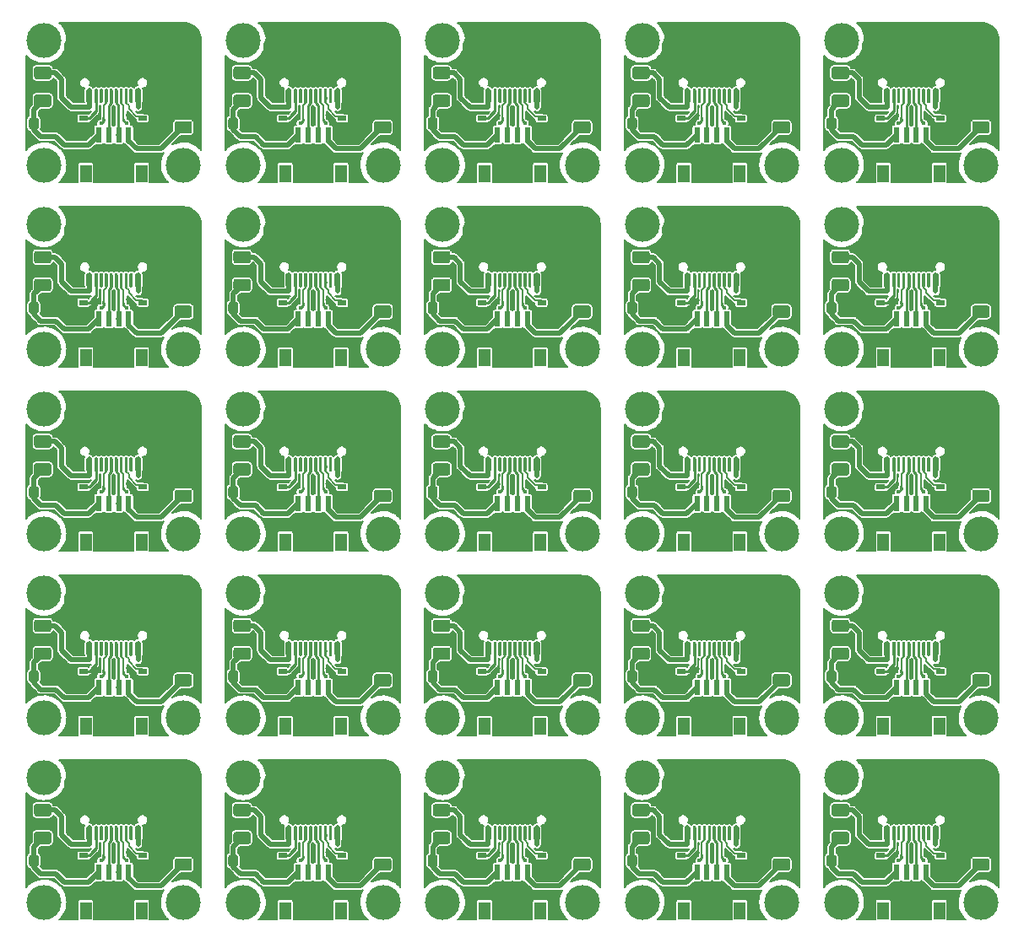
<source format=gtl>
%MOIN*%
%OFA0B0*%
%FSLAX45Y45*%
%IPPOS*%
%LPD*%
%ADD10R,0.00984251968503937X0.021653543307086617*%
%ADD11R,0.011811023622047244X0.021653543307086617*%
%ADD12R,0.035433070866141732X0.01968503937007874*%
%ADD13O,0.043307086614173235X0.086614173228346469*%
%ADD14O,0.051181102362204731X0.074803149606299218*%
%ADD15C,0.13779531496062994*%
%ADD16C,0.13779531496062994*%
%ADD17R,0.023622047244094488X0.0610236220472441*%
%ADD18R,0.047244094488188976X0.070866141732283464*%
%ADD19C,0.017716535433070866*%
%ADD20C,0.02*%
%ADD21C,0.02*%
%ADD22C,0.01*%
%ADD23C,0.006000000000000001*%
%ADD24C,0.0039370078740157488*%
%ADD35R,0.00984251968503937X0.021653543307086617*%
%ADD36R,0.011811023622047244X0.021653543307086617*%
%ADD37R,0.035433070866141732X0.01968503937007874*%
%ADD38O,0.043307086614173235X0.086614173228346469*%
%ADD39O,0.051181102362204731X0.074803149606299218*%
%ADD40C,0.13779531496062994*%
%ADD41C,0.13779531496062994*%
%ADD42R,0.023622047244094488X0.0610236220472441*%
%ADD43R,0.047244094488188976X0.070866141732283464*%
%ADD44C,0.017716535433070866*%
%ADD45C,0.02*%
%ADD46C,0.02*%
%ADD47C,0.01*%
%ADD48C,0.006000000000000001*%
%ADD49C,0.0039370078740157488*%
%ADD50R,0.00984251968503937X0.021653543307086617*%
%ADD51R,0.011811023622047244X0.021653543307086617*%
%ADD52R,0.035433070866141732X0.01968503937007874*%
%ADD53O,0.043307086614173235X0.086614173228346469*%
%ADD54O,0.051181102362204731X0.074803149606299218*%
%ADD55C,0.13779531496062994*%
%ADD56C,0.13779531496062994*%
%ADD57R,0.023622047244094488X0.0610236220472441*%
%ADD58R,0.047244094488188976X0.070866141732283464*%
%ADD59C,0.017716535433070866*%
%ADD60C,0.02*%
%ADD61C,0.02*%
%ADD62C,0.01*%
%ADD63C,0.006000000000000001*%
%ADD64C,0.0039370078740157488*%
%ADD65R,0.00984251968503937X0.021653543307086617*%
%ADD66R,0.011811023622047244X0.021653543307086617*%
%ADD67R,0.035433070866141732X0.01968503937007874*%
%ADD68O,0.043307086614173235X0.086614173228346469*%
%ADD69O,0.051181102362204731X0.074803149606299218*%
%ADD70C,0.13779531496062994*%
%ADD71C,0.13779531496062994*%
%ADD72R,0.023622047244094488X0.0610236220472441*%
%ADD73R,0.047244094488188976X0.070866141732283464*%
%ADD74C,0.017716535433070866*%
%ADD75C,0.02*%
%ADD76C,0.02*%
%ADD77C,0.01*%
%ADD78C,0.006000000000000001*%
%ADD79C,0.0039370078740157488*%
%ADD80R,0.00984251968503937X0.021653543307086617*%
%ADD81R,0.011811023622047244X0.021653543307086617*%
%ADD82R,0.035433070866141732X0.01968503937007874*%
%ADD83O,0.043307086614173235X0.086614173228346469*%
%ADD84O,0.051181102362204731X0.074803149606299218*%
%ADD85C,0.13779531496062994*%
%ADD86C,0.13779531496062994*%
%ADD87R,0.023622047244094488X0.0610236220472441*%
%ADD88R,0.047244094488188976X0.070866141732283464*%
%ADD89C,0.017716535433070866*%
%ADD90C,0.02*%
%ADD91C,0.02*%
%ADD92C,0.01*%
%ADD93C,0.006000000000000001*%
%ADD94C,0.0039370078740157488*%
%ADD95R,0.00984251968503937X0.021653543307086617*%
%ADD96R,0.011811023622047244X0.021653543307086617*%
%ADD97R,0.035433070866141732X0.01968503937007874*%
%ADD98O,0.043307086614173235X0.086614173228346469*%
%ADD99O,0.051181102362204731X0.074803149606299218*%
%ADD100C,0.13779531496062994*%
%ADD101C,0.13779531496062994*%
%ADD102R,0.023622047244094488X0.0610236220472441*%
%ADD103R,0.047244094488188976X0.070866141732283464*%
%ADD104C,0.017716535433070866*%
%ADD105C,0.02*%
%ADD106C,0.02*%
%ADD107C,0.01*%
%ADD108C,0.006000000000000001*%
%ADD109C,0.0039370078740157488*%
%ADD110R,0.00984251968503937X0.021653543307086617*%
%ADD111R,0.011811023622047244X0.021653543307086617*%
%ADD112R,0.035433070866141732X0.01968503937007874*%
%ADD113O,0.043307086614173235X0.086614173228346469*%
%ADD114O,0.051181102362204731X0.074803149606299218*%
%ADD115C,0.13779531496062994*%
%ADD116C,0.13779531496062994*%
%ADD117R,0.023622047244094488X0.0610236220472441*%
%ADD118R,0.047244094488188976X0.070866141732283464*%
%ADD119C,0.017716535433070866*%
%ADD120C,0.02*%
%ADD121C,0.02*%
%ADD122C,0.01*%
%ADD123C,0.006000000000000001*%
%ADD124C,0.0039370078740157488*%
%ADD125R,0.00984251968503937X0.021653543307086617*%
%ADD126R,0.011811023622047244X0.021653543307086617*%
%ADD127R,0.035433070866141732X0.01968503937007874*%
%ADD128O,0.043307086614173235X0.086614173228346469*%
%ADD129O,0.051181102362204731X0.074803149606299218*%
%ADD130C,0.13779531496062994*%
%ADD131C,0.13779531496062994*%
%ADD132R,0.023622047244094488X0.0610236220472441*%
%ADD133R,0.047244094488188976X0.070866141732283464*%
%ADD134C,0.017716535433070866*%
%ADD135C,0.02*%
%ADD136C,0.02*%
%ADD137C,0.01*%
%ADD138C,0.006000000000000001*%
%ADD139C,0.0039370078740157488*%
%ADD140R,0.00984251968503937X0.021653543307086617*%
%ADD141R,0.011811023622047244X0.021653543307086617*%
%ADD142R,0.035433070866141732X0.01968503937007874*%
%ADD143O,0.043307086614173235X0.086614173228346469*%
%ADD144O,0.051181102362204731X0.074803149606299218*%
%ADD145C,0.13779531496062994*%
%ADD146C,0.13779531496062994*%
%ADD147R,0.023622047244094488X0.0610236220472441*%
%ADD148R,0.047244094488188976X0.070866141732283464*%
%ADD149C,0.017716535433070866*%
%ADD150C,0.02*%
%ADD151C,0.02*%
%ADD152C,0.01*%
%ADD153C,0.006000000000000001*%
%ADD154C,0.0039370078740157488*%
%ADD155R,0.00984251968503937X0.021653543307086617*%
%ADD156R,0.011811023622047244X0.021653543307086617*%
%ADD157R,0.035433070866141732X0.01968503937007874*%
%ADD158O,0.043307086614173235X0.086614173228346469*%
%ADD159O,0.051181102362204731X0.074803149606299218*%
%ADD160C,0.13779531496062994*%
%ADD161C,0.13779531496062994*%
%ADD162R,0.023622047244094488X0.0610236220472441*%
%ADD163R,0.047244094488188976X0.070866141732283464*%
%ADD164C,0.017716535433070866*%
%ADD165C,0.02*%
%ADD166C,0.02*%
%ADD167C,0.01*%
%ADD168C,0.006000000000000001*%
%ADD169C,0.0039370078740157488*%
%ADD170R,0.00984251968503937X0.021653543307086617*%
%ADD171R,0.011811023622047244X0.021653543307086617*%
%ADD172R,0.035433070866141732X0.01968503937007874*%
%ADD173O,0.043307086614173235X0.086614173228346469*%
%ADD174O,0.051181102362204731X0.074803149606299218*%
%ADD175C,0.13779531496062994*%
%ADD176C,0.13779531496062994*%
%ADD177R,0.023622047244094488X0.0610236220472441*%
%ADD178R,0.047244094488188976X0.070866141732283464*%
%ADD179C,0.017716535433070866*%
%ADD180C,0.02*%
%ADD181C,0.02*%
%ADD182C,0.01*%
%ADD183C,0.006000000000000001*%
%ADD184C,0.0039370078740157488*%
%ADD185R,0.00984251968503937X0.021653543307086617*%
%ADD186R,0.011811023622047244X0.021653543307086617*%
%ADD187R,0.035433070866141732X0.01968503937007874*%
%ADD188O,0.043307086614173235X0.086614173228346469*%
%ADD189O,0.051181102362204731X0.074803149606299218*%
%ADD190C,0.13779531496062994*%
%ADD191C,0.13779531496062994*%
%ADD192R,0.023622047244094488X0.0610236220472441*%
%ADD193R,0.047244094488188976X0.070866141732283464*%
%ADD194C,0.017716535433070866*%
%ADD195C,0.02*%
%ADD196C,0.02*%
%ADD197C,0.01*%
%ADD198C,0.006000000000000001*%
%ADD199C,0.0039370078740157488*%
%ADD200R,0.00984251968503937X0.021653543307086617*%
%ADD201R,0.011811023622047244X0.021653543307086617*%
%ADD202R,0.035433070866141732X0.01968503937007874*%
%ADD203O,0.043307086614173235X0.086614173228346469*%
%ADD204O,0.051181102362204731X0.074803149606299218*%
%ADD205C,0.13779531496062994*%
%ADD206C,0.13779531496062994*%
%ADD207R,0.023622047244094488X0.0610236220472441*%
%ADD208R,0.047244094488188976X0.070866141732283464*%
%ADD209C,0.017716535433070866*%
%ADD210C,0.02*%
%ADD211C,0.02*%
%ADD212C,0.01*%
%ADD213C,0.006000000000000001*%
%ADD214C,0.0039370078740157488*%
%ADD215R,0.00984251968503937X0.021653543307086617*%
%ADD216R,0.011811023622047244X0.021653543307086617*%
%ADD217R,0.035433070866141732X0.01968503937007874*%
%ADD218O,0.043307086614173235X0.086614173228346469*%
%ADD219O,0.051181102362204731X0.074803149606299218*%
%ADD220C,0.13779531496062994*%
%ADD221C,0.13779531496062994*%
%ADD222R,0.023622047244094488X0.0610236220472441*%
%ADD223R,0.047244094488188976X0.070866141732283464*%
%ADD224C,0.017716535433070866*%
%ADD225C,0.02*%
%ADD226C,0.02*%
%ADD227C,0.01*%
%ADD228C,0.006000000000000001*%
%ADD229C,0.0039370078740157488*%
%ADD230R,0.00984251968503937X0.021653543307086617*%
%ADD231R,0.011811023622047244X0.021653543307086617*%
%ADD232R,0.035433070866141732X0.01968503937007874*%
%ADD233O,0.043307086614173235X0.086614173228346469*%
%ADD234O,0.051181102362204731X0.074803149606299218*%
%ADD235C,0.13779531496062994*%
%ADD236C,0.13779531496062994*%
%ADD237R,0.023622047244094488X0.0610236220472441*%
%ADD238R,0.047244094488188976X0.070866141732283464*%
%ADD239C,0.017716535433070866*%
%ADD240C,0.02*%
%ADD241C,0.02*%
%ADD242C,0.01*%
%ADD243C,0.006000000000000001*%
%ADD244C,0.0039370078740157488*%
%ADD245R,0.00984251968503937X0.021653543307086617*%
%ADD246R,0.011811023622047244X0.021653543307086617*%
%ADD247R,0.035433070866141732X0.01968503937007874*%
%ADD248O,0.043307086614173235X0.086614173228346469*%
%ADD249O,0.051181102362204731X0.074803149606299218*%
%ADD250C,0.13779531496062994*%
%ADD251C,0.13779531496062994*%
%ADD252R,0.023622047244094488X0.0610236220472441*%
%ADD253R,0.047244094488188976X0.070866141732283464*%
%ADD254C,0.017716535433070866*%
%ADD255C,0.02*%
%ADD256C,0.02*%
%ADD257C,0.01*%
%ADD258C,0.006000000000000001*%
%ADD259C,0.0039370078740157488*%
%ADD260R,0.00984251968503937X0.021653543307086617*%
%ADD261R,0.011811023622047244X0.021653543307086617*%
%ADD262R,0.035433070866141732X0.01968503937007874*%
%ADD263O,0.043307086614173235X0.086614173228346469*%
%ADD264O,0.051181102362204731X0.074803149606299218*%
%ADD265C,0.13779531496062994*%
%ADD266C,0.13779531496062994*%
%ADD267R,0.023622047244094488X0.0610236220472441*%
%ADD268R,0.047244094488188976X0.070866141732283464*%
%ADD269C,0.017716535433070866*%
%ADD270C,0.02*%
%ADD271C,0.02*%
%ADD272C,0.01*%
%ADD273C,0.006000000000000001*%
%ADD274C,0.0039370078740157488*%
%ADD275R,0.00984251968503937X0.021653543307086617*%
%ADD276R,0.011811023622047244X0.021653543307086617*%
%ADD277R,0.035433070866141732X0.01968503937007874*%
%ADD278O,0.043307086614173235X0.086614173228346469*%
%ADD279O,0.051181102362204731X0.074803149606299218*%
%ADD280C,0.13779531496062994*%
%ADD281C,0.13779531496062994*%
%ADD282R,0.023622047244094488X0.0610236220472441*%
%ADD283R,0.047244094488188976X0.070866141732283464*%
%ADD284C,0.017716535433070866*%
%ADD285C,0.02*%
%ADD286C,0.02*%
%ADD287C,0.01*%
%ADD288C,0.006000000000000001*%
%ADD289C,0.0039370078740157488*%
%ADD290R,0.00984251968503937X0.021653543307086617*%
%ADD291R,0.011811023622047244X0.021653543307086617*%
%ADD292R,0.035433070866141732X0.01968503937007874*%
%ADD293O,0.043307086614173235X0.086614173228346469*%
%ADD294O,0.051181102362204731X0.074803149606299218*%
%ADD295C,0.13779531496062994*%
%ADD296C,0.13779531496062994*%
%ADD297R,0.023622047244094488X0.0610236220472441*%
%ADD298R,0.047244094488188976X0.070866141732283464*%
%ADD299C,0.017716535433070866*%
%ADD300C,0.02*%
%ADD301C,0.02*%
%ADD302C,0.01*%
%ADD303C,0.006000000000000001*%
%ADD304C,0.0039370078740157488*%
%ADD305R,0.00984251968503937X0.021653543307086617*%
%ADD306R,0.011811023622047244X0.021653543307086617*%
%ADD307R,0.035433070866141732X0.01968503937007874*%
%ADD308O,0.043307086614173235X0.086614173228346469*%
%ADD309O,0.051181102362204731X0.074803149606299218*%
%ADD310C,0.13779531496062994*%
%ADD311C,0.13779531496062994*%
%ADD312R,0.023622047244094488X0.0610236220472441*%
%ADD313R,0.047244094488188976X0.070866141732283464*%
%ADD314C,0.017716535433070866*%
%ADD315C,0.02*%
%ADD316C,0.02*%
%ADD317C,0.01*%
%ADD318C,0.006000000000000001*%
%ADD319C,0.0039370078740157488*%
%ADD320R,0.00984251968503937X0.021653543307086617*%
%ADD321R,0.011811023622047244X0.021653543307086617*%
%ADD322R,0.035433070866141732X0.01968503937007874*%
%ADD323O,0.043307086614173235X0.086614173228346469*%
%ADD324O,0.051181102362204731X0.074803149606299218*%
%ADD325C,0.13779531496062994*%
%ADD326C,0.13779531496062994*%
%ADD327R,0.023622047244094488X0.0610236220472441*%
%ADD328R,0.047244094488188976X0.070866141732283464*%
%ADD329C,0.017716535433070866*%
%ADD330C,0.02*%
%ADD331C,0.02*%
%ADD332C,0.01*%
%ADD333C,0.006000000000000001*%
%ADD334C,0.0039370078740157488*%
%ADD335R,0.00984251968503937X0.021653543307086617*%
%ADD336R,0.011811023622047244X0.021653543307086617*%
%ADD337R,0.035433070866141732X0.01968503937007874*%
%ADD338O,0.043307086614173235X0.086614173228346469*%
%ADD339O,0.051181102362204731X0.074803149606299218*%
%ADD340C,0.13779531496062994*%
%ADD341C,0.13779531496062994*%
%ADD342R,0.023622047244094488X0.0610236220472441*%
%ADD343R,0.047244094488188976X0.070866141732283464*%
%ADD344C,0.017716535433070866*%
%ADD345C,0.02*%
%ADD346C,0.02*%
%ADD347C,0.01*%
%ADD348C,0.006000000000000001*%
%ADD349C,0.0039370078740157488*%
%ADD350R,0.00984251968503937X0.021653543307086617*%
%ADD351R,0.011811023622047244X0.021653543307086617*%
%ADD352R,0.035433070866141732X0.01968503937007874*%
%ADD353O,0.043307086614173235X0.086614173228346469*%
%ADD354O,0.051181102362204731X0.074803149606299218*%
%ADD355C,0.13779531496062994*%
%ADD356C,0.13779531496062994*%
%ADD357R,0.023622047244094488X0.0610236220472441*%
%ADD358R,0.047244094488188976X0.070866141732283464*%
%ADD359C,0.017716535433070866*%
%ADD360C,0.02*%
%ADD361C,0.02*%
%ADD362C,0.01*%
%ADD363C,0.006000000000000001*%
%ADD364C,0.0039370078740157488*%
%ADD365R,0.00984251968503937X0.021653543307086617*%
%ADD366R,0.011811023622047244X0.021653543307086617*%
%ADD367R,0.035433070866141732X0.01968503937007874*%
%ADD368O,0.043307086614173235X0.086614173228346469*%
%ADD369O,0.051181102362204731X0.074803149606299218*%
%ADD370C,0.13779531496062994*%
%ADD371C,0.13779531496062994*%
%ADD372R,0.023622047244094488X0.0610236220472441*%
%ADD373R,0.047244094488188976X0.070866141732283464*%
%ADD374C,0.017716535433070866*%
%ADD375C,0.02*%
%ADD376C,0.02*%
%ADD377C,0.01*%
%ADD378C,0.006000000000000001*%
%ADD379C,0.0039370078740157488*%
%ADD380R,0.00984251968503937X0.021653543307086617*%
%ADD381R,0.011811023622047244X0.021653543307086617*%
%ADD382R,0.035433070866141732X0.01968503937007874*%
%ADD383O,0.043307086614173235X0.086614173228346469*%
%ADD384O,0.051181102362204731X0.074803149606299218*%
%ADD385C,0.13779531496062994*%
%ADD386C,0.13779531496062994*%
%ADD387R,0.023622047244094488X0.0610236220472441*%
%ADD388R,0.047244094488188976X0.070866141732283464*%
%ADD389C,0.017716535433070866*%
%ADD390C,0.02*%
%ADD391C,0.02*%
%ADD392C,0.01*%
%ADD393C,0.006000000000000001*%
%ADD394C,0.0039370078740157488*%
G01*
G36*
G01*
X000030996Y000025518D02*
X000030996Y000026699D01*
G75*
G02*
X000031488Y000027191I000000492D01*
G01*
X000031488Y000027191D01*
G75*
G02*
X000031980Y000026699J-000000492D01*
G01*
X000031980Y000025518D01*
G75*
G02*
X000031488Y000025025I-000000492D01*
G01*
X000031488Y000025025D01*
G75*
G02*
X000030996Y000025518J000000492D01*
G01*
G37*
D10*
X000033456Y000026108D03*
D11*
X000035425Y000026108D03*
D10*
X000037393Y000026108D03*
X000039362Y000026108D03*
X000033456Y000029140D03*
X000039362Y000029140D03*
X000037393Y000029140D03*
X000031488Y000029140D03*
D11*
X000035425Y000029140D03*
G36*
G01*
X000065385Y000031275D02*
X000060464Y000031275D01*
G75*
G02*
X000059480Y000032259J000000984D01*
G01*
X000059480Y000035212D01*
G75*
G02*
X000060464Y000036196I000000984D01*
G01*
X000065385Y000036196D01*
G75*
G02*
X000066370Y000035212J-000000984D01*
G01*
X000066370Y000032259D01*
G75*
G02*
X000065385Y000031275I-000000984D01*
G01*
G37*
G36*
G01*
X000065385Y000020251D02*
X000060464Y000020251D01*
G75*
G02*
X000059480Y000021236J000000984D01*
G01*
X000059480Y000024188D01*
G75*
G02*
X000060464Y000025173I000000984D01*
G01*
X000065385Y000025173D01*
G75*
G02*
X000066370Y000024188J-000000984D01*
G01*
X000066370Y000021236D01*
G75*
G02*
X000065385Y000020251I-000000984D01*
G01*
G37*
D12*
X000023425Y000026236D03*
X000023425Y000020330D03*
G36*
G01*
X000004964Y000035673D02*
X000009885Y000035673D01*
G75*
G02*
X000010870Y000034688J-000000984D01*
G01*
X000010870Y000031736D01*
G75*
G02*
X000009885Y000030751I-000000984D01*
G01*
X000004964Y000030751D01*
G75*
G02*
X000003980Y000031736J000000984D01*
G01*
X000003980Y000034688D01*
G75*
G02*
X000004964Y000035673I000000984D01*
G01*
G37*
G36*
G01*
X000004964Y000046696D02*
X000009885Y000046696D01*
G75*
G02*
X000010870Y000045712J-000000984D01*
G01*
X000010870Y000042759D01*
G75*
G02*
X000009885Y000041775I-000000984D01*
G01*
X000004964Y000041775D01*
G75*
G02*
X000003980Y000042759J000000984D01*
G01*
X000003980Y000045712D01*
G75*
G02*
X000004964Y000046696I000000984D01*
G01*
G37*
G36*
G01*
X000018889Y000025602D02*
X000018889Y000022846D01*
G75*
G02*
X000017905Y000021862I-000000984D01*
G01*
X000015936Y000021862D01*
G75*
G02*
X000014952Y000022846J000000984D01*
G01*
X000014952Y000025602D01*
G75*
G02*
X000015936Y000026586I000000984D01*
G01*
X000017905Y000026586D01*
G75*
G02*
X000018889Y000025602J-000000984D01*
G01*
G37*
G36*
G01*
X000005897Y000025602D02*
X000005897Y000022846D01*
G75*
G02*
X000004913Y000021862I-000000984D01*
G01*
X000002944Y000021862D01*
G75*
G02*
X000001960Y000022846J000000984D01*
G01*
X000001960Y000025602D01*
G75*
G02*
X000002944Y000026586I000000984D01*
G01*
X000004913Y000026586D01*
G75*
G02*
X000005897Y000025602J-000000984D01*
G01*
G37*
D13*
X000018496Y000038188D03*
D14*
X000018496Y000054724D03*
X000052354Y000054724D03*
G36*
G01*
X000049401Y000037401D02*
X000049401Y000032873D01*
G75*
G02*
X000048811Y000032283I-000000590D01*
G01*
X000047629Y000032283D01*
G75*
G02*
X000047039Y000032873J000000590D01*
G01*
X000047039Y000037401D01*
G75*
G02*
X000047629Y000037992I000000590D01*
G01*
X000048811Y000037992D01*
G75*
G02*
X000049401Y000037401J-000000590D01*
G01*
G37*
G36*
G01*
X000042905Y000037696D02*
X000042905Y000032578D01*
G75*
G02*
X000042610Y000032283I-000000295D01*
G01*
X000042019Y000032283D01*
G75*
G02*
X000041724Y000032578J000000295D01*
G01*
X000041724Y000037696D01*
G75*
G02*
X000042019Y000037992I000000295D01*
G01*
X000042610Y000037992D01*
G75*
G02*
X000042905Y000037696J-000000295D01*
G01*
G37*
G36*
G01*
X000040937Y000037696D02*
X000040937Y000032578D01*
G75*
G02*
X000040641Y000032283I-000000295D01*
G01*
X000040051Y000032283D01*
G75*
G02*
X000039755Y000032578J000000295D01*
G01*
X000039755Y000037696D01*
G75*
G02*
X000040051Y000037992I000000295D01*
G01*
X000040641Y000037992D01*
G75*
G02*
X000040937Y000037696J-000000295D01*
G01*
G37*
G36*
G01*
X000038968Y000037696D02*
X000038968Y000032578D01*
G75*
G02*
X000038673Y000032283I-000000295D01*
G01*
X000038082Y000032283D01*
G75*
G02*
X000037787Y000032578J000000295D01*
G01*
X000037787Y000037696D01*
G75*
G02*
X000038082Y000037992I000000295D01*
G01*
X000038673Y000037992D01*
G75*
G02*
X000038968Y000037696J-000000295D01*
G01*
G37*
G36*
G01*
X000037015Y000037696D02*
X000037015Y000032578D01*
G75*
G02*
X000036720Y000032283I-000000295D01*
G01*
X000036129Y000032283D01*
G75*
G02*
X000035834Y000032578J000000295D01*
G01*
X000035834Y000037696D01*
G75*
G02*
X000036129Y000037992I000000295D01*
G01*
X000036720Y000037992D01*
G75*
G02*
X000037015Y000037696J-000000295D01*
G01*
G37*
G36*
G01*
X000029125Y000037696D02*
X000029125Y000032578D01*
G75*
G02*
X000028830Y000032283I-000000295D01*
G01*
X000028240Y000032283D01*
G75*
G02*
X000027944Y000032578J000000295D01*
G01*
X000027944Y000037696D01*
G75*
G02*
X000028240Y000037992I000000295D01*
G01*
X000028830Y000037992D01*
G75*
G02*
X000029125Y000037696J-000000295D01*
G01*
G37*
G36*
G01*
X000031094Y000037696D02*
X000031094Y000032578D01*
G75*
G02*
X000030799Y000032283I-000000295D01*
G01*
X000030208Y000032283D01*
G75*
G02*
X000029913Y000032578J000000295D01*
G01*
X000029913Y000037696D01*
G75*
G02*
X000030208Y000037992I000000295D01*
G01*
X000030799Y000037992D01*
G75*
G02*
X000031094Y000037696J-000000295D01*
G01*
G37*
G36*
G01*
X000033062Y000037696D02*
X000033062Y000032578D01*
G75*
G02*
X000032767Y000032283I-000000295D01*
G01*
X000032177Y000032283D01*
G75*
G02*
X000031881Y000032578J000000295D01*
G01*
X000031881Y000037696D01*
G75*
G02*
X000032177Y000037992I000000295D01*
G01*
X000032767Y000037992D01*
G75*
G02*
X000033062Y000037696J-000000295D01*
G01*
G37*
G36*
G01*
X000035031Y000037696D02*
X000035031Y000032578D01*
G75*
G02*
X000034736Y000032283I-000000295D01*
G01*
X000034145Y000032283D01*
G75*
G02*
X000033850Y000032578J000000295D01*
G01*
X000033850Y000037696D01*
G75*
G02*
X000034145Y000037992I000000295D01*
G01*
X000034736Y000037992D01*
G75*
G02*
X000035031Y000037696J-000000295D01*
G01*
G37*
D13*
X000052354Y000038188D03*
G36*
G01*
X000046251Y000037401D02*
X000046251Y000032873D01*
G75*
G02*
X000045661Y000032283I-000000590D01*
G01*
X000044480Y000032283D01*
G75*
G02*
X000043889Y000032873J000000590D01*
G01*
X000043889Y000037401D01*
G75*
G02*
X000044480Y000037992I000000590D01*
G01*
X000045661Y000037992D01*
G75*
G02*
X000046251Y000037401J-000000590D01*
G01*
G37*
G36*
G01*
X000023810Y000037401D02*
X000023810Y000032873D01*
G75*
G02*
X000023220Y000032283I-000000590D01*
G01*
X000022039Y000032283D01*
G75*
G02*
X000021448Y000032873J000000590D01*
G01*
X000021448Y000037401D01*
G75*
G02*
X000022039Y000037992I000000590D01*
G01*
X000023220Y000037992D01*
G75*
G02*
X000023810Y000037401J-000000590D01*
G01*
G37*
G36*
G01*
X000026960Y000037401D02*
X000026960Y000032873D01*
G75*
G02*
X000026370Y000032283I-000000590D01*
G01*
X000025188Y000032283D01*
G75*
G02*
X000024598Y000032873J000000590D01*
G01*
X000024598Y000037401D01*
G75*
G02*
X000025188Y000037992I000000590D01*
G01*
X000026370Y000037992D01*
G75*
G02*
X000026960Y000037401J-000000590D01*
G01*
G37*
D15*
X000007874Y000057086D03*
D16*
X000062992Y000057086D03*
D15*
X000007874Y000007874D03*
X000062992Y000007874D03*
D17*
X000037401Y000019783D03*
X000041338Y000019783D03*
X000033464Y000019783D03*
X000029527Y000019783D03*
D18*
X000024409Y000004527D03*
X000046456Y000004527D03*
D12*
X000046925Y000020330D03*
X000046925Y000026236D03*
D19*
X000035425Y000027624D03*
X000030425Y000024224D03*
D20*
X000037393Y000019791D03*
D19*
X000040425Y000024224D03*
D20*
X000033464Y000019783D03*
X000025779Y000030724D03*
X000045070Y000030724D03*
D21*
X000007874Y000007874D02*
X000007874Y000008240D01*
X000041338Y000019783D02*
X000041338Y000017310D01*
X000041338Y000017310D02*
X000044425Y000014224D01*
X000044425Y000014224D02*
X000054136Y000014224D01*
X000054136Y000014224D02*
X000062925Y000023012D01*
X000010202Y000019005D02*
X000012702Y000019005D01*
X000008147Y000019005D02*
X000010202Y000019005D01*
X000003929Y000021779D02*
X000006702Y000019005D01*
X000006702Y000019005D02*
X000010202Y000019005D01*
X000003929Y000024224D02*
X000003929Y000021779D01*
X000003929Y000024224D02*
X000003929Y000029716D01*
X000003929Y000029716D02*
X000007425Y000033212D01*
X000012702Y000019005D02*
X000015984Y000015724D01*
X000015984Y000015724D02*
X000025468Y000015724D01*
X000020084Y000015724D02*
X000025468Y000015724D01*
X000020084Y000015724D02*
X000017184Y000015724D01*
X000029527Y000019783D02*
X000029527Y000019783D01*
X000029527Y000020586D02*
X000029527Y000019783D01*
X000025468Y000015724D02*
X000029527Y000019783D01*
X000004429Y000030216D02*
X000007425Y000033212D01*
X000052440Y000054724D02*
X000052440Y000054173D01*
D22*
X000040354Y000034070D02*
X000040263Y000033980D01*
X000040354Y000034665D02*
X000040354Y000034070D01*
D23*
X000041425Y000031214D02*
X000040346Y000032293D01*
X000041425Y000030071D02*
X000041425Y000031214D01*
X000046925Y000027177D02*
X000044319Y000027177D01*
X000040346Y000032293D02*
X000040346Y000037303D01*
X000044319Y000027177D02*
X000041425Y000030071D01*
D22*
X000037401Y000019783D02*
X000037401Y000019783D01*
D23*
X000032472Y000032299D02*
X000032472Y000037303D01*
X000031488Y000031315D02*
X000032472Y000032299D01*
X000031488Y000026108D02*
X000031488Y000031315D01*
X000037393Y000026108D02*
X000037393Y000031315D01*
D22*
X000031488Y000025287D02*
X000030425Y000024224D01*
X000031488Y000026108D02*
X000031488Y000025287D01*
X000037393Y000024224D02*
X000037393Y000029140D01*
X000037393Y000024224D02*
X000037393Y000031315D01*
X000036425Y000032284D02*
X000037393Y000031315D01*
X000036425Y000037303D02*
X000036425Y000032284D01*
X000037393Y000024224D02*
X000037393Y000026108D01*
X000037393Y000019791D02*
X000037401Y000019783D01*
X000037393Y000024224D02*
X000037393Y000019791D01*
X000028535Y000028893D02*
X000025877Y000026236D01*
X000025877Y000026236D02*
X000023425Y000026236D01*
X000028535Y000037303D02*
X000028535Y000028893D01*
D23*
X000028535Y000037303D02*
X000028535Y000029322D01*
X000026889Y000027677D02*
X000028535Y000029322D01*
X000033456Y000026108D02*
X000033456Y000031315D01*
X000038377Y000032299D02*
X000038377Y000037303D01*
X000039362Y000031315D02*
X000038377Y000032299D01*
X000039362Y000026108D02*
X000039362Y000031315D01*
D22*
X000039362Y000025287D02*
X000040425Y000024224D01*
X000039362Y000026108D02*
X000039362Y000025287D01*
X000033456Y000024224D02*
X000033456Y000031315D01*
X000034440Y000032423D02*
X000034440Y000037303D01*
X000033456Y000031439D02*
X000034440Y000032423D01*
X000033456Y000031315D02*
X000033456Y000031439D01*
X000033456Y000024224D02*
X000033456Y000026108D01*
X000033464Y000024216D02*
X000033456Y000024224D01*
X000033464Y000019783D02*
X000033464Y000024216D01*
D21*
X000014830Y000034505D02*
X000014830Y000041688D01*
X000007425Y000044236D02*
X000012283Y000044236D01*
X000012283Y000044236D02*
X000014830Y000041688D01*
X000025779Y000030724D02*
X000018611Y000030724D01*
X000018611Y000030724D02*
X000014830Y000034505D01*
X000045070Y000037303D02*
X000045070Y000032076D01*
X000025779Y000037303D02*
X000025779Y000032076D01*
X000025779Y000032076D02*
X000025779Y000030724D01*
X000045070Y000032076D02*
X000045070Y000030724D01*
D23*
X000062869Y000064054D02*
X000062907Y000064047D01*
X000063972Y000063971D01*
X000064932Y000063764D01*
X000065853Y000063424D01*
X000066718Y000062958D01*
X000067508Y000062374D01*
X000068208Y000061685D01*
X000068804Y000060904D01*
X000069284Y000060047D01*
X000069639Y000059131D01*
X000069860Y000058174D01*
X000069948Y000057166D01*
X000069949Y000057059D01*
X000069954Y000057021D01*
X000069970Y000056965D01*
X000069970Y000013863D01*
X000069861Y000014002D01*
X000069848Y000014017D01*
X000068990Y000014857D01*
X000068975Y000014870D01*
X000068014Y000015589D01*
X000067997Y000015599D01*
X000066949Y000016185D01*
X000066931Y000016194D01*
X000065815Y000016636D01*
X000065796Y000016642D01*
X000064631Y000016932D01*
X000064612Y000016935D01*
X000063419Y000017069D01*
X000063399Y000017070D01*
X000062199Y000017045D01*
X000062180Y000017043D01*
X000060993Y000016860D01*
X000060974Y000016855D01*
X000059822Y000016516D01*
X000059804Y000016510D01*
X000058707Y000016021D01*
X000058690Y000016012D01*
X000058502Y000015897D01*
X000061949Y000019344D01*
X000065381Y000019344D01*
X000065410Y000019346D01*
X000066071Y000019478D01*
X000066124Y000019500D01*
X000066697Y000019883D01*
X000066738Y000019924D01*
X000067121Y000020497D01*
X000067143Y000020550D01*
X000067275Y000021212D01*
X000067277Y000021240D01*
X000067277Y000024184D01*
X000067275Y000024213D01*
X000067143Y000024874D01*
X000067121Y000024928D01*
X000066738Y000025500D01*
X000066697Y000025541D01*
X000066124Y000025924D01*
X000066071Y000025946D01*
X000065410Y000026078D01*
X000065381Y000026081D01*
X000060469Y000026081D01*
X000060440Y000026078D01*
X000059779Y000025946D01*
X000059725Y000025924D01*
X000059152Y000025541D01*
X000059111Y000025500D01*
X000058729Y000024928D01*
X000058706Y000024874D01*
X000058575Y000024213D01*
X000058572Y000024184D01*
X000058572Y000021352D01*
X000053348Y000016128D01*
X000045213Y000016128D01*
X000043427Y000017914D01*
X000043427Y000022849D01*
X000043424Y000022878D01*
X000043369Y000023155D01*
X000043347Y000023208D01*
X000043182Y000023455D01*
X000043140Y000023497D01*
X000042894Y000023662D01*
X000042840Y000023684D01*
X000042563Y000023739D01*
X000042534Y000023742D01*
X000042162Y000023742D01*
X000042203Y000023840D01*
X000042214Y000023898D01*
X000042214Y000024550D01*
X000042203Y000024607D01*
X000041953Y000025210D01*
X000041921Y000025259D01*
X000041460Y000025720D01*
X000041411Y000025753D01*
X000040808Y000026002D01*
X000040766Y000026011D01*
X000040766Y000026250D01*
X000040762Y000026283D01*
X000040762Y000026284D01*
X000040762Y000027205D01*
X000040759Y000027234D01*
X000040704Y000027511D01*
X000040681Y000027565D01*
X000040642Y000027624D01*
X000040681Y000027683D01*
X000040704Y000027736D01*
X000040759Y000028013D01*
X000040762Y000028042D01*
X000040762Y000029032D01*
X000043569Y000026224D01*
X000043569Y000026224D01*
X000043667Y000026126D01*
X000043735Y000026087D01*
X000043855Y000026055D01*
X000043962Y000025993D01*
X000044037Y000025973D01*
X000044181Y000025973D01*
X000044182Y000025973D01*
X000044245Y000025973D01*
X000044245Y000025237D01*
X000044248Y000025208D01*
X000044303Y000024931D01*
X000044325Y000024877D01*
X000044490Y000024630D01*
X000044532Y000024589D01*
X000044779Y000024424D01*
X000044833Y000024402D01*
X000045110Y000024346D01*
X000045139Y000024344D01*
X000048711Y000024344D01*
X000048740Y000024346D01*
X000049017Y000024402D01*
X000049071Y000024424D01*
X000049318Y000024589D01*
X000049359Y000024630D01*
X000049524Y000024877D01*
X000049546Y000024931D01*
X000049601Y000025208D01*
X000049604Y000025237D01*
X000049604Y000027234D01*
X000049601Y000027263D01*
X000049546Y000027540D01*
X000049524Y000027594D01*
X000049359Y000027841D01*
X000049318Y000027882D01*
X000049071Y000028047D01*
X000049017Y000028070D01*
X000048740Y000028125D01*
X000048711Y000028128D01*
X000047676Y000028128D01*
X000047576Y000028228D01*
X000047509Y000028267D01*
X000047102Y000028375D01*
X000047064Y000028381D01*
X000044818Y000028381D01*
X000044157Y000029041D01*
X000044169Y000029037D01*
X000044303Y000028947D01*
X000044357Y000028925D01*
X000044515Y000028893D01*
X000044664Y000028831D01*
X000044721Y000028820D01*
X000044883Y000028820D01*
X000045041Y000028788D01*
X000045100Y000028788D01*
X000045258Y000028820D01*
X000045419Y000028820D01*
X000045477Y000028831D01*
X000045626Y000028893D01*
X000045784Y000028925D01*
X000045838Y000028947D01*
X000045972Y000029037D01*
X000046121Y000029098D01*
X000046170Y000029131D01*
X000046284Y000029245D01*
X000046418Y000029335D01*
X000046460Y000029376D01*
X000046549Y000029510D01*
X000046663Y000029624D01*
X000046696Y000029673D01*
X000046758Y000029822D01*
X000046847Y000029956D01*
X000046870Y000030010D01*
X000046901Y000030169D01*
X000046963Y000030318D01*
X000046974Y000030375D01*
X000046974Y000032192D01*
X000047033Y000032280D01*
X000047056Y000032334D01*
X000047156Y000032842D01*
X000047159Y000032870D01*
X000047159Y000037404D01*
X000047156Y000037433D01*
X000047056Y000037940D01*
X000047033Y000037994D01*
X000046910Y000038179D01*
X000047360Y000038235D01*
X000047400Y000038246D01*
X000047933Y000038476D01*
X000047969Y000038498D01*
X000048416Y000038869D01*
X000048444Y000038900D01*
X000048769Y000039382D01*
X000048787Y000039420D01*
X000048964Y000039974D01*
X000048971Y000040017D01*
X000048979Y000040645D01*
X000048973Y000040689D01*
X000048809Y000041247D01*
X000048792Y000041285D01*
X000048479Y000041775D01*
X000048452Y000041806D01*
X000048014Y000042188D01*
X000047979Y000042211D01*
X000047452Y000042455D01*
X000047411Y000042467D01*
X000046837Y000042552D01*
X000046795Y000042553D01*
X000046220Y000042474D01*
X000046179Y000042462D01*
X000045649Y000042225D01*
X000045614Y000042203D01*
X000045171Y000041827D01*
X000045144Y000041795D01*
X000044825Y000041310D01*
X000044807Y000041271D01*
X000044637Y000040716D01*
X000044631Y000040675D01*
X000044623Y000040094D01*
X000044629Y000040052D01*
X000044785Y000039493D01*
X000044802Y000039454D01*
X000044948Y000039220D01*
X000044357Y000039102D01*
X000044303Y000039080D01*
X000043722Y000038692D01*
X000043681Y000038651D01*
X000043664Y000038624D01*
X000043490Y000038508D01*
X000043479Y000038525D01*
X000043438Y000038566D01*
X000043094Y000038796D01*
X000043040Y000038819D01*
X000042647Y000038897D01*
X000042618Y000038899D01*
X000042010Y000038899D01*
X000041981Y000038897D01*
X000041589Y000038819D01*
X000041535Y000038796D01*
X000041330Y000038659D01*
X000041125Y000038796D01*
X000041071Y000038819D01*
X000040679Y000038897D01*
X000040650Y000038899D01*
X000040042Y000038899D01*
X000040013Y000038897D01*
X000039621Y000038819D01*
X000039567Y000038796D01*
X000039362Y000038659D01*
X000039156Y000038796D01*
X000039103Y000038819D01*
X000038710Y000038897D01*
X000038681Y000038899D01*
X000038073Y000038899D01*
X000038044Y000038897D01*
X000037652Y000038819D01*
X000037598Y000038796D01*
X000037401Y000038664D01*
X000037204Y000038796D01*
X000037150Y000038819D01*
X000036758Y000038897D01*
X000036729Y000038899D01*
X000036121Y000038899D01*
X000036092Y000038897D01*
X000035700Y000038819D01*
X000035646Y000038796D01*
X000035433Y000038654D01*
X000035219Y000038796D01*
X000035166Y000038819D01*
X000034773Y000038897D01*
X000034744Y000038899D01*
X000034136Y000038899D01*
X000034107Y000038897D01*
X000033715Y000038819D01*
X000033661Y000038796D01*
X000033456Y000038659D01*
X000033251Y000038796D01*
X000033197Y000038819D01*
X000032805Y000038897D01*
X000032776Y000038899D01*
X000032168Y000038899D01*
X000032139Y000038897D01*
X000031747Y000038819D01*
X000031693Y000038796D01*
X000031488Y000038659D01*
X000031282Y000038796D01*
X000031229Y000038819D01*
X000030836Y000038897D01*
X000030807Y000038899D01*
X000030199Y000038899D01*
X000030170Y000038897D01*
X000029778Y000038819D01*
X000029724Y000038796D01*
X000029519Y000038659D01*
X000029314Y000038796D01*
X000029260Y000038819D01*
X000028868Y000038897D01*
X000028839Y000038899D01*
X000028231Y000038899D01*
X000028202Y000038897D01*
X000027810Y000038819D01*
X000027756Y000038796D01*
X000027411Y000038566D01*
X000027370Y000038525D01*
X000027359Y000038508D01*
X000027186Y000038624D01*
X000027168Y000038651D01*
X000027127Y000038692D01*
X000026547Y000039080D01*
X000026493Y000039102D01*
X000025903Y000039219D01*
X000026013Y000039382D01*
X000026031Y000039420D01*
X000026208Y000039974D01*
X000026215Y000040017D01*
X000026223Y000040645D01*
X000026217Y000040689D01*
X000026054Y000041247D01*
X000026036Y000041285D01*
X000025723Y000041775D01*
X000025696Y000041806D01*
X000025258Y000042188D01*
X000025223Y000042211D01*
X000024696Y000042455D01*
X000024655Y000042467D01*
X000024081Y000042552D01*
X000024039Y000042553D01*
X000023464Y000042474D01*
X000023423Y000042462D01*
X000022893Y000042225D01*
X000022858Y000042203D01*
X000022416Y000041827D01*
X000022388Y000041795D01*
X000022069Y000041310D01*
X000022051Y000041271D01*
X000021881Y000040716D01*
X000021875Y000040675D01*
X000021868Y000040094D01*
X000021873Y000040052D01*
X000022029Y000039493D01*
X000022046Y000039454D01*
X000022353Y000038962D01*
X000022380Y000038929D01*
X000022813Y000038542D01*
X000022848Y000038519D01*
X000023372Y000038269D01*
X000023412Y000038256D01*
X000023935Y000038172D01*
X000023816Y000037994D01*
X000023794Y000037940D01*
X000023693Y000037433D01*
X000023690Y000037404D01*
X000023690Y000032870D01*
X000023693Y000032842D01*
X000023735Y000032628D01*
X000019400Y000032628D01*
X000016734Y000035293D01*
X000016734Y000041501D01*
X000016766Y000041659D01*
X000016766Y000041718D01*
X000016731Y000041890D01*
X000016731Y000041890D01*
X000016629Y000042402D01*
X000016607Y000042456D01*
X000016219Y000043036D01*
X000016178Y000043078D01*
X000016044Y000043167D01*
X000013762Y000045449D01*
X000013672Y000045584D01*
X000013631Y000045625D01*
X000013050Y000046013D01*
X000012997Y000046035D01*
X000012499Y000046134D01*
X000012312Y000046171D01*
X000012254Y000046171D01*
X000012095Y000046140D01*
X000011694Y000046140D01*
X000011643Y000046397D01*
X000011621Y000046451D01*
X000011238Y000047024D01*
X000011197Y000047065D01*
X000010624Y000047447D01*
X000010571Y000047470D01*
X000009910Y000047601D01*
X000009881Y000047604D01*
X000004969Y000047604D01*
X000004940Y000047601D01*
X000004279Y000047470D01*
X000004225Y000047447D01*
X000003652Y000047065D01*
X000003611Y000047024D01*
X000003229Y000046451D01*
X000003206Y000046397D01*
X000003075Y000045736D01*
X000003072Y000045707D01*
X000003072Y000042764D01*
X000003075Y000042735D01*
X000003206Y000042074D01*
X000003229Y000042020D01*
X000003611Y000041448D01*
X000003652Y000041406D01*
X000004225Y000041024D01*
X000004279Y000041002D01*
X000004940Y000040870D01*
X000004969Y000040867D01*
X000009881Y000040867D01*
X000009910Y000040870D01*
X000010571Y000041002D01*
X000010624Y000041024D01*
X000011197Y000041406D01*
X000011238Y000041448D01*
X000011621Y000042020D01*
X000011643Y000042074D01*
X000011661Y000042165D01*
X000012926Y000040900D01*
X000012926Y000034692D01*
X000012895Y000034534D01*
X000012895Y000034476D01*
X000013012Y000033888D01*
X000013012Y000033888D01*
X000013031Y000033791D01*
X000013053Y000033737D01*
X000013441Y000033157D01*
X000013482Y000033116D01*
X000013616Y000033026D01*
X000017132Y000029510D01*
X000017222Y000029376D01*
X000017263Y000029335D01*
X000017422Y000029229D01*
X000017844Y000028947D01*
X000017897Y000028925D01*
X000018582Y000028788D01*
X000018640Y000028788D01*
X000018799Y000028820D01*
X000025592Y000028820D01*
X000025750Y000028788D01*
X000025808Y000028788D01*
X000025967Y000028820D01*
X000026128Y000028820D01*
X000026185Y000028831D01*
X000026334Y000028893D01*
X000026420Y000028910D01*
X000025940Y000028430D01*
X000025916Y000028399D01*
X000025726Y000028070D01*
X000025650Y000027994D01*
X000025571Y000028047D01*
X000025517Y000028070D01*
X000025240Y000028125D01*
X000025211Y000028128D01*
X000021639Y000028128D01*
X000021610Y000028125D01*
X000021333Y000028070D01*
X000021279Y000028047D01*
X000021032Y000027882D01*
X000020991Y000027841D01*
X000020825Y000027594D01*
X000020803Y000027540D01*
X000020748Y000027263D01*
X000020745Y000027234D01*
X000020745Y000025237D01*
X000020748Y000025208D01*
X000020803Y000024931D01*
X000020825Y000024877D01*
X000020991Y000024630D01*
X000021032Y000024589D01*
X000021279Y000024424D01*
X000021333Y000024402D01*
X000021610Y000024346D01*
X000021639Y000024344D01*
X000025211Y000024344D01*
X000025240Y000024346D01*
X000025517Y000024402D01*
X000025571Y000024424D01*
X000025818Y000024589D01*
X000025859Y000024630D01*
X000025994Y000024832D01*
X000026019Y000024832D01*
X000026052Y000024835D01*
X000026112Y000024849D01*
X000026317Y000024872D01*
X000026380Y000024894D01*
X000026421Y000024920D01*
X000026469Y000024930D01*
X000026529Y000024959D01*
X000026692Y000025090D01*
X000026744Y000025122D01*
X000026770Y000025143D01*
X000026814Y000025187D01*
X000026976Y000025316D01*
X000027018Y000025368D01*
X000027039Y000025411D01*
X000029358Y000027731D01*
X000029401Y000027751D01*
X000029453Y000027793D01*
X000029583Y000027956D01*
X000029628Y000028000D01*
X000029648Y000028026D01*
X000029681Y000028079D01*
X000029810Y000028240D01*
X000029839Y000028300D01*
X000029850Y000028347D01*
X000029876Y000028388D01*
X000029898Y000028451D01*
X000029921Y000028659D01*
X000029935Y000028719D01*
X000029939Y000028752D01*
X000029939Y000028814D01*
X000029962Y000029020D01*
X000029955Y000029086D01*
X000029939Y000029131D01*
X000029939Y000031424D01*
X000030170Y000031378D01*
X000030199Y000031375D01*
X000030284Y000031375D01*
X000030284Y000030770D01*
X000030168Y000030597D01*
X000030146Y000030543D01*
X000030091Y000030266D01*
X000030088Y000030237D01*
X000030088Y000028042D01*
X000030091Y000028013D01*
X000030146Y000027736D01*
X000030168Y000027683D01*
X000030284Y000027509D01*
X000030284Y000027383D01*
X000030185Y000027224D01*
X000030166Y000027173D01*
X000030083Y000026731D01*
X000030081Y000026704D01*
X000030081Y000026010D01*
X000030041Y000026002D01*
X000029438Y000025753D01*
X000029390Y000025720D01*
X000028928Y000025259D01*
X000028896Y000025210D01*
X000028646Y000024607D01*
X000028635Y000024550D01*
X000028635Y000023898D01*
X000028646Y000023840D01*
X000028687Y000023742D01*
X000028331Y000023742D01*
X000028302Y000023739D01*
X000028025Y000023684D01*
X000027972Y000023662D01*
X000027725Y000023497D01*
X000027683Y000023455D01*
X000027518Y000023208D01*
X000027496Y000023155D01*
X000027441Y000022878D01*
X000027438Y000022849D01*
X000027438Y000020387D01*
X000024679Y000017628D01*
X000016772Y000017628D01*
X000014181Y000020219D01*
X000014091Y000020353D01*
X000014050Y000020395D01*
X000013470Y000020782D01*
X000013416Y000020805D01*
X000012918Y000020904D01*
X000012731Y000020941D01*
X000012673Y000020941D01*
X000012515Y000020909D01*
X000007491Y000020909D01*
X000006506Y000021894D01*
X000006648Y000022107D01*
X000006671Y000022161D01*
X000006802Y000022822D01*
X000006805Y000022851D01*
X000006805Y000025597D01*
X000006802Y000025626D01*
X000006671Y000026287D01*
X000006648Y000026341D01*
X000006266Y000026913D01*
X000006225Y000026955D01*
X000005833Y000027217D01*
X000005833Y000028927D01*
X000006749Y000029844D01*
X000009881Y000029844D01*
X000009910Y000029846D01*
X000010571Y000029978D01*
X000010624Y000030000D01*
X000011197Y000030383D01*
X000011238Y000030424D01*
X000011621Y000030997D01*
X000011643Y000031050D01*
X000011775Y000031711D01*
X000011777Y000031740D01*
X000011777Y000034684D01*
X000011775Y000034713D01*
X000011643Y000035374D01*
X000011621Y000035428D01*
X000011238Y000036000D01*
X000011197Y000036041D01*
X000010624Y000036424D01*
X000010571Y000036446D01*
X000009910Y000036578D01*
X000009881Y000036581D01*
X000004969Y000036581D01*
X000004940Y000036578D01*
X000004279Y000036446D01*
X000004225Y000036424D01*
X000003652Y000036041D01*
X000003611Y000036000D01*
X000003229Y000035428D01*
X000003206Y000035374D01*
X000003075Y000034713D01*
X000003072Y000034684D01*
X000003072Y000031740D01*
X000003075Y000031711D01*
X000003101Y000031581D01*
X000002715Y000031195D01*
X000002581Y000031105D01*
X000002539Y000031064D01*
X000002442Y000030918D01*
X000002152Y000030484D01*
X000002129Y000030430D01*
X000001993Y000029745D01*
X000001993Y000029687D01*
X000002025Y000029528D01*
X000002025Y000027217D01*
X000001633Y000026955D01*
X000001592Y000026913D01*
X000001209Y000026341D01*
X000001187Y000026287D01*
X000001055Y000025626D01*
X000001052Y000025597D01*
X000001052Y000022851D01*
X000001055Y000022822D01*
X000001187Y000022161D01*
X000001209Y000022107D01*
X000001592Y000021534D01*
X000001633Y000021493D01*
X000002107Y000021176D01*
X000002129Y000021065D01*
X000002152Y000021011D01*
X000002434Y000020590D01*
X000002539Y000020431D01*
X000002581Y000020390D01*
X000002715Y000020300D01*
X000005223Y000017792D01*
X000005313Y000017657D01*
X000005354Y000017616D01*
X000005935Y000017228D01*
X000005989Y000017206D01*
X000006500Y000017104D01*
X000006500Y000017104D01*
X000006673Y000017070D01*
X000006731Y000017070D01*
X000006890Y000017101D01*
X000011914Y000017101D01*
X000014505Y000014510D01*
X000014595Y000014376D01*
X000014636Y000014335D01*
X000014794Y000014229D01*
X000015216Y000013947D01*
X000015270Y000013925D01*
X000015955Y000013788D01*
X000016013Y000013788D01*
X000016171Y000013820D01*
X000025280Y000013820D01*
X000025439Y000013788D01*
X000025497Y000013788D01*
X000025684Y000013826D01*
X000026182Y000013925D01*
X000026236Y000013947D01*
X000026816Y000014335D01*
X000026857Y000014376D01*
X000026947Y000014510D01*
X000028270Y000015833D01*
X000028302Y000015827D01*
X000028331Y000015824D01*
X000030723Y000015824D01*
X000030752Y000015827D01*
X000031029Y000015882D01*
X000031082Y000015904D01*
X000031329Y000016069D01*
X000031371Y000016110D01*
X000031496Y000016297D01*
X000031620Y000016110D01*
X000031662Y000016069D01*
X000031909Y000015904D01*
X000031962Y000015882D01*
X000032239Y000015827D01*
X000032268Y000015824D01*
X000034660Y000015824D01*
X000034689Y000015827D01*
X000034966Y000015882D01*
X000035020Y000015904D01*
X000035266Y000016069D01*
X000035308Y000016110D01*
X000035433Y000016297D01*
X000035557Y000016110D01*
X000035599Y000016069D01*
X000035846Y000015904D01*
X000035900Y000015882D01*
X000036176Y000015827D01*
X000036205Y000015824D01*
X000038597Y000015824D01*
X000038626Y000015827D01*
X000038903Y000015882D01*
X000038957Y000015904D01*
X000039203Y000016069D01*
X000039245Y000016110D01*
X000039370Y000016297D01*
X000039494Y000016110D01*
X000039536Y000016069D01*
X000039783Y000015904D01*
X000039837Y000015882D01*
X000040113Y000015827D01*
X000040131Y000015825D01*
X000042946Y000013010D01*
X000043036Y000012876D01*
X000043077Y000012835D01*
X000043657Y000012447D01*
X000043711Y000012425D01*
X000044223Y000012323D01*
X000044223Y000012323D01*
X000044395Y000012288D01*
X000044454Y000012288D01*
X000044612Y000012320D01*
X000053949Y000012320D01*
X000054107Y000012288D01*
X000054166Y000012288D01*
X000054353Y000012326D01*
X000054850Y000012425D01*
X000054904Y000012447D01*
X000055083Y000012566D01*
X000054599Y000011656D01*
X000054591Y000011638D01*
X000054172Y000010513D01*
X000054167Y000010494D01*
X000053901Y000009323D01*
X000053898Y000009304D01*
X000053789Y000008108D01*
X000053788Y000008089D01*
X000053839Y000006889D01*
X000053841Y000006870D01*
X000054049Y000005687D01*
X000054054Y000005668D01*
X000054417Y000004524D01*
X000054424Y000004505D01*
X000054935Y000003419D01*
X000054945Y000003402D01*
X000055595Y000002393D01*
X000055607Y000002377D01*
X000056385Y000001463D01*
X000056399Y000001449D01*
X000057013Y000000896D01*
X000049714Y000000896D01*
X000049723Y000000940D01*
X000049726Y000000969D01*
X000049726Y000008085D01*
X000049723Y000008114D01*
X000049668Y000008391D01*
X000049646Y000008445D01*
X000049481Y000008692D01*
X000049440Y000008733D01*
X000049193Y000008898D01*
X000049139Y000008920D01*
X000048862Y000008975D01*
X000048833Y000008978D01*
X000044079Y000008978D01*
X000044050Y000008975D01*
X000043774Y000008920D01*
X000043720Y000008898D01*
X000043473Y000008733D01*
X000043431Y000008692D01*
X000043266Y000008445D01*
X000043244Y000008391D01*
X000043189Y000008114D01*
X000043186Y000008085D01*
X000043186Y000000969D01*
X000043189Y000000940D01*
X000043198Y000000896D01*
X000027667Y000000896D01*
X000027676Y000000940D01*
X000027679Y000000969D01*
X000027679Y000008085D01*
X000027676Y000008114D01*
X000027621Y000008391D01*
X000027599Y000008445D01*
X000027434Y000008692D01*
X000027392Y000008733D01*
X000027145Y000008898D01*
X000027092Y000008920D01*
X000026815Y000008975D01*
X000026786Y000008978D01*
X000022032Y000008978D01*
X000022003Y000008975D01*
X000021726Y000008920D01*
X000021672Y000008898D01*
X000021425Y000008733D01*
X000021384Y000008692D01*
X000021219Y000008445D01*
X000021197Y000008391D01*
X000021142Y000008114D01*
X000021139Y000008085D01*
X000021139Y000000969D01*
X000021142Y000000940D01*
X000021151Y000000896D01*
X000013850Y000000896D01*
X000014421Y000001403D01*
X000014435Y000001417D01*
X000015220Y000002325D01*
X000015231Y000002341D01*
X000015889Y000003346D01*
X000015898Y000003363D01*
X000016417Y000004446D01*
X000016425Y000004464D01*
X000016796Y000005606D01*
X000016800Y000005625D01*
X000017017Y000006807D01*
X000017020Y000006831D01*
X000017060Y000008468D01*
X000017059Y000008492D01*
X000016900Y000009683D01*
X000016896Y000009703D01*
X000016581Y000010861D01*
X000016574Y000010880D01*
X000016109Y000011987D01*
X000016100Y000012004D01*
X000015493Y000013040D01*
X000015482Y000013056D01*
X000014743Y000014002D01*
X000014730Y000014017D01*
X000013872Y000014857D01*
X000013857Y000014870D01*
X000012896Y000015589D01*
X000012879Y000015599D01*
X000011831Y000016185D01*
X000011813Y000016194D01*
X000010697Y000016636D01*
X000010678Y000016642D01*
X000009513Y000016932D01*
X000009494Y000016935D01*
X000008301Y000017069D01*
X000008281Y000017070D01*
X000007081Y000017045D01*
X000007061Y000017043D01*
X000005875Y000016860D01*
X000005856Y000016855D01*
X000004704Y000016516D01*
X000004686Y000016510D01*
X000003589Y000016021D01*
X000003571Y000016012D01*
X000002549Y000015383D01*
X000002533Y000015372D01*
X000001602Y000014613D01*
X000001588Y000014599D01*
X000000896Y000013862D01*
X000000896Y000051112D01*
X000001267Y000050675D01*
X000001281Y000050661D01*
X000002173Y000049858D01*
X000002188Y000049846D01*
X000003179Y000049167D01*
X000003196Y000049157D01*
X000004268Y000048616D01*
X000004286Y000048608D01*
X000005419Y000048213D01*
X000005438Y000048208D01*
X000006614Y000047967D01*
X000006634Y000047964D01*
X000007832Y000047880D01*
X000007851Y000047880D01*
X000009049Y000047956D01*
X000009069Y000047958D01*
X000010247Y000048192D01*
X000010266Y000048197D01*
X000011402Y000048583D01*
X000011420Y000048591D01*
X000012496Y000049125D01*
X000012513Y000049135D01*
X000013508Y000049806D01*
X000013523Y000049818D01*
X000014421Y000050615D01*
X000014435Y000050629D01*
X000015220Y000051538D01*
X000015231Y000051554D01*
X000015889Y000052558D01*
X000015898Y000052576D01*
X000016417Y000053658D01*
X000016425Y000053676D01*
X000016796Y000054818D01*
X000016800Y000054837D01*
X000017017Y000056020D01*
X000017020Y000056043D01*
X000017060Y000057681D01*
X000017059Y000057704D01*
X000016900Y000058896D01*
X000016896Y000058915D01*
X000016581Y000060074D01*
X000016574Y000060092D01*
X000016109Y000061199D01*
X000016100Y000061217D01*
X000015493Y000062252D01*
X000015482Y000062269D01*
X000014743Y000063215D01*
X000014730Y000063229D01*
X000013877Y000064064D01*
X000062841Y000064064D01*
X000062869Y000064054D01*
D24*
G36*
X000062869Y000064054D02*
G01*
X000062907Y000064047D01*
X000063972Y000063971D01*
X000064932Y000063764D01*
X000065853Y000063424D01*
X000066718Y000062958D01*
X000067508Y000062374D01*
X000068208Y000061685D01*
X000068804Y000060904D01*
X000069284Y000060047D01*
X000069639Y000059131D01*
X000069860Y000058174D01*
X000069948Y000057166D01*
X000069949Y000057059D01*
X000069954Y000057021D01*
X000069970Y000056965D01*
X000069970Y000013863D01*
X000069861Y000014002D01*
X000069848Y000014017D01*
X000068990Y000014857D01*
X000068975Y000014870D01*
X000068014Y000015589D01*
X000067997Y000015599D01*
X000066949Y000016185D01*
X000066931Y000016194D01*
X000065815Y000016636D01*
X000065796Y000016642D01*
X000064631Y000016932D01*
X000064612Y000016935D01*
X000063419Y000017069D01*
X000063399Y000017070D01*
X000062199Y000017045D01*
X000062180Y000017043D01*
X000060993Y000016860D01*
X000060974Y000016855D01*
X000059822Y000016516D01*
X000059804Y000016510D01*
X000058707Y000016021D01*
X000058690Y000016012D01*
X000058502Y000015897D01*
X000061949Y000019344D01*
X000065381Y000019344D01*
X000065410Y000019346D01*
X000066071Y000019478D01*
X000066124Y000019500D01*
X000066697Y000019883D01*
X000066738Y000019924D01*
X000067121Y000020497D01*
X000067143Y000020550D01*
X000067275Y000021212D01*
X000067277Y000021240D01*
X000067277Y000024184D01*
X000067275Y000024213D01*
X000067143Y000024874D01*
X000067121Y000024928D01*
X000066738Y000025500D01*
X000066697Y000025541D01*
X000066124Y000025924D01*
X000066071Y000025946D01*
X000065410Y000026078D01*
X000065381Y000026081D01*
X000060469Y000026081D01*
X000060440Y000026078D01*
X000059779Y000025946D01*
X000059725Y000025924D01*
X000059152Y000025541D01*
X000059111Y000025500D01*
X000058729Y000024928D01*
X000058706Y000024874D01*
X000058575Y000024213D01*
X000058572Y000024184D01*
X000058572Y000021352D01*
X000053348Y000016128D01*
X000045213Y000016128D01*
X000043427Y000017914D01*
X000043427Y000022849D01*
X000043424Y000022878D01*
X000043369Y000023155D01*
X000043347Y000023208D01*
X000043182Y000023455D01*
X000043140Y000023497D01*
X000042894Y000023662D01*
X000042840Y000023684D01*
X000042563Y000023739D01*
X000042534Y000023742D01*
X000042162Y000023742D01*
X000042203Y000023840D01*
X000042214Y000023898D01*
X000042214Y000024550D01*
X000042203Y000024607D01*
X000041953Y000025210D01*
X000041921Y000025259D01*
X000041460Y000025720D01*
X000041411Y000025753D01*
X000040808Y000026002D01*
X000040766Y000026011D01*
X000040766Y000026250D01*
X000040762Y000026283D01*
X000040762Y000026284D01*
X000040762Y000027205D01*
X000040759Y000027234D01*
X000040704Y000027511D01*
X000040681Y000027565D01*
X000040642Y000027624D01*
X000040681Y000027683D01*
X000040704Y000027736D01*
X000040759Y000028013D01*
X000040762Y000028042D01*
X000040762Y000029032D01*
X000043569Y000026224D01*
X000043569Y000026224D01*
X000043667Y000026126D01*
X000043735Y000026087D01*
X000043855Y000026055D01*
X000043962Y000025993D01*
X000044037Y000025973D01*
X000044181Y000025973D01*
X000044182Y000025973D01*
X000044245Y000025973D01*
X000044245Y000025237D01*
X000044248Y000025208D01*
X000044303Y000024931D01*
X000044325Y000024877D01*
X000044490Y000024630D01*
X000044532Y000024589D01*
X000044779Y000024424D01*
X000044833Y000024402D01*
X000045110Y000024346D01*
X000045139Y000024344D01*
X000048711Y000024344D01*
X000048740Y000024346D01*
X000049017Y000024402D01*
X000049071Y000024424D01*
X000049318Y000024589D01*
X000049359Y000024630D01*
X000049524Y000024877D01*
X000049546Y000024931D01*
X000049601Y000025208D01*
X000049604Y000025237D01*
X000049604Y000027234D01*
X000049601Y000027263D01*
X000049546Y000027540D01*
X000049524Y000027594D01*
X000049359Y000027841D01*
X000049318Y000027882D01*
X000049071Y000028047D01*
X000049017Y000028070D01*
X000048740Y000028125D01*
X000048711Y000028128D01*
X000047676Y000028128D01*
X000047576Y000028228D01*
X000047509Y000028267D01*
X000047102Y000028375D01*
X000047064Y000028381D01*
X000044818Y000028381D01*
X000044157Y000029041D01*
X000044169Y000029037D01*
X000044303Y000028947D01*
X000044357Y000028925D01*
X000044515Y000028893D01*
X000044664Y000028831D01*
X000044721Y000028820D01*
X000044883Y000028820D01*
X000045041Y000028788D01*
X000045100Y000028788D01*
X000045258Y000028820D01*
X000045419Y000028820D01*
X000045477Y000028831D01*
X000045626Y000028893D01*
X000045784Y000028925D01*
X000045838Y000028947D01*
X000045972Y000029037D01*
X000046121Y000029098D01*
X000046170Y000029131D01*
X000046284Y000029245D01*
X000046418Y000029335D01*
X000046460Y000029376D01*
X000046549Y000029510D01*
X000046663Y000029624D01*
X000046696Y000029673D01*
X000046758Y000029822D01*
X000046847Y000029956D01*
X000046870Y000030010D01*
X000046901Y000030169D01*
X000046963Y000030318D01*
X000046974Y000030375D01*
X000046974Y000032192D01*
X000047033Y000032280D01*
X000047056Y000032334D01*
X000047156Y000032842D01*
X000047159Y000032870D01*
X000047159Y000037404D01*
X000047156Y000037433D01*
X000047056Y000037940D01*
X000047033Y000037994D01*
X000046910Y000038179D01*
X000047360Y000038235D01*
X000047400Y000038246D01*
X000047933Y000038476D01*
X000047969Y000038498D01*
X000048416Y000038869D01*
X000048444Y000038900D01*
X000048769Y000039382D01*
X000048787Y000039420D01*
X000048964Y000039974D01*
X000048971Y000040017D01*
X000048979Y000040645D01*
X000048973Y000040689D01*
X000048809Y000041247D01*
X000048792Y000041285D01*
X000048479Y000041775D01*
X000048452Y000041806D01*
X000048014Y000042188D01*
X000047979Y000042211D01*
X000047452Y000042455D01*
X000047411Y000042467D01*
X000046837Y000042552D01*
X000046795Y000042553D01*
X000046220Y000042474D01*
X000046179Y000042462D01*
X000045649Y000042225D01*
X000045614Y000042203D01*
X000045171Y000041827D01*
X000045144Y000041795D01*
X000044825Y000041310D01*
X000044807Y000041271D01*
X000044637Y000040716D01*
X000044631Y000040675D01*
X000044623Y000040094D01*
X000044629Y000040052D01*
X000044785Y000039493D01*
X000044802Y000039454D01*
X000044948Y000039220D01*
X000044357Y000039102D01*
X000044303Y000039080D01*
X000043722Y000038692D01*
X000043681Y000038651D01*
X000043664Y000038624D01*
X000043490Y000038508D01*
X000043479Y000038525D01*
X000043438Y000038566D01*
X000043094Y000038796D01*
X000043040Y000038819D01*
X000042647Y000038897D01*
X000042618Y000038899D01*
X000042010Y000038899D01*
X000041981Y000038897D01*
X000041589Y000038819D01*
X000041535Y000038796D01*
X000041330Y000038659D01*
X000041125Y000038796D01*
X000041071Y000038819D01*
X000040679Y000038897D01*
X000040650Y000038899D01*
X000040042Y000038899D01*
X000040013Y000038897D01*
X000039621Y000038819D01*
X000039567Y000038796D01*
X000039362Y000038659D01*
X000039156Y000038796D01*
X000039103Y000038819D01*
X000038710Y000038897D01*
X000038681Y000038899D01*
X000038073Y000038899D01*
X000038044Y000038897D01*
X000037652Y000038819D01*
X000037598Y000038796D01*
X000037401Y000038664D01*
X000037204Y000038796D01*
X000037150Y000038819D01*
X000036758Y000038897D01*
X000036729Y000038899D01*
X000036121Y000038899D01*
X000036092Y000038897D01*
X000035700Y000038819D01*
X000035646Y000038796D01*
X000035433Y000038654D01*
X000035219Y000038796D01*
X000035166Y000038819D01*
X000034773Y000038897D01*
X000034744Y000038899D01*
X000034136Y000038899D01*
X000034107Y000038897D01*
X000033715Y000038819D01*
X000033661Y000038796D01*
X000033456Y000038659D01*
X000033251Y000038796D01*
X000033197Y000038819D01*
X000032805Y000038897D01*
X000032776Y000038899D01*
X000032168Y000038899D01*
X000032139Y000038897D01*
X000031747Y000038819D01*
X000031693Y000038796D01*
X000031488Y000038659D01*
X000031282Y000038796D01*
X000031229Y000038819D01*
X000030836Y000038897D01*
X000030807Y000038899D01*
X000030199Y000038899D01*
X000030170Y000038897D01*
X000029778Y000038819D01*
X000029724Y000038796D01*
X000029519Y000038659D01*
X000029314Y000038796D01*
X000029260Y000038819D01*
X000028868Y000038897D01*
X000028839Y000038899D01*
X000028231Y000038899D01*
X000028202Y000038897D01*
X000027810Y000038819D01*
X000027756Y000038796D01*
X000027411Y000038566D01*
X000027370Y000038525D01*
X000027359Y000038508D01*
X000027186Y000038624D01*
X000027168Y000038651D01*
X000027127Y000038692D01*
X000026547Y000039080D01*
X000026493Y000039102D01*
X000025903Y000039219D01*
X000026013Y000039382D01*
X000026031Y000039420D01*
X000026208Y000039974D01*
X000026215Y000040017D01*
X000026223Y000040645D01*
X000026217Y000040689D01*
X000026054Y000041247D01*
X000026036Y000041285D01*
X000025723Y000041775D01*
X000025696Y000041806D01*
X000025258Y000042188D01*
X000025223Y000042211D01*
X000024696Y000042455D01*
X000024655Y000042467D01*
X000024081Y000042552D01*
X000024039Y000042553D01*
X000023464Y000042474D01*
X000023423Y000042462D01*
X000022893Y000042225D01*
X000022858Y000042203D01*
X000022416Y000041827D01*
X000022388Y000041795D01*
X000022069Y000041310D01*
X000022051Y000041271D01*
X000021881Y000040716D01*
X000021875Y000040675D01*
X000021868Y000040094D01*
X000021873Y000040052D01*
X000022029Y000039493D01*
X000022046Y000039454D01*
X000022353Y000038962D01*
X000022380Y000038929D01*
X000022813Y000038542D01*
X000022848Y000038519D01*
X000023372Y000038269D01*
X000023412Y000038256D01*
X000023935Y000038172D01*
X000023816Y000037994D01*
X000023794Y000037940D01*
X000023693Y000037433D01*
X000023690Y000037404D01*
X000023690Y000032870D01*
X000023693Y000032842D01*
X000023735Y000032628D01*
X000019400Y000032628D01*
X000016734Y000035293D01*
X000016734Y000041501D01*
X000016766Y000041659D01*
X000016766Y000041718D01*
X000016731Y000041890D01*
X000016731Y000041890D01*
X000016629Y000042402D01*
X000016607Y000042456D01*
X000016219Y000043036D01*
X000016178Y000043078D01*
X000016044Y000043167D01*
X000013762Y000045449D01*
X000013672Y000045584D01*
X000013631Y000045625D01*
X000013050Y000046013D01*
X000012997Y000046035D01*
X000012499Y000046134D01*
X000012312Y000046171D01*
X000012254Y000046171D01*
X000012095Y000046140D01*
X000011694Y000046140D01*
X000011643Y000046397D01*
X000011621Y000046451D01*
X000011238Y000047024D01*
X000011197Y000047065D01*
X000010624Y000047447D01*
X000010571Y000047470D01*
X000009910Y000047601D01*
X000009881Y000047604D01*
X000004969Y000047604D01*
X000004940Y000047601D01*
X000004279Y000047470D01*
X000004225Y000047447D01*
X000003652Y000047065D01*
X000003611Y000047024D01*
X000003229Y000046451D01*
X000003206Y000046397D01*
X000003075Y000045736D01*
X000003072Y000045707D01*
X000003072Y000042764D01*
X000003075Y000042735D01*
X000003206Y000042074D01*
X000003229Y000042020D01*
X000003611Y000041448D01*
X000003652Y000041406D01*
X000004225Y000041024D01*
X000004279Y000041002D01*
X000004940Y000040870D01*
X000004969Y000040867D01*
X000009881Y000040867D01*
X000009910Y000040870D01*
X000010571Y000041002D01*
X000010624Y000041024D01*
X000011197Y000041406D01*
X000011238Y000041448D01*
X000011621Y000042020D01*
X000011643Y000042074D01*
X000011661Y000042165D01*
X000012926Y000040900D01*
X000012926Y000034692D01*
X000012895Y000034534D01*
X000012895Y000034476D01*
X000013012Y000033888D01*
X000013012Y000033888D01*
X000013031Y000033791D01*
X000013053Y000033737D01*
X000013441Y000033157D01*
X000013482Y000033116D01*
X000013616Y000033026D01*
X000017132Y000029510D01*
X000017222Y000029376D01*
X000017263Y000029335D01*
X000017422Y000029229D01*
X000017844Y000028947D01*
X000017897Y000028925D01*
X000018582Y000028788D01*
X000018640Y000028788D01*
X000018799Y000028820D01*
X000025592Y000028820D01*
X000025750Y000028788D01*
X000025808Y000028788D01*
X000025967Y000028820D01*
X000026128Y000028820D01*
X000026185Y000028831D01*
X000026334Y000028893D01*
X000026420Y000028910D01*
X000025940Y000028430D01*
X000025916Y000028399D01*
X000025726Y000028070D01*
X000025650Y000027994D01*
X000025571Y000028047D01*
X000025517Y000028070D01*
X000025240Y000028125D01*
X000025211Y000028128D01*
X000021639Y000028128D01*
X000021610Y000028125D01*
X000021333Y000028070D01*
X000021279Y000028047D01*
X000021032Y000027882D01*
X000020991Y000027841D01*
X000020825Y000027594D01*
X000020803Y000027540D01*
X000020748Y000027263D01*
X000020745Y000027234D01*
X000020745Y000025237D01*
X000020748Y000025208D01*
X000020803Y000024931D01*
X000020825Y000024877D01*
X000020991Y000024630D01*
X000021032Y000024589D01*
X000021279Y000024424D01*
X000021333Y000024402D01*
X000021610Y000024346D01*
X000021639Y000024344D01*
X000025211Y000024344D01*
X000025240Y000024346D01*
X000025517Y000024402D01*
X000025571Y000024424D01*
X000025818Y000024589D01*
X000025859Y000024630D01*
X000025994Y000024832D01*
X000026019Y000024832D01*
X000026052Y000024835D01*
X000026112Y000024849D01*
X000026317Y000024872D01*
X000026380Y000024894D01*
X000026421Y000024920D01*
X000026469Y000024930D01*
X000026529Y000024959D01*
X000026692Y000025090D01*
X000026744Y000025122D01*
X000026770Y000025143D01*
X000026814Y000025187D01*
X000026976Y000025316D01*
X000027018Y000025368D01*
X000027039Y000025411D01*
X000029358Y000027731D01*
X000029401Y000027751D01*
X000029453Y000027793D01*
X000029583Y000027956D01*
X000029628Y000028000D01*
X000029648Y000028026D01*
X000029681Y000028079D01*
X000029810Y000028240D01*
X000029839Y000028300D01*
X000029850Y000028347D01*
X000029876Y000028388D01*
X000029898Y000028451D01*
X000029921Y000028659D01*
X000029935Y000028719D01*
X000029939Y000028752D01*
X000029939Y000028814D01*
X000029962Y000029020D01*
X000029955Y000029086D01*
X000029939Y000029131D01*
X000029939Y000031424D01*
X000030170Y000031378D01*
X000030199Y000031375D01*
X000030284Y000031375D01*
X000030284Y000030770D01*
X000030168Y000030597D01*
X000030146Y000030543D01*
X000030091Y000030266D01*
X000030088Y000030237D01*
X000030088Y000028042D01*
X000030091Y000028013D01*
X000030146Y000027736D01*
X000030168Y000027683D01*
X000030284Y000027509D01*
X000030284Y000027383D01*
X000030185Y000027224D01*
X000030166Y000027173D01*
X000030083Y000026731D01*
X000030081Y000026704D01*
X000030081Y000026010D01*
X000030041Y000026002D01*
X000029438Y000025753D01*
X000029390Y000025720D01*
X000028928Y000025259D01*
X000028896Y000025210D01*
X000028646Y000024607D01*
X000028635Y000024550D01*
X000028635Y000023898D01*
X000028646Y000023840D01*
X000028687Y000023742D01*
X000028331Y000023742D01*
X000028302Y000023739D01*
X000028025Y000023684D01*
X000027972Y000023662D01*
X000027725Y000023497D01*
X000027683Y000023455D01*
X000027518Y000023208D01*
X000027496Y000023155D01*
X000027441Y000022878D01*
X000027438Y000022849D01*
X000027438Y000020387D01*
X000024679Y000017628D01*
X000016772Y000017628D01*
X000014181Y000020219D01*
X000014091Y000020353D01*
X000014050Y000020395D01*
X000013470Y000020782D01*
X000013416Y000020805D01*
X000012918Y000020904D01*
X000012731Y000020941D01*
X000012673Y000020941D01*
X000012515Y000020909D01*
X000007491Y000020909D01*
X000006506Y000021894D01*
X000006648Y000022107D01*
X000006671Y000022161D01*
X000006802Y000022822D01*
X000006805Y000022851D01*
X000006805Y000025597D01*
X000006802Y000025626D01*
X000006671Y000026287D01*
X000006648Y000026341D01*
X000006266Y000026913D01*
X000006225Y000026955D01*
X000005833Y000027217D01*
X000005833Y000028927D01*
X000006749Y000029844D01*
X000009881Y000029844D01*
X000009910Y000029846D01*
X000010571Y000029978D01*
X000010624Y000030000D01*
X000011197Y000030383D01*
X000011238Y000030424D01*
X000011621Y000030997D01*
X000011643Y000031050D01*
X000011775Y000031711D01*
X000011777Y000031740D01*
X000011777Y000034684D01*
X000011775Y000034713D01*
X000011643Y000035374D01*
X000011621Y000035428D01*
X000011238Y000036000D01*
X000011197Y000036041D01*
X000010624Y000036424D01*
X000010571Y000036446D01*
X000009910Y000036578D01*
X000009881Y000036581D01*
X000004969Y000036581D01*
X000004940Y000036578D01*
X000004279Y000036446D01*
X000004225Y000036424D01*
X000003652Y000036041D01*
X000003611Y000036000D01*
X000003229Y000035428D01*
X000003206Y000035374D01*
X000003075Y000034713D01*
X000003072Y000034684D01*
X000003072Y000031740D01*
X000003075Y000031711D01*
X000003101Y000031581D01*
X000002715Y000031195D01*
X000002581Y000031105D01*
X000002539Y000031064D01*
X000002442Y000030918D01*
X000002152Y000030484D01*
X000002129Y000030430D01*
X000001993Y000029745D01*
X000001993Y000029687D01*
X000002025Y000029528D01*
X000002025Y000027217D01*
X000001633Y000026955D01*
X000001592Y000026913D01*
X000001209Y000026341D01*
X000001187Y000026287D01*
X000001055Y000025626D01*
X000001052Y000025597D01*
X000001052Y000022851D01*
X000001055Y000022822D01*
X000001187Y000022161D01*
X000001209Y000022107D01*
X000001592Y000021534D01*
X000001633Y000021493D01*
X000002107Y000021176D01*
X000002129Y000021065D01*
X000002152Y000021011D01*
X000002434Y000020590D01*
X000002539Y000020431D01*
X000002581Y000020390D01*
X000002715Y000020300D01*
X000005223Y000017792D01*
X000005313Y000017657D01*
X000005354Y000017616D01*
X000005935Y000017228D01*
X000005989Y000017206D01*
X000006500Y000017104D01*
X000006500Y000017104D01*
X000006673Y000017070D01*
X000006731Y000017070D01*
X000006890Y000017101D01*
X000011914Y000017101D01*
X000014505Y000014510D01*
X000014595Y000014376D01*
X000014636Y000014335D01*
X000014794Y000014229D01*
X000015216Y000013947D01*
X000015270Y000013925D01*
X000015955Y000013788D01*
X000016013Y000013788D01*
X000016171Y000013820D01*
X000025280Y000013820D01*
X000025439Y000013788D01*
X000025497Y000013788D01*
X000025684Y000013826D01*
X000026182Y000013925D01*
X000026236Y000013947D01*
X000026816Y000014335D01*
X000026857Y000014376D01*
X000026947Y000014510D01*
X000028270Y000015833D01*
X000028302Y000015827D01*
X000028331Y000015824D01*
X000030723Y000015824D01*
X000030752Y000015827D01*
X000031029Y000015882D01*
X000031082Y000015904D01*
X000031329Y000016069D01*
X000031371Y000016110D01*
X000031496Y000016297D01*
X000031620Y000016110D01*
X000031662Y000016069D01*
X000031909Y000015904D01*
X000031962Y000015882D01*
X000032239Y000015827D01*
X000032268Y000015824D01*
X000034660Y000015824D01*
X000034689Y000015827D01*
X000034966Y000015882D01*
X000035020Y000015904D01*
X000035266Y000016069D01*
X000035308Y000016110D01*
X000035433Y000016297D01*
X000035557Y000016110D01*
X000035599Y000016069D01*
X000035846Y000015904D01*
X000035900Y000015882D01*
X000036176Y000015827D01*
X000036205Y000015824D01*
X000038597Y000015824D01*
X000038626Y000015827D01*
X000038903Y000015882D01*
X000038957Y000015904D01*
X000039203Y000016069D01*
X000039245Y000016110D01*
X000039370Y000016297D01*
X000039494Y000016110D01*
X000039536Y000016069D01*
X000039783Y000015904D01*
X000039837Y000015882D01*
X000040113Y000015827D01*
X000040131Y000015825D01*
X000042946Y000013010D01*
X000043036Y000012876D01*
X000043077Y000012835D01*
X000043657Y000012447D01*
X000043711Y000012425D01*
X000044223Y000012323D01*
X000044223Y000012323D01*
X000044395Y000012288D01*
X000044454Y000012288D01*
X000044612Y000012320D01*
X000053949Y000012320D01*
X000054107Y000012288D01*
X000054166Y000012288D01*
X000054353Y000012326D01*
X000054850Y000012425D01*
X000054904Y000012447D01*
X000055083Y000012566D01*
X000054599Y000011656D01*
X000054591Y000011638D01*
X000054172Y000010513D01*
X000054167Y000010494D01*
X000053901Y000009323D01*
X000053898Y000009304D01*
X000053789Y000008108D01*
X000053788Y000008089D01*
X000053839Y000006889D01*
X000053841Y000006870D01*
X000054049Y000005687D01*
X000054054Y000005668D01*
X000054417Y000004524D01*
X000054424Y000004505D01*
X000054935Y000003419D01*
X000054945Y000003402D01*
X000055595Y000002393D01*
X000055607Y000002377D01*
X000056385Y000001463D01*
X000056399Y000001449D01*
X000057013Y000000896D01*
X000049714Y000000896D01*
X000049723Y000000940D01*
X000049726Y000000969D01*
X000049726Y000008085D01*
X000049723Y000008114D01*
X000049668Y000008391D01*
X000049646Y000008445D01*
X000049481Y000008692D01*
X000049440Y000008733D01*
X000049193Y000008898D01*
X000049139Y000008920D01*
X000048862Y000008975D01*
X000048833Y000008978D01*
X000044079Y000008978D01*
X000044050Y000008975D01*
X000043774Y000008920D01*
X000043720Y000008898D01*
X000043473Y000008733D01*
X000043431Y000008692D01*
X000043266Y000008445D01*
X000043244Y000008391D01*
X000043189Y000008114D01*
X000043186Y000008085D01*
X000043186Y000000969D01*
X000043189Y000000940D01*
X000043198Y000000896D01*
X000027667Y000000896D01*
X000027676Y000000940D01*
X000027679Y000000969D01*
X000027679Y000008085D01*
X000027676Y000008114D01*
X000027621Y000008391D01*
X000027599Y000008445D01*
X000027434Y000008692D01*
X000027392Y000008733D01*
X000027145Y000008898D01*
X000027092Y000008920D01*
X000026815Y000008975D01*
X000026786Y000008978D01*
X000022032Y000008978D01*
X000022003Y000008975D01*
X000021726Y000008920D01*
X000021672Y000008898D01*
X000021425Y000008733D01*
X000021384Y000008692D01*
X000021219Y000008445D01*
X000021197Y000008391D01*
X000021142Y000008114D01*
X000021139Y000008085D01*
X000021139Y000000969D01*
X000021142Y000000940D01*
X000021151Y000000896D01*
X000013850Y000000896D01*
X000014421Y000001403D01*
X000014435Y000001417D01*
X000015220Y000002325D01*
X000015231Y000002341D01*
X000015889Y000003346D01*
X000015898Y000003363D01*
X000016417Y000004446D01*
X000016425Y000004464D01*
X000016796Y000005606D01*
X000016800Y000005625D01*
X000017017Y000006807D01*
X000017020Y000006831D01*
X000017060Y000008468D01*
X000017059Y000008492D01*
X000016900Y000009683D01*
X000016896Y000009703D01*
X000016581Y000010861D01*
X000016574Y000010880D01*
X000016109Y000011987D01*
X000016100Y000012004D01*
X000015493Y000013040D01*
X000015482Y000013056D01*
X000014743Y000014002D01*
X000014730Y000014017D01*
X000013872Y000014857D01*
X000013857Y000014870D01*
X000012896Y000015589D01*
X000012879Y000015599D01*
X000011831Y000016185D01*
X000011813Y000016194D01*
X000010697Y000016636D01*
X000010678Y000016642D01*
X000009513Y000016932D01*
X000009494Y000016935D01*
X000008301Y000017069D01*
X000008281Y000017070D01*
X000007081Y000017045D01*
X000007061Y000017043D01*
X000005875Y000016860D01*
X000005856Y000016855D01*
X000004704Y000016516D01*
X000004686Y000016510D01*
X000003589Y000016021D01*
X000003571Y000016012D01*
X000002549Y000015383D01*
X000002533Y000015372D01*
X000001602Y000014613D01*
X000001588Y000014599D01*
X000000896Y000013862D01*
X000000896Y000051112D01*
X000001267Y000050675D01*
X000001281Y000050661D01*
X000002173Y000049858D01*
X000002188Y000049846D01*
X000003179Y000049167D01*
X000003196Y000049157D01*
X000004268Y000048616D01*
X000004286Y000048608D01*
X000005419Y000048213D01*
X000005438Y000048208D01*
X000006614Y000047967D01*
X000006634Y000047964D01*
X000007832Y000047880D01*
X000007851Y000047880D01*
X000009049Y000047956D01*
X000009069Y000047958D01*
X000010247Y000048192D01*
X000010266Y000048197D01*
X000011402Y000048583D01*
X000011420Y000048591D01*
X000012496Y000049125D01*
X000012513Y000049135D01*
X000013508Y000049806D01*
X000013523Y000049818D01*
X000014421Y000050615D01*
X000014435Y000050629D01*
X000015220Y000051538D01*
X000015231Y000051554D01*
X000015889Y000052558D01*
X000015898Y000052576D01*
X000016417Y000053658D01*
X000016425Y000053676D01*
X000016796Y000054818D01*
X000016800Y000054837D01*
X000017017Y000056020D01*
X000017020Y000056043D01*
X000017060Y000057681D01*
X000017059Y000057704D01*
X000016900Y000058896D01*
X000016896Y000058915D01*
X000016581Y000060074D01*
X000016574Y000060092D01*
X000016109Y000061199D01*
X000016100Y000061217D01*
X000015493Y000062252D01*
X000015482Y000062269D01*
X000014743Y000063215D01*
X000014730Y000063229D01*
X000013877Y000064064D01*
X000062841Y000064064D01*
X000062869Y000064054D01*
G37*
D23*
X000035505Y000031185D02*
X000035557Y000031143D01*
X000035600Y000031122D01*
X000035989Y000030734D01*
X000035989Y000026611D01*
X000035989Y000023702D01*
X000035900Y000023684D01*
X000035846Y000023662D01*
X000035599Y000023497D01*
X000035557Y000023455D01*
X000035433Y000023269D01*
X000035308Y000023455D01*
X000035266Y000023497D01*
X000035020Y000023662D01*
X000034966Y000023684D01*
X000034868Y000023703D01*
X000034868Y000023977D01*
X000034884Y000024021D01*
X000034891Y000024087D01*
X000034868Y000024294D01*
X000034868Y000024357D01*
X000034864Y000024391D01*
X000034860Y000024409D01*
X000034860Y000030857D01*
X000035264Y000031261D01*
X000035306Y000031281D01*
X000035358Y000031323D01*
X000035377Y000031346D01*
X000035505Y000031185D01*
D24*
G36*
X000035505Y000031185D02*
G01*
X000035557Y000031143D01*
X000035600Y000031122D01*
X000035989Y000030734D01*
X000035989Y000026611D01*
X000035989Y000023702D01*
X000035900Y000023684D01*
X000035846Y000023662D01*
X000035599Y000023497D01*
X000035557Y000023455D01*
X000035433Y000023269D01*
X000035308Y000023455D01*
X000035266Y000023497D01*
X000035020Y000023662D01*
X000034966Y000023684D01*
X000034868Y000023703D01*
X000034868Y000023977D01*
X000034884Y000024021D01*
X000034891Y000024087D01*
X000034868Y000024294D01*
X000034868Y000024357D01*
X000034864Y000024391D01*
X000034860Y000024409D01*
X000034860Y000030857D01*
X000035264Y000031261D01*
X000035306Y000031281D01*
X000035358Y000031323D01*
X000035377Y000031346D01*
X000035505Y000031185D01*
G37*
G04 next file*
G04 #@! TF.GenerationSoftware,KiCad,Pcbnew,(5.1.10)-1*
G04 #@! TF.CreationDate,2021-06-23T20:06:34+07:00*
G04 #@! TF.ProjectId,Daughterboard,44617567-6874-4657-9262-6f6172642e6b,C3*
G04 #@! TF.SameCoordinates,Original*
G04 #@! TF.FileFunction,Copper,L1,Top*
G04 #@! TF.FilePolarity,Positive*
G04 Gerber Fmt 4.5, Leading zero omitted, Abs format (unit mm)*
G04 Created by KiCad (PCBNEW (5.1.10)-1) date 2021-06-23 20:06:34*
G01*
G04 APERTURE LIST*
G04 #@! TA.AperFunction,SMDPad,CuDef*
G04 #@! TD*
G04 #@! TA.AperFunction,SMDPad,CuDef*
G04 #@! TD*
G04 #@! TA.AperFunction,SMDPad,CuDef*
G04 #@! TD*
G04 #@! TA.AperFunction,ComponentPad*
G04 #@! TD*
G04 #@! TA.AperFunction,ComponentPad*
G04 #@! TD*
G04 #@! TA.AperFunction,WasherPad*
G04 #@! TD*
G04 #@! TA.AperFunction,ComponentPad*
G04 #@! TD*
G04 #@! TA.AperFunction,SMDPad,CuDef*
G04 #@! TD*
G04 #@! TA.AperFunction,SMDPad,CuDef*
G04 #@! TD*
G04 #@! TA.AperFunction,ViaPad*
G04 #@! TD*
G04 #@! TA.AperFunction,ViaPad*
G04 #@! TD*
G04 #@! TA.AperFunction,Conductor*
G04 #@! TD*
G04 #@! TA.AperFunction,Conductor*
G04 #@! TD*
G04 #@! TA.AperFunction,Conductor*
G04 #@! TD*
G04 #@! TA.AperFunction,Conductor*
G04 #@! TD*
G04 APERTURE END LIST*
G04 #@! TA.AperFunction,SMDPad,CuDef*
G36*
G01*
X000109736Y000025518D02*
X000109736Y000026699D01*
G75*
G02*
X000110228Y000027191I000000492D01*
G01*
X000110228Y000027191D01*
G75*
G02*
X000110720Y000026699J-000000492D01*
G01*
X000110720Y000025518D01*
G75*
G02*
X000110228Y000025025I-000000492D01*
G01*
X000110228Y000025025D01*
G75*
G02*
X000109736Y000025518J000000492D01*
G01*
G37*
G04 #@! TD.AperFunction*
D35*
X000112196Y000026108D03*
D36*
X000114165Y000026108D03*
D35*
X000116133Y000026108D03*
X000118102Y000026108D03*
X000112196Y000029140D03*
X000118102Y000029140D03*
X000116133Y000029140D03*
X000110228Y000029140D03*
D36*
X000114165Y000029140D03*
G04 #@! TA.AperFunction,SMDPad,CuDef*
G36*
G01*
X000144125Y000031275D02*
X000139204Y000031275D01*
G75*
G02*
X000138220Y000032259J000000984D01*
G01*
X000138220Y000035212D01*
G75*
G02*
X000139204Y000036196I000000984D01*
G01*
X000144125Y000036196D01*
G75*
G02*
X000145110Y000035212J-000000984D01*
G01*
X000145110Y000032259D01*
G75*
G02*
X000144125Y000031275I-000000984D01*
G01*
G37*
G04 #@! TD.AperFunction*
G04 #@! TA.AperFunction,SMDPad,CuDef*
G36*
G01*
X000144125Y000020251D02*
X000139204Y000020251D01*
G75*
G02*
X000138220Y000021236J000000984D01*
G01*
X000138220Y000024188D01*
G75*
G02*
X000139204Y000025173I000000984D01*
G01*
X000144125Y000025173D01*
G75*
G02*
X000145110Y000024188J-000000984D01*
G01*
X000145110Y000021236D01*
G75*
G02*
X000144125Y000020251I-000000984D01*
G01*
G37*
G04 #@! TD.AperFunction*
D37*
X000102165Y000026236D03*
X000102165Y000020330D03*
G04 #@! TA.AperFunction,SMDPad,CuDef*
G36*
G01*
X000083704Y000035673D02*
X000088625Y000035673D01*
G75*
G02*
X000089610Y000034688J-000000984D01*
G01*
X000089610Y000031736D01*
G75*
G02*
X000088625Y000030751I-000000984D01*
G01*
X000083704Y000030751D01*
G75*
G02*
X000082720Y000031736J000000984D01*
G01*
X000082720Y000034688D01*
G75*
G02*
X000083704Y000035673I000000984D01*
G01*
G37*
G04 #@! TD.AperFunction*
G04 #@! TA.AperFunction,SMDPad,CuDef*
G36*
G01*
X000083704Y000046696D02*
X000088625Y000046696D01*
G75*
G02*
X000089610Y000045712J-000000984D01*
G01*
X000089610Y000042759D01*
G75*
G02*
X000088625Y000041775I-000000984D01*
G01*
X000083704Y000041775D01*
G75*
G02*
X000082720Y000042759J000000984D01*
G01*
X000082720Y000045712D01*
G75*
G02*
X000083704Y000046696I000000984D01*
G01*
G37*
G04 #@! TD.AperFunction*
G04 #@! TA.AperFunction,SMDPad,CuDef*
G36*
G01*
X000097629Y000025602D02*
X000097629Y000022846D01*
G75*
G02*
X000096645Y000021862I-000000984D01*
G01*
X000094677Y000021862D01*
G75*
G02*
X000093692Y000022846J000000984D01*
G01*
X000093692Y000025602D01*
G75*
G02*
X000094677Y000026586I000000984D01*
G01*
X000096645Y000026586D01*
G75*
G02*
X000097629Y000025602J-000000984D01*
G01*
G37*
G04 #@! TD.AperFunction*
G04 #@! TA.AperFunction,SMDPad,CuDef*
G36*
G01*
X000084637Y000025602D02*
X000084637Y000022846D01*
G75*
G02*
X000083653Y000021862I-000000984D01*
G01*
X000081685Y000021862D01*
G75*
G02*
X000080700Y000022846J000000984D01*
G01*
X000080700Y000025602D01*
G75*
G02*
X000081685Y000026586I000000984D01*
G01*
X000083653Y000026586D01*
G75*
G02*
X000084637Y000025602J-000000984D01*
G01*
G37*
G04 #@! TD.AperFunction*
D38*
X000097236Y000038188D03*
D39*
X000097236Y000054724D03*
X000131094Y000054724D03*
G04 #@! TA.AperFunction,SMDPad,CuDef*
G36*
G01*
X000128141Y000037401D02*
X000128141Y000032873D01*
G75*
G02*
X000127551Y000032283I-000000590D01*
G01*
X000126370Y000032283D01*
G75*
G02*
X000125779Y000032873J000000590D01*
G01*
X000125779Y000037401D01*
G75*
G02*
X000126370Y000037992I000000590D01*
G01*
X000127551Y000037992D01*
G75*
G02*
X000128141Y000037401J-000000590D01*
G01*
G37*
G04 #@! TD.AperFunction*
G04 #@! TA.AperFunction,SMDPad,CuDef*
G36*
G01*
X000121645Y000037696D02*
X000121645Y000032578D01*
G75*
G02*
X000121350Y000032283I-000000295D01*
G01*
X000120759Y000032283D01*
G75*
G02*
X000120464Y000032578J000000295D01*
G01*
X000120464Y000037696D01*
G75*
G02*
X000120759Y000037992I000000295D01*
G01*
X000121350Y000037992D01*
G75*
G02*
X000121645Y000037696J-000000295D01*
G01*
G37*
G04 #@! TD.AperFunction*
G04 #@! TA.AperFunction,SMDPad,CuDef*
G36*
G01*
X000119677Y000037696D02*
X000119677Y000032578D01*
G75*
G02*
X000119381Y000032283I-000000295D01*
G01*
X000118791Y000032283D01*
G75*
G02*
X000118496Y000032578J000000295D01*
G01*
X000118496Y000037696D01*
G75*
G02*
X000118791Y000037992I000000295D01*
G01*
X000119381Y000037992D01*
G75*
G02*
X000119677Y000037696J-000000295D01*
G01*
G37*
G04 #@! TD.AperFunction*
G04 #@! TA.AperFunction,SMDPad,CuDef*
G36*
G01*
X000117708Y000037696D02*
X000117708Y000032578D01*
G75*
G02*
X000117413Y000032283I-000000295D01*
G01*
X000116822Y000032283D01*
G75*
G02*
X000116527Y000032578J000000295D01*
G01*
X000116527Y000037696D01*
G75*
G02*
X000116822Y000037992I000000295D01*
G01*
X000117413Y000037992D01*
G75*
G02*
X000117708Y000037696J-000000295D01*
G01*
G37*
G04 #@! TD.AperFunction*
G04 #@! TA.AperFunction,SMDPad,CuDef*
G36*
G01*
X000115755Y000037696D02*
X000115755Y000032578D01*
G75*
G02*
X000115460Y000032283I-000000295D01*
G01*
X000114870Y000032283D01*
G75*
G02*
X000114574Y000032578J000000295D01*
G01*
X000114574Y000037696D01*
G75*
G02*
X000114870Y000037992I000000295D01*
G01*
X000115460Y000037992D01*
G75*
G02*
X000115755Y000037696J-000000295D01*
G01*
G37*
G04 #@! TD.AperFunction*
G04 #@! TA.AperFunction,SMDPad,CuDef*
G36*
G01*
X000107866Y000037696D02*
X000107866Y000032578D01*
G75*
G02*
X000107570Y000032283I-000000295D01*
G01*
X000106980Y000032283D01*
G75*
G02*
X000106685Y000032578J000000295D01*
G01*
X000106685Y000037696D01*
G75*
G02*
X000106980Y000037992I000000295D01*
G01*
X000107570Y000037992D01*
G75*
G02*
X000107866Y000037696J-000000295D01*
G01*
G37*
G04 #@! TD.AperFunction*
G04 #@! TA.AperFunction,SMDPad,CuDef*
G36*
G01*
X000109834Y000037696D02*
X000109834Y000032578D01*
G75*
G02*
X000109539Y000032283I-000000295D01*
G01*
X000108948Y000032283D01*
G75*
G02*
X000108653Y000032578J000000295D01*
G01*
X000108653Y000037696D01*
G75*
G02*
X000108948Y000037992I000000295D01*
G01*
X000109539Y000037992D01*
G75*
G02*
X000109834Y000037696J-000000295D01*
G01*
G37*
G04 #@! TD.AperFunction*
G04 #@! TA.AperFunction,SMDPad,CuDef*
G36*
G01*
X000111803Y000037696D02*
X000111803Y000032578D01*
G75*
G02*
X000111507Y000032283I-000000295D01*
G01*
X000110917Y000032283D01*
G75*
G02*
X000110622Y000032578J000000295D01*
G01*
X000110622Y000037696D01*
G75*
G02*
X000110917Y000037992I000000295D01*
G01*
X000111507Y000037992D01*
G75*
G02*
X000111803Y000037696J-000000295D01*
G01*
G37*
G04 #@! TD.AperFunction*
G04 #@! TA.AperFunction,SMDPad,CuDef*
G36*
G01*
X000113771Y000037696D02*
X000113771Y000032578D01*
G75*
G02*
X000113476Y000032283I-000000295D01*
G01*
X000112885Y000032283D01*
G75*
G02*
X000112590Y000032578J000000295D01*
G01*
X000112590Y000037696D01*
G75*
G02*
X000112885Y000037992I000000295D01*
G01*
X000113476Y000037992D01*
G75*
G02*
X000113771Y000037696J-000000295D01*
G01*
G37*
G04 #@! TD.AperFunction*
D38*
X000131094Y000038188D03*
G04 #@! TA.AperFunction,SMDPad,CuDef*
G36*
G01*
X000124992Y000037401D02*
X000124992Y000032873D01*
G75*
G02*
X000124401Y000032283I-000000590D01*
G01*
X000123220Y000032283D01*
G75*
G02*
X000122629Y000032873J000000590D01*
G01*
X000122629Y000037401D01*
G75*
G02*
X000123220Y000037992I000000590D01*
G01*
X000124401Y000037992D01*
G75*
G02*
X000124992Y000037401J-000000590D01*
G01*
G37*
G04 #@! TD.AperFunction*
G04 #@! TA.AperFunction,SMDPad,CuDef*
G36*
G01*
X000102551Y000037401D02*
X000102551Y000032873D01*
G75*
G02*
X000101960Y000032283I-000000590D01*
G01*
X000100779Y000032283D01*
G75*
G02*
X000100188Y000032873J000000590D01*
G01*
X000100188Y000037401D01*
G75*
G02*
X000100779Y000037992I000000590D01*
G01*
X000101960Y000037992D01*
G75*
G02*
X000102551Y000037401J-000000590D01*
G01*
G37*
G04 #@! TD.AperFunction*
G04 #@! TA.AperFunction,SMDPad,CuDef*
G36*
G01*
X000105700Y000037401D02*
X000105700Y000032873D01*
G75*
G02*
X000105110Y000032283I-000000590D01*
G01*
X000103929Y000032283D01*
G75*
G02*
X000103338Y000032873J000000590D01*
G01*
X000103338Y000037401D01*
G75*
G02*
X000103929Y000037992I000000590D01*
G01*
X000105110Y000037992D01*
G75*
G02*
X000105700Y000037401J-000000590D01*
G01*
G37*
G04 #@! TD.AperFunction*
D40*
X000086614Y000057086D03*
D41*
X000141732Y000057086D03*
D40*
X000086614Y000007874D03*
X000141732Y000007874D03*
D42*
X000116141Y000019783D03*
X000120078Y000019783D03*
X000112204Y000019783D03*
X000108267Y000019783D03*
D43*
X000103149Y000004527D03*
X000125196Y000004527D03*
D37*
X000125665Y000020330D03*
X000125665Y000026236D03*
D44*
X000114165Y000027624D03*
X000109165Y000024224D03*
D45*
X000116133Y000019791D03*
D44*
X000119165Y000024224D03*
D45*
X000112204Y000019783D03*
X000104519Y000030724D03*
X000123811Y000030724D03*
D46*
X000086614Y000007874D02*
X000086614Y000008240D01*
X000120078Y000019783D02*
X000120078Y000017310D01*
X000120078Y000017310D02*
X000123165Y000014224D01*
X000123165Y000014224D02*
X000132877Y000014224D01*
X000132877Y000014224D02*
X000141665Y000023012D01*
X000088942Y000019005D02*
X000091442Y000019005D01*
X000086887Y000019005D02*
X000088942Y000019005D01*
X000082669Y000021779D02*
X000085442Y000019005D01*
X000085442Y000019005D02*
X000088942Y000019005D01*
X000082669Y000024224D02*
X000082669Y000021779D01*
X000082669Y000024224D02*
X000082669Y000029716D01*
X000082669Y000029716D02*
X000086165Y000033212D01*
X000091442Y000019005D02*
X000094724Y000015724D01*
X000094724Y000015724D02*
X000104208Y000015724D01*
X000098824Y000015724D02*
X000104208Y000015724D01*
X000098824Y000015724D02*
X000095924Y000015724D01*
X000108267Y000019783D02*
X000108267Y000019783D01*
X000108267Y000020586D02*
X000108267Y000019783D01*
X000104208Y000015724D02*
X000108267Y000019783D01*
X000083169Y000030216D02*
X000086165Y000033212D01*
X000131181Y000054724D02*
X000131181Y000054173D01*
D47*
X000119094Y000034070D02*
X000119003Y000033980D01*
X000119094Y000034665D02*
X000119094Y000034070D01*
D48*
X000120165Y000031214D02*
X000119086Y000032293D01*
X000120165Y000030071D02*
X000120165Y000031214D01*
X000125665Y000027177D02*
X000123059Y000027177D01*
X000119086Y000032293D02*
X000119086Y000037303D01*
X000123059Y000027177D02*
X000120165Y000030071D01*
D47*
X000116141Y000019783D02*
X000116141Y000019783D01*
D48*
X000111212Y000032299D02*
X000111212Y000037303D01*
X000110228Y000031315D02*
X000111212Y000032299D01*
X000110228Y000026108D02*
X000110228Y000031315D01*
X000116133Y000026108D02*
X000116133Y000031315D01*
D47*
X000110228Y000025287D02*
X000109165Y000024224D01*
X000110228Y000026108D02*
X000110228Y000025287D01*
X000116133Y000024224D02*
X000116133Y000029140D01*
X000116133Y000024224D02*
X000116133Y000031315D01*
X000115165Y000032284D02*
X000116133Y000031315D01*
X000115165Y000037303D02*
X000115165Y000032284D01*
X000116133Y000024224D02*
X000116133Y000026108D01*
X000116133Y000019791D02*
X000116141Y000019783D01*
X000116133Y000024224D02*
X000116133Y000019791D01*
X000107275Y000028893D02*
X000104618Y000026236D01*
X000104618Y000026236D02*
X000102165Y000026236D01*
X000107275Y000037303D02*
X000107275Y000028893D01*
D48*
X000107275Y000037303D02*
X000107275Y000029322D01*
X000105629Y000027677D02*
X000107275Y000029322D01*
X000112196Y000026108D02*
X000112196Y000031315D01*
X000117118Y000032299D02*
X000117118Y000037303D01*
X000118102Y000031315D02*
X000117118Y000032299D01*
X000118102Y000026108D02*
X000118102Y000031315D01*
D47*
X000118102Y000025287D02*
X000119165Y000024224D01*
X000118102Y000026108D02*
X000118102Y000025287D01*
X000112196Y000024224D02*
X000112196Y000031315D01*
X000113181Y000032423D02*
X000113181Y000037303D01*
X000112196Y000031439D02*
X000113181Y000032423D01*
X000112196Y000031315D02*
X000112196Y000031439D01*
X000112196Y000024224D02*
X000112196Y000026108D01*
X000112204Y000024216D02*
X000112196Y000024224D01*
X000112204Y000019783D02*
X000112204Y000024216D01*
D46*
X000093570Y000034505D02*
X000093570Y000041688D01*
X000086165Y000044236D02*
X000091023Y000044236D01*
X000091023Y000044236D02*
X000093570Y000041688D01*
X000104519Y000030724D02*
X000097351Y000030724D01*
X000097351Y000030724D02*
X000093570Y000034505D01*
X000123811Y000037303D02*
X000123811Y000032076D01*
X000104519Y000037303D02*
X000104519Y000032076D01*
X000104519Y000032076D02*
X000104519Y000030724D01*
X000123811Y000032076D02*
X000123811Y000030724D01*
D48*
X000141610Y000064054D02*
X000141648Y000064047D01*
X000142712Y000063971D01*
X000143672Y000063764D01*
X000144594Y000063424D01*
X000145458Y000062958D01*
X000146248Y000062374D01*
X000146948Y000061685D01*
X000147544Y000060904D01*
X000148024Y000060047D01*
X000148379Y000059131D01*
X000148601Y000058174D01*
X000148688Y000057166D01*
X000148689Y000057059D01*
X000148694Y000057021D01*
X000148710Y000056965D01*
X000148710Y000013863D01*
X000148601Y000014002D01*
X000148588Y000014017D01*
X000147730Y000014857D01*
X000147715Y000014870D01*
X000146754Y000015589D01*
X000146737Y000015599D01*
X000145689Y000016185D01*
X000145672Y000016194D01*
X000144555Y000016636D01*
X000144537Y000016642D01*
X000143372Y000016932D01*
X000143352Y000016935D01*
X000142159Y000017069D01*
X000142140Y000017070D01*
X000140939Y000017045D01*
X000140920Y000017043D01*
X000139733Y000016860D01*
X000139714Y000016855D01*
X000138562Y000016516D01*
X000138544Y000016510D01*
X000137447Y000016021D01*
X000137430Y000016012D01*
X000137242Y000015897D01*
X000140689Y000019344D01*
X000144121Y000019344D01*
X000144150Y000019346D01*
X000144811Y000019478D01*
X000144865Y000019500D01*
X000145437Y000019883D01*
X000145478Y000019924D01*
X000145861Y000020497D01*
X000145883Y000020550D01*
X000146015Y000021212D01*
X000146018Y000021240D01*
X000146018Y000024184D01*
X000146015Y000024213D01*
X000145883Y000024874D01*
X000145861Y000024928D01*
X000145478Y000025500D01*
X000145437Y000025541D01*
X000144865Y000025924D01*
X000144811Y000025946D01*
X000144150Y000026078D01*
X000144121Y000026081D01*
X000139209Y000026081D01*
X000139180Y000026078D01*
X000138519Y000025946D01*
X000138465Y000025924D01*
X000137893Y000025541D01*
X000137851Y000025500D01*
X000137469Y000024928D01*
X000137446Y000024874D01*
X000137315Y000024213D01*
X000137312Y000024184D01*
X000137312Y000021352D01*
X000132088Y000016128D01*
X000123953Y000016128D01*
X000122167Y000017914D01*
X000122167Y000022849D01*
X000122164Y000022878D01*
X000122109Y000023155D01*
X000122087Y000023208D01*
X000121922Y000023455D01*
X000121881Y000023497D01*
X000121634Y000023662D01*
X000121580Y000023684D01*
X000121303Y000023739D01*
X000121274Y000023742D01*
X000120902Y000023742D01*
X000120943Y000023840D01*
X000120955Y000023898D01*
X000120955Y000024550D01*
X000120943Y000024607D01*
X000120694Y000025210D01*
X000120661Y000025259D01*
X000120200Y000025720D01*
X000120151Y000025753D01*
X000119548Y000026002D01*
X000119506Y000026011D01*
X000119506Y000026250D01*
X000119502Y000026283D01*
X000119502Y000026284D01*
X000119502Y000027205D01*
X000119499Y000027234D01*
X000119444Y000027511D01*
X000119422Y000027565D01*
X000119382Y000027624D01*
X000119422Y000027683D01*
X000119444Y000027736D01*
X000119499Y000028013D01*
X000119502Y000028042D01*
X000119502Y000029032D01*
X000122309Y000026224D01*
X000122309Y000026224D01*
X000122408Y000026126D01*
X000122475Y000026087D01*
X000122595Y000026055D01*
X000122702Y000025993D01*
X000122777Y000025973D01*
X000122922Y000025973D01*
X000122922Y000025973D01*
X000122985Y000025973D01*
X000122985Y000025237D01*
X000122988Y000025208D01*
X000123043Y000024931D01*
X000123066Y000024877D01*
X000123231Y000024630D01*
X000123272Y000024589D01*
X000123519Y000024424D01*
X000123573Y000024402D01*
X000123850Y000024346D01*
X000123879Y000024344D01*
X000127451Y000024344D01*
X000127480Y000024346D01*
X000127757Y000024402D01*
X000127811Y000024424D01*
X000128058Y000024589D01*
X000128099Y000024630D01*
X000128264Y000024877D01*
X000128286Y000024931D01*
X000128341Y000025208D01*
X000128344Y000025237D01*
X000128344Y000027234D01*
X000128341Y000027263D01*
X000128286Y000027540D01*
X000128264Y000027594D01*
X000128099Y000027841D01*
X000128058Y000027882D01*
X000127811Y000028047D01*
X000127757Y000028070D01*
X000127480Y000028125D01*
X000127451Y000028128D01*
X000126416Y000028128D01*
X000126317Y000028228D01*
X000126249Y000028267D01*
X000125842Y000028375D01*
X000125804Y000028381D01*
X000123558Y000028381D01*
X000122897Y000029041D01*
X000122909Y000029037D01*
X000123043Y000028947D01*
X000123097Y000028925D01*
X000123255Y000028893D01*
X000123404Y000028831D01*
X000123462Y000028820D01*
X000123623Y000028820D01*
X000123781Y000028788D01*
X000123840Y000028788D01*
X000123998Y000028820D01*
X000124160Y000028820D01*
X000124217Y000028831D01*
X000124366Y000028893D01*
X000124524Y000028925D01*
X000124578Y000028947D01*
X000124712Y000029037D01*
X000124862Y000029098D01*
X000124910Y000029131D01*
X000125024Y000029245D01*
X000125158Y000029335D01*
X000125200Y000029376D01*
X000125289Y000029510D01*
X000125404Y000029624D01*
X000125436Y000029673D01*
X000125498Y000029822D01*
X000125587Y000029956D01*
X000125610Y000030010D01*
X000125641Y000030169D01*
X000125703Y000030318D01*
X000125714Y000030375D01*
X000125714Y000032192D01*
X000125773Y000032280D01*
X000125796Y000032334D01*
X000125897Y000032842D01*
X000125899Y000032870D01*
X000125899Y000037404D01*
X000125897Y000037433D01*
X000125796Y000037940D01*
X000125773Y000037994D01*
X000125650Y000038179D01*
X000126100Y000038235D01*
X000126140Y000038246D01*
X000126673Y000038476D01*
X000126709Y000038498D01*
X000127156Y000038869D01*
X000127184Y000038900D01*
X000127509Y000039382D01*
X000127527Y000039420D01*
X000127704Y000039974D01*
X000127711Y000040017D01*
X000127719Y000040645D01*
X000127713Y000040689D01*
X000127550Y000041247D01*
X000127532Y000041285D01*
X000127219Y000041775D01*
X000127192Y000041806D01*
X000126754Y000042188D01*
X000126719Y000042211D01*
X000126192Y000042455D01*
X000126151Y000042467D01*
X000125577Y000042552D01*
X000125535Y000042553D01*
X000124960Y000042474D01*
X000124919Y000042462D01*
X000124389Y000042225D01*
X000124354Y000042203D01*
X000123912Y000041827D01*
X000123884Y000041795D01*
X000123565Y000041310D01*
X000123547Y000041271D01*
X000123377Y000040716D01*
X000123371Y000040675D01*
X000123364Y000040094D01*
X000123369Y000040052D01*
X000123525Y000039493D01*
X000123542Y000039454D01*
X000123688Y000039220D01*
X000123097Y000039102D01*
X000123043Y000039080D01*
X000122463Y000038692D01*
X000122421Y000038651D01*
X000122404Y000038624D01*
X000122230Y000038508D01*
X000122220Y000038525D01*
X000122178Y000038566D01*
X000121834Y000038796D01*
X000121780Y000038819D01*
X000121388Y000038897D01*
X000121359Y000038899D01*
X000120751Y000038899D01*
X000120722Y000038897D01*
X000120329Y000038819D01*
X000120276Y000038796D01*
X000120070Y000038659D01*
X000119865Y000038796D01*
X000119811Y000038819D01*
X000119419Y000038897D01*
X000119390Y000038899D01*
X000118782Y000038899D01*
X000118753Y000038897D01*
X000118361Y000038819D01*
X000118307Y000038796D01*
X000118102Y000038659D01*
X000117897Y000038796D01*
X000117843Y000038819D01*
X000117451Y000038897D01*
X000117422Y000038899D01*
X000116814Y000038899D01*
X000116785Y000038897D01*
X000116392Y000038819D01*
X000116339Y000038796D01*
X000116141Y000038664D01*
X000115944Y000038796D01*
X000115890Y000038819D01*
X000115498Y000038897D01*
X000115469Y000038899D01*
X000114861Y000038899D01*
X000114832Y000038897D01*
X000114440Y000038819D01*
X000114386Y000038796D01*
X000114173Y000038654D01*
X000113960Y000038796D01*
X000113906Y000038819D01*
X000113514Y000038897D01*
X000113485Y000038899D01*
X000112877Y000038899D01*
X000112848Y000038897D01*
X000112455Y000038819D01*
X000112402Y000038796D01*
X000112196Y000038659D01*
X000111991Y000038796D01*
X000111937Y000038819D01*
X000111545Y000038897D01*
X000111516Y000038899D01*
X000110908Y000038899D01*
X000110879Y000038897D01*
X000110487Y000038819D01*
X000110433Y000038796D01*
X000110228Y000038659D01*
X000110023Y000038796D01*
X000109969Y000038819D01*
X000109577Y000038897D01*
X000109548Y000038899D01*
X000108940Y000038899D01*
X000108911Y000038897D01*
X000108518Y000038819D01*
X000108465Y000038796D01*
X000108259Y000038659D01*
X000108054Y000038796D01*
X000108000Y000038819D01*
X000107608Y000038897D01*
X000107579Y000038899D01*
X000106971Y000038899D01*
X000106942Y000038897D01*
X000106550Y000038819D01*
X000106496Y000038796D01*
X000106151Y000038566D01*
X000106110Y000038525D01*
X000106099Y000038508D01*
X000105926Y000038624D01*
X000105908Y000038651D01*
X000105867Y000038692D01*
X000105287Y000039080D01*
X000105233Y000039102D01*
X000104643Y000039219D01*
X000104753Y000039382D01*
X000104771Y000039420D01*
X000104948Y000039974D01*
X000104955Y000040017D01*
X000104963Y000040645D01*
X000104957Y000040689D01*
X000104794Y000041247D01*
X000104776Y000041285D01*
X000104463Y000041775D01*
X000104436Y000041806D01*
X000103998Y000042188D01*
X000103963Y000042211D01*
X000103436Y000042455D01*
X000103396Y000042467D01*
X000102821Y000042552D01*
X000102779Y000042553D01*
X000102204Y000042474D01*
X000102163Y000042462D01*
X000101634Y000042225D01*
X000101598Y000042203D01*
X000101156Y000041827D01*
X000101128Y000041795D01*
X000100809Y000041310D01*
X000100791Y000041271D01*
X000100621Y000040716D01*
X000100615Y000040675D01*
X000100608Y000040094D01*
X000100613Y000040052D01*
X000100769Y000039493D01*
X000100786Y000039454D01*
X000101093Y000038962D01*
X000101120Y000038929D01*
X000101553Y000038542D01*
X000101588Y000038519D01*
X000102112Y000038269D01*
X000102152Y000038256D01*
X000102675Y000038172D01*
X000102556Y000037994D01*
X000102534Y000037940D01*
X000102433Y000037433D01*
X000102430Y000037404D01*
X000102430Y000032870D01*
X000102433Y000032842D01*
X000102476Y000032628D01*
X000098140Y000032628D01*
X000095474Y000035293D01*
X000095474Y000041501D01*
X000095506Y000041659D01*
X000095506Y000041718D01*
X000095471Y000041890D01*
X000095471Y000041890D01*
X000095370Y000042402D01*
X000095347Y000042456D01*
X000094960Y000043036D01*
X000094918Y000043078D01*
X000094784Y000043167D01*
X000092502Y000045449D01*
X000092412Y000045584D01*
X000092371Y000045625D01*
X000091791Y000046013D01*
X000091737Y000046035D01*
X000091239Y000046134D01*
X000091052Y000046171D01*
X000090994Y000046171D01*
X000090836Y000046140D01*
X000090434Y000046140D01*
X000090383Y000046397D01*
X000090361Y000046451D01*
X000089978Y000047024D01*
X000089937Y000047065D01*
X000089365Y000047447D01*
X000089311Y000047470D01*
X000088650Y000047601D01*
X000088621Y000047604D01*
X000083709Y000047604D01*
X000083680Y000047601D01*
X000083019Y000047470D01*
X000082965Y000047447D01*
X000082393Y000047065D01*
X000082351Y000047024D01*
X000081969Y000046451D01*
X000081947Y000046397D01*
X000081815Y000045736D01*
X000081812Y000045707D01*
X000081812Y000042764D01*
X000081815Y000042735D01*
X000081947Y000042074D01*
X000081969Y000042020D01*
X000082351Y000041448D01*
X000082393Y000041406D01*
X000082965Y000041024D01*
X000083019Y000041002D01*
X000083680Y000040870D01*
X000083709Y000040867D01*
X000088621Y000040867D01*
X000088650Y000040870D01*
X000089311Y000041002D01*
X000089365Y000041024D01*
X000089937Y000041406D01*
X000089978Y000041448D01*
X000090361Y000042020D01*
X000090383Y000042074D01*
X000090401Y000042165D01*
X000091666Y000040900D01*
X000091666Y000034692D01*
X000091635Y000034534D01*
X000091635Y000034476D01*
X000091752Y000033888D01*
X000091752Y000033888D01*
X000091771Y000033791D01*
X000091793Y000033737D01*
X000092181Y000033157D01*
X000092222Y000033116D01*
X000092357Y000033026D01*
X000095872Y000029510D01*
X000095962Y000029376D01*
X000096003Y000029335D01*
X000096162Y000029229D01*
X000096584Y000028947D01*
X000096638Y000028925D01*
X000097322Y000028788D01*
X000097380Y000028788D01*
X000097539Y000028820D01*
X000104332Y000028820D01*
X000104490Y000028788D01*
X000104548Y000028788D01*
X000104707Y000028820D01*
X000104868Y000028820D01*
X000104925Y000028831D01*
X000105075Y000028893D01*
X000105160Y000028910D01*
X000104680Y000028430D01*
X000104656Y000028399D01*
X000104466Y000028070D01*
X000104391Y000027994D01*
X000104311Y000028047D01*
X000104257Y000028070D01*
X000103980Y000028125D01*
X000103951Y000028128D01*
X000100379Y000028128D01*
X000100350Y000028125D01*
X000100073Y000028070D01*
X000100019Y000028047D01*
X000099772Y000027882D01*
X000099731Y000027841D01*
X000099566Y000027594D01*
X000099543Y000027540D01*
X000099488Y000027263D01*
X000099485Y000027234D01*
X000099485Y000025237D01*
X000099488Y000025208D01*
X000099543Y000024931D01*
X000099566Y000024877D01*
X000099731Y000024630D01*
X000099772Y000024589D01*
X000100019Y000024424D01*
X000100073Y000024402D01*
X000100350Y000024346D01*
X000100379Y000024344D01*
X000103951Y000024344D01*
X000103980Y000024346D01*
X000104257Y000024402D01*
X000104311Y000024424D01*
X000104558Y000024589D01*
X000104599Y000024630D01*
X000104734Y000024832D01*
X000104759Y000024832D01*
X000104792Y000024835D01*
X000104852Y000024849D01*
X000105057Y000024872D01*
X000105120Y000024894D01*
X000105161Y000024920D01*
X000105209Y000024930D01*
X000105269Y000024959D01*
X000105432Y000025090D01*
X000105485Y000025122D01*
X000105511Y000025143D01*
X000105554Y000025187D01*
X000105716Y000025316D01*
X000105758Y000025368D01*
X000105779Y000025411D01*
X000108099Y000027731D01*
X000108141Y000027751D01*
X000108193Y000027793D01*
X000108323Y000027956D01*
X000108368Y000028000D01*
X000108389Y000028026D01*
X000108421Y000028079D01*
X000108550Y000028240D01*
X000108579Y000028300D01*
X000108590Y000028347D01*
X000108616Y000028388D01*
X000108638Y000028451D01*
X000108662Y000028659D01*
X000108675Y000028719D01*
X000108679Y000028752D01*
X000108679Y000028814D01*
X000108702Y000029020D01*
X000108695Y000029086D01*
X000108679Y000029131D01*
X000108679Y000031424D01*
X000108911Y000031378D01*
X000108940Y000031375D01*
X000109024Y000031375D01*
X000109024Y000030770D01*
X000108908Y000030597D01*
X000108886Y000030543D01*
X000108831Y000030266D01*
X000108828Y000030237D01*
X000108828Y000028042D01*
X000108831Y000028013D01*
X000108886Y000027736D01*
X000108908Y000027683D01*
X000109024Y000027509D01*
X000109024Y000027383D01*
X000108926Y000027224D01*
X000108906Y000027173D01*
X000108823Y000026731D01*
X000108821Y000026704D01*
X000108821Y000026010D01*
X000108781Y000026002D01*
X000108179Y000025753D01*
X000108130Y000025720D01*
X000107669Y000025259D01*
X000107636Y000025210D01*
X000107386Y000024607D01*
X000107375Y000024550D01*
X000107375Y000023898D01*
X000107386Y000023840D01*
X000107427Y000023742D01*
X000107072Y000023742D01*
X000107043Y000023739D01*
X000106766Y000023684D01*
X000106712Y000023662D01*
X000106465Y000023497D01*
X000106424Y000023455D01*
X000106259Y000023208D01*
X000106236Y000023155D01*
X000106181Y000022878D01*
X000106178Y000022849D01*
X000106178Y000020387D01*
X000103420Y000017628D01*
X000095513Y000017628D01*
X000092921Y000020219D01*
X000092832Y000020353D01*
X000092790Y000020395D01*
X000092210Y000020782D01*
X000092156Y000020805D01*
X000091659Y000020904D01*
X000091472Y000020941D01*
X000091413Y000020941D01*
X000091255Y000020909D01*
X000086231Y000020909D01*
X000085246Y000021894D01*
X000085388Y000022107D01*
X000085411Y000022161D01*
X000085542Y000022822D01*
X000085545Y000022851D01*
X000085545Y000025597D01*
X000085542Y000025626D01*
X000085411Y000026287D01*
X000085388Y000026341D01*
X000085006Y000026913D01*
X000084965Y000026955D01*
X000084573Y000027217D01*
X000084573Y000028927D01*
X000085489Y000029844D01*
X000088621Y000029844D01*
X000088650Y000029846D01*
X000089311Y000029978D01*
X000089365Y000030000D01*
X000089937Y000030383D01*
X000089978Y000030424D01*
X000090361Y000030997D01*
X000090383Y000031050D01*
X000090515Y000031711D01*
X000090518Y000031740D01*
X000090518Y000034684D01*
X000090515Y000034713D01*
X000090383Y000035374D01*
X000090361Y000035428D01*
X000089978Y000036000D01*
X000089937Y000036041D01*
X000089365Y000036424D01*
X000089311Y000036446D01*
X000088650Y000036578D01*
X000088621Y000036581D01*
X000083709Y000036581D01*
X000083680Y000036578D01*
X000083019Y000036446D01*
X000082965Y000036424D01*
X000082393Y000036041D01*
X000082351Y000036000D01*
X000081969Y000035428D01*
X000081947Y000035374D01*
X000081815Y000034713D01*
X000081812Y000034684D01*
X000081812Y000031740D01*
X000081815Y000031711D01*
X000081841Y000031581D01*
X000081455Y000031195D01*
X000081321Y000031105D01*
X000081280Y000031064D01*
X000081182Y000030918D01*
X000080892Y000030484D01*
X000080870Y000030430D01*
X000080733Y000029745D01*
X000080733Y000029687D01*
X000080765Y000029528D01*
X000080765Y000027217D01*
X000080373Y000026955D01*
X000080332Y000026913D01*
X000079949Y000026341D01*
X000079927Y000026287D01*
X000079795Y000025626D01*
X000079792Y000025597D01*
X000079792Y000022851D01*
X000079795Y000022822D01*
X000079927Y000022161D01*
X000079949Y000022107D01*
X000080332Y000021534D01*
X000080373Y000021493D01*
X000080848Y000021176D01*
X000080870Y000021065D01*
X000080892Y000021011D01*
X000081174Y000020590D01*
X000081280Y000020431D01*
X000081321Y000020390D01*
X000081455Y000020300D01*
X000083964Y000017792D01*
X000084053Y000017657D01*
X000084094Y000017616D01*
X000084675Y000017228D01*
X000084729Y000017206D01*
X000085241Y000017104D01*
X000085241Y000017104D01*
X000085413Y000017070D01*
X000085472Y000017070D01*
X000085630Y000017101D01*
X000090654Y000017101D01*
X000093245Y000014510D01*
X000093335Y000014376D01*
X000093376Y000014335D01*
X000093534Y000014229D01*
X000093956Y000013947D01*
X000094010Y000013925D01*
X000094695Y000013788D01*
X000094753Y000013788D01*
X000094911Y000013820D01*
X000104021Y000013820D01*
X000104179Y000013788D01*
X000104237Y000013788D01*
X000104424Y000013826D01*
X000104922Y000013925D01*
X000104976Y000013947D01*
X000105556Y000014335D01*
X000105597Y000014376D01*
X000105687Y000014510D01*
X000107010Y000015833D01*
X000107043Y000015827D01*
X000107072Y000015824D01*
X000109463Y000015824D01*
X000109492Y000015827D01*
X000109769Y000015882D01*
X000109823Y000015904D01*
X000110070Y000016069D01*
X000110111Y000016110D01*
X000110236Y000016297D01*
X000110361Y000016110D01*
X000110402Y000016069D01*
X000110649Y000015904D01*
X000110703Y000015882D01*
X000110980Y000015827D01*
X000111009Y000015824D01*
X000113400Y000015824D01*
X000113429Y000015827D01*
X000113706Y000015882D01*
X000113760Y000015904D01*
X000114007Y000016069D01*
X000114048Y000016110D01*
X000114173Y000016297D01*
X000114298Y000016110D01*
X000114339Y000016069D01*
X000114586Y000015904D01*
X000114640Y000015882D01*
X000114917Y000015827D01*
X000114946Y000015824D01*
X000117337Y000015824D01*
X000117366Y000015827D01*
X000117643Y000015882D01*
X000117697Y000015904D01*
X000117944Y000016069D01*
X000117985Y000016110D01*
X000118110Y000016297D01*
X000118235Y000016110D01*
X000118276Y000016069D01*
X000118523Y000015904D01*
X000118577Y000015882D01*
X000118854Y000015827D01*
X000118871Y000015825D01*
X000121686Y000013010D01*
X000121776Y000012876D01*
X000121817Y000012835D01*
X000122397Y000012447D01*
X000122451Y000012425D01*
X000122963Y000012323D01*
X000122963Y000012323D01*
X000123136Y000012288D01*
X000123194Y000012288D01*
X000123352Y000012320D01*
X000132689Y000012320D01*
X000132847Y000012288D01*
X000132906Y000012288D01*
X000133093Y000012326D01*
X000133590Y000012425D01*
X000133644Y000012447D01*
X000133823Y000012566D01*
X000133339Y000011656D01*
X000133331Y000011638D01*
X000132913Y000010513D01*
X000132907Y000010494D01*
X000132641Y000009323D01*
X000132638Y000009304D01*
X000132529Y000008108D01*
X000132529Y000008089D01*
X000132579Y000006889D01*
X000132581Y000006870D01*
X000132789Y000005687D01*
X000132794Y000005668D01*
X000133157Y000004524D01*
X000133164Y000004505D01*
X000133676Y000003419D01*
X000133685Y000003402D01*
X000134335Y000002393D01*
X000134347Y000002377D01*
X000135125Y000001463D01*
X000135139Y000001449D01*
X000135753Y000000896D01*
X000128455Y000000896D01*
X000128464Y000000940D01*
X000128466Y000000969D01*
X000128466Y000008085D01*
X000128464Y000008114D01*
X000128408Y000008391D01*
X000128386Y000008445D01*
X000128221Y000008692D01*
X000128180Y000008733D01*
X000127933Y000008898D01*
X000127879Y000008920D01*
X000127602Y000008975D01*
X000127573Y000008978D01*
X000122820Y000008978D01*
X000122791Y000008975D01*
X000122514Y000008920D01*
X000122460Y000008898D01*
X000122213Y000008733D01*
X000122172Y000008692D01*
X000122007Y000008445D01*
X000121984Y000008391D01*
X000121929Y000008114D01*
X000121926Y000008085D01*
X000121926Y000000969D01*
X000121929Y000000940D01*
X000121938Y000000896D01*
X000106407Y000000896D01*
X000106416Y000000940D01*
X000106419Y000000969D01*
X000106419Y000008085D01*
X000106416Y000008114D01*
X000106361Y000008391D01*
X000106339Y000008445D01*
X000106174Y000008692D01*
X000106133Y000008733D01*
X000105886Y000008898D01*
X000105832Y000008920D01*
X000105555Y000008975D01*
X000105526Y000008978D01*
X000100772Y000008978D01*
X000100743Y000008975D01*
X000100466Y000008920D01*
X000100413Y000008898D01*
X000100166Y000008733D01*
X000100124Y000008692D01*
X000099959Y000008445D01*
X000099937Y000008391D01*
X000099882Y000008114D01*
X000099879Y000008085D01*
X000099879Y000000969D01*
X000099882Y000000940D01*
X000099891Y000000896D01*
X000092590Y000000896D01*
X000093162Y000001403D01*
X000093175Y000001417D01*
X000093960Y000002325D01*
X000093972Y000002341D01*
X000094629Y000003346D01*
X000094639Y000003363D01*
X000095157Y000004446D01*
X000095165Y000004464D01*
X000095536Y000005606D01*
X000095541Y000005625D01*
X000095758Y000006807D01*
X000095760Y000006831D01*
X000095800Y000008468D01*
X000095799Y000008492D01*
X000095640Y000009683D01*
X000095636Y000009703D01*
X000095321Y000010861D01*
X000095315Y000010880D01*
X000094849Y000011987D01*
X000094841Y000012004D01*
X000094233Y000013040D01*
X000094222Y000013056D01*
X000093483Y000014002D01*
X000093470Y000014017D01*
X000092612Y000014857D01*
X000092597Y000014870D01*
X000091636Y000015589D01*
X000091619Y000015599D01*
X000090571Y000016185D01*
X000090553Y000016194D01*
X000089437Y000016636D01*
X000089418Y000016642D01*
X000088254Y000016932D01*
X000088234Y000016935D01*
X000087041Y000017069D01*
X000087021Y000017070D01*
X000085821Y000017045D01*
X000085802Y000017043D01*
X000084615Y000016860D01*
X000084596Y000016855D01*
X000083444Y000016516D01*
X000083426Y000016510D01*
X000082329Y000016021D01*
X000082312Y000016012D01*
X000081289Y000015383D01*
X000081273Y000015372D01*
X000080343Y000014613D01*
X000080328Y000014599D01*
X000079636Y000013862D01*
X000079636Y000051112D01*
X000080007Y000050675D01*
X000080021Y000050661D01*
X000080913Y000049858D01*
X000080928Y000049846D01*
X000081919Y000049167D01*
X000081936Y000049157D01*
X000083008Y000048616D01*
X000083026Y000048608D01*
X000084160Y000048213D01*
X000084179Y000048208D01*
X000085355Y000047967D01*
X000085374Y000047964D01*
X000086572Y000047880D01*
X000086591Y000047880D01*
X000087790Y000047956D01*
X000087809Y000047958D01*
X000088987Y000048192D01*
X000089006Y000048197D01*
X000090142Y000048583D01*
X000090160Y000048591D01*
X000091236Y000049125D01*
X000091253Y000049135D01*
X000092248Y000049806D01*
X000092264Y000049818D01*
X000093162Y000050615D01*
X000093175Y000050629D01*
X000093960Y000051538D01*
X000093972Y000051554D01*
X000094629Y000052558D01*
X000094639Y000052576D01*
X000095157Y000053658D01*
X000095165Y000053676D01*
X000095536Y000054818D01*
X000095541Y000054837D01*
X000095758Y000056020D01*
X000095760Y000056043D01*
X000095800Y000057681D01*
X000095799Y000057704D01*
X000095640Y000058896D01*
X000095636Y000058915D01*
X000095321Y000060074D01*
X000095315Y000060092D01*
X000094849Y000061199D01*
X000094841Y000061217D01*
X000094233Y000062252D01*
X000094222Y000062269D01*
X000093483Y000063215D01*
X000093470Y000063229D01*
X000092617Y000064064D01*
X000141581Y000064064D01*
X000141610Y000064054D01*
G04 #@! TA.AperFunction,Conductor*
D49*
G36*
X000141610Y000064054D02*
G01*
X000141648Y000064047D01*
X000142712Y000063971D01*
X000143672Y000063764D01*
X000144594Y000063424D01*
X000145458Y000062958D01*
X000146248Y000062374D01*
X000146948Y000061685D01*
X000147544Y000060904D01*
X000148024Y000060047D01*
X000148379Y000059131D01*
X000148601Y000058174D01*
X000148688Y000057166D01*
X000148689Y000057059D01*
X000148694Y000057021D01*
X000148710Y000056965D01*
X000148710Y000013863D01*
X000148601Y000014002D01*
X000148588Y000014017D01*
X000147730Y000014857D01*
X000147715Y000014870D01*
X000146754Y000015589D01*
X000146737Y000015599D01*
X000145689Y000016185D01*
X000145672Y000016194D01*
X000144555Y000016636D01*
X000144537Y000016642D01*
X000143372Y000016932D01*
X000143352Y000016935D01*
X000142159Y000017069D01*
X000142140Y000017070D01*
X000140939Y000017045D01*
X000140920Y000017043D01*
X000139733Y000016860D01*
X000139714Y000016855D01*
X000138562Y000016516D01*
X000138544Y000016510D01*
X000137447Y000016021D01*
X000137430Y000016012D01*
X000137242Y000015897D01*
X000140689Y000019344D01*
X000144121Y000019344D01*
X000144150Y000019346D01*
X000144811Y000019478D01*
X000144865Y000019500D01*
X000145437Y000019883D01*
X000145478Y000019924D01*
X000145861Y000020497D01*
X000145883Y000020550D01*
X000146015Y000021212D01*
X000146018Y000021240D01*
X000146018Y000024184D01*
X000146015Y000024213D01*
X000145883Y000024874D01*
X000145861Y000024928D01*
X000145478Y000025500D01*
X000145437Y000025541D01*
X000144865Y000025924D01*
X000144811Y000025946D01*
X000144150Y000026078D01*
X000144121Y000026081D01*
X000139209Y000026081D01*
X000139180Y000026078D01*
X000138519Y000025946D01*
X000138465Y000025924D01*
X000137893Y000025541D01*
X000137851Y000025500D01*
X000137469Y000024928D01*
X000137446Y000024874D01*
X000137315Y000024213D01*
X000137312Y000024184D01*
X000137312Y000021352D01*
X000132088Y000016128D01*
X000123953Y000016128D01*
X000122167Y000017914D01*
X000122167Y000022849D01*
X000122164Y000022878D01*
X000122109Y000023155D01*
X000122087Y000023208D01*
X000121922Y000023455D01*
X000121881Y000023497D01*
X000121634Y000023662D01*
X000121580Y000023684D01*
X000121303Y000023739D01*
X000121274Y000023742D01*
X000120902Y000023742D01*
X000120943Y000023840D01*
X000120955Y000023898D01*
X000120955Y000024550D01*
X000120943Y000024607D01*
X000120694Y000025210D01*
X000120661Y000025259D01*
X000120200Y000025720D01*
X000120151Y000025753D01*
X000119548Y000026002D01*
X000119506Y000026011D01*
X000119506Y000026250D01*
X000119502Y000026283D01*
X000119502Y000026284D01*
X000119502Y000027205D01*
X000119499Y000027234D01*
X000119444Y000027511D01*
X000119422Y000027565D01*
X000119382Y000027624D01*
X000119422Y000027683D01*
X000119444Y000027736D01*
X000119499Y000028013D01*
X000119502Y000028042D01*
X000119502Y000029032D01*
X000122309Y000026224D01*
X000122309Y000026224D01*
X000122408Y000026126D01*
X000122475Y000026087D01*
X000122595Y000026055D01*
X000122702Y000025993D01*
X000122777Y000025973D01*
X000122922Y000025973D01*
X000122922Y000025973D01*
X000122985Y000025973D01*
X000122985Y000025237D01*
X000122988Y000025208D01*
X000123043Y000024931D01*
X000123066Y000024877D01*
X000123231Y000024630D01*
X000123272Y000024589D01*
X000123519Y000024424D01*
X000123573Y000024402D01*
X000123850Y000024346D01*
X000123879Y000024344D01*
X000127451Y000024344D01*
X000127480Y000024346D01*
X000127757Y000024402D01*
X000127811Y000024424D01*
X000128058Y000024589D01*
X000128099Y000024630D01*
X000128264Y000024877D01*
X000128286Y000024931D01*
X000128341Y000025208D01*
X000128344Y000025237D01*
X000128344Y000027234D01*
X000128341Y000027263D01*
X000128286Y000027540D01*
X000128264Y000027594D01*
X000128099Y000027841D01*
X000128058Y000027882D01*
X000127811Y000028047D01*
X000127757Y000028070D01*
X000127480Y000028125D01*
X000127451Y000028128D01*
X000126416Y000028128D01*
X000126317Y000028228D01*
X000126249Y000028267D01*
X000125842Y000028375D01*
X000125804Y000028381D01*
X000123558Y000028381D01*
X000122897Y000029041D01*
X000122909Y000029037D01*
X000123043Y000028947D01*
X000123097Y000028925D01*
X000123255Y000028893D01*
X000123404Y000028831D01*
X000123462Y000028820D01*
X000123623Y000028820D01*
X000123781Y000028788D01*
X000123840Y000028788D01*
X000123998Y000028820D01*
X000124160Y000028820D01*
X000124217Y000028831D01*
X000124366Y000028893D01*
X000124524Y000028925D01*
X000124578Y000028947D01*
X000124712Y000029037D01*
X000124862Y000029098D01*
X000124910Y000029131D01*
X000125024Y000029245D01*
X000125158Y000029335D01*
X000125200Y000029376D01*
X000125289Y000029510D01*
X000125404Y000029624D01*
X000125436Y000029673D01*
X000125498Y000029822D01*
X000125587Y000029956D01*
X000125610Y000030010D01*
X000125641Y000030169D01*
X000125703Y000030318D01*
X000125714Y000030375D01*
X000125714Y000032192D01*
X000125773Y000032280D01*
X000125796Y000032334D01*
X000125897Y000032842D01*
X000125899Y000032870D01*
X000125899Y000037404D01*
X000125897Y000037433D01*
X000125796Y000037940D01*
X000125773Y000037994D01*
X000125650Y000038179D01*
X000126100Y000038235D01*
X000126140Y000038246D01*
X000126673Y000038476D01*
X000126709Y000038498D01*
X000127156Y000038869D01*
X000127184Y000038900D01*
X000127509Y000039382D01*
X000127527Y000039420D01*
X000127704Y000039974D01*
X000127711Y000040017D01*
X000127719Y000040645D01*
X000127713Y000040689D01*
X000127550Y000041247D01*
X000127532Y000041285D01*
X000127219Y000041775D01*
X000127192Y000041806D01*
X000126754Y000042188D01*
X000126719Y000042211D01*
X000126192Y000042455D01*
X000126151Y000042467D01*
X000125577Y000042552D01*
X000125535Y000042553D01*
X000124960Y000042474D01*
X000124919Y000042462D01*
X000124389Y000042225D01*
X000124354Y000042203D01*
X000123912Y000041827D01*
X000123884Y000041795D01*
X000123565Y000041310D01*
X000123547Y000041271D01*
X000123377Y000040716D01*
X000123371Y000040675D01*
X000123364Y000040094D01*
X000123369Y000040052D01*
X000123525Y000039493D01*
X000123542Y000039454D01*
X000123688Y000039220D01*
X000123097Y000039102D01*
X000123043Y000039080D01*
X000122463Y000038692D01*
X000122421Y000038651D01*
X000122404Y000038624D01*
X000122230Y000038508D01*
X000122220Y000038525D01*
X000122178Y000038566D01*
X000121834Y000038796D01*
X000121780Y000038819D01*
X000121388Y000038897D01*
X000121359Y000038899D01*
X000120751Y000038899D01*
X000120722Y000038897D01*
X000120329Y000038819D01*
X000120276Y000038796D01*
X000120070Y000038659D01*
X000119865Y000038796D01*
X000119811Y000038819D01*
X000119419Y000038897D01*
X000119390Y000038899D01*
X000118782Y000038899D01*
X000118753Y000038897D01*
X000118361Y000038819D01*
X000118307Y000038796D01*
X000118102Y000038659D01*
X000117897Y000038796D01*
X000117843Y000038819D01*
X000117451Y000038897D01*
X000117422Y000038899D01*
X000116814Y000038899D01*
X000116785Y000038897D01*
X000116392Y000038819D01*
X000116339Y000038796D01*
X000116141Y000038664D01*
X000115944Y000038796D01*
X000115890Y000038819D01*
X000115498Y000038897D01*
X000115469Y000038899D01*
X000114861Y000038899D01*
X000114832Y000038897D01*
X000114440Y000038819D01*
X000114386Y000038796D01*
X000114173Y000038654D01*
X000113960Y000038796D01*
X000113906Y000038819D01*
X000113514Y000038897D01*
X000113485Y000038899D01*
X000112877Y000038899D01*
X000112848Y000038897D01*
X000112455Y000038819D01*
X000112402Y000038796D01*
X000112196Y000038659D01*
X000111991Y000038796D01*
X000111937Y000038819D01*
X000111545Y000038897D01*
X000111516Y000038899D01*
X000110908Y000038899D01*
X000110879Y000038897D01*
X000110487Y000038819D01*
X000110433Y000038796D01*
X000110228Y000038659D01*
X000110023Y000038796D01*
X000109969Y000038819D01*
X000109577Y000038897D01*
X000109548Y000038899D01*
X000108940Y000038899D01*
X000108911Y000038897D01*
X000108518Y000038819D01*
X000108465Y000038796D01*
X000108259Y000038659D01*
X000108054Y000038796D01*
X000108000Y000038819D01*
X000107608Y000038897D01*
X000107579Y000038899D01*
X000106971Y000038899D01*
X000106942Y000038897D01*
X000106550Y000038819D01*
X000106496Y000038796D01*
X000106151Y000038566D01*
X000106110Y000038525D01*
X000106099Y000038508D01*
X000105926Y000038624D01*
X000105908Y000038651D01*
X000105867Y000038692D01*
X000105287Y000039080D01*
X000105233Y000039102D01*
X000104643Y000039219D01*
X000104753Y000039382D01*
X000104771Y000039420D01*
X000104948Y000039974D01*
X000104955Y000040017D01*
X000104963Y000040645D01*
X000104957Y000040689D01*
X000104794Y000041247D01*
X000104776Y000041285D01*
X000104463Y000041775D01*
X000104436Y000041806D01*
X000103998Y000042188D01*
X000103963Y000042211D01*
X000103436Y000042455D01*
X000103396Y000042467D01*
X000102821Y000042552D01*
X000102779Y000042553D01*
X000102204Y000042474D01*
X000102163Y000042462D01*
X000101634Y000042225D01*
X000101598Y000042203D01*
X000101156Y000041827D01*
X000101128Y000041795D01*
X000100809Y000041310D01*
X000100791Y000041271D01*
X000100621Y000040716D01*
X000100615Y000040675D01*
X000100608Y000040094D01*
X000100613Y000040052D01*
X000100769Y000039493D01*
X000100786Y000039454D01*
X000101093Y000038962D01*
X000101120Y000038929D01*
X000101553Y000038542D01*
X000101588Y000038519D01*
X000102112Y000038269D01*
X000102152Y000038256D01*
X000102675Y000038172D01*
X000102556Y000037994D01*
X000102534Y000037940D01*
X000102433Y000037433D01*
X000102430Y000037404D01*
X000102430Y000032870D01*
X000102433Y000032842D01*
X000102476Y000032628D01*
X000098140Y000032628D01*
X000095474Y000035293D01*
X000095474Y000041501D01*
X000095506Y000041659D01*
X000095506Y000041718D01*
X000095471Y000041890D01*
X000095471Y000041890D01*
X000095370Y000042402D01*
X000095347Y000042456D01*
X000094960Y000043036D01*
X000094918Y000043078D01*
X000094784Y000043167D01*
X000092502Y000045449D01*
X000092412Y000045584D01*
X000092371Y000045625D01*
X000091791Y000046013D01*
X000091737Y000046035D01*
X000091239Y000046134D01*
X000091052Y000046171D01*
X000090994Y000046171D01*
X000090836Y000046140D01*
X000090434Y000046140D01*
X000090383Y000046397D01*
X000090361Y000046451D01*
X000089978Y000047024D01*
X000089937Y000047065D01*
X000089365Y000047447D01*
X000089311Y000047470D01*
X000088650Y000047601D01*
X000088621Y000047604D01*
X000083709Y000047604D01*
X000083680Y000047601D01*
X000083019Y000047470D01*
X000082965Y000047447D01*
X000082393Y000047065D01*
X000082351Y000047024D01*
X000081969Y000046451D01*
X000081947Y000046397D01*
X000081815Y000045736D01*
X000081812Y000045707D01*
X000081812Y000042764D01*
X000081815Y000042735D01*
X000081947Y000042074D01*
X000081969Y000042020D01*
X000082351Y000041448D01*
X000082393Y000041406D01*
X000082965Y000041024D01*
X000083019Y000041002D01*
X000083680Y000040870D01*
X000083709Y000040867D01*
X000088621Y000040867D01*
X000088650Y000040870D01*
X000089311Y000041002D01*
X000089365Y000041024D01*
X000089937Y000041406D01*
X000089978Y000041448D01*
X000090361Y000042020D01*
X000090383Y000042074D01*
X000090401Y000042165D01*
X000091666Y000040900D01*
X000091666Y000034692D01*
X000091635Y000034534D01*
X000091635Y000034476D01*
X000091752Y000033888D01*
X000091752Y000033888D01*
X000091771Y000033791D01*
X000091793Y000033737D01*
X000092181Y000033157D01*
X000092222Y000033116D01*
X000092357Y000033026D01*
X000095872Y000029510D01*
X000095962Y000029376D01*
X000096003Y000029335D01*
X000096162Y000029229D01*
X000096584Y000028947D01*
X000096638Y000028925D01*
X000097322Y000028788D01*
X000097380Y000028788D01*
X000097539Y000028820D01*
X000104332Y000028820D01*
X000104490Y000028788D01*
X000104548Y000028788D01*
X000104707Y000028820D01*
X000104868Y000028820D01*
X000104925Y000028831D01*
X000105075Y000028893D01*
X000105160Y000028910D01*
X000104680Y000028430D01*
X000104656Y000028399D01*
X000104466Y000028070D01*
X000104391Y000027994D01*
X000104311Y000028047D01*
X000104257Y000028070D01*
X000103980Y000028125D01*
X000103951Y000028128D01*
X000100379Y000028128D01*
X000100350Y000028125D01*
X000100073Y000028070D01*
X000100019Y000028047D01*
X000099772Y000027882D01*
X000099731Y000027841D01*
X000099566Y000027594D01*
X000099543Y000027540D01*
X000099488Y000027263D01*
X000099485Y000027234D01*
X000099485Y000025237D01*
X000099488Y000025208D01*
X000099543Y000024931D01*
X000099566Y000024877D01*
X000099731Y000024630D01*
X000099772Y000024589D01*
X000100019Y000024424D01*
X000100073Y000024402D01*
X000100350Y000024346D01*
X000100379Y000024344D01*
X000103951Y000024344D01*
X000103980Y000024346D01*
X000104257Y000024402D01*
X000104311Y000024424D01*
X000104558Y000024589D01*
X000104599Y000024630D01*
X000104734Y000024832D01*
X000104759Y000024832D01*
X000104792Y000024835D01*
X000104852Y000024849D01*
X000105057Y000024872D01*
X000105120Y000024894D01*
X000105161Y000024920D01*
X000105209Y000024930D01*
X000105269Y000024959D01*
X000105432Y000025090D01*
X000105485Y000025122D01*
X000105511Y000025143D01*
X000105554Y000025187D01*
X000105716Y000025316D01*
X000105758Y000025368D01*
X000105779Y000025411D01*
X000108099Y000027731D01*
X000108141Y000027751D01*
X000108193Y000027793D01*
X000108323Y000027956D01*
X000108368Y000028000D01*
X000108389Y000028026D01*
X000108421Y000028079D01*
X000108550Y000028240D01*
X000108579Y000028300D01*
X000108590Y000028347D01*
X000108616Y000028388D01*
X000108638Y000028451D01*
X000108662Y000028659D01*
X000108675Y000028719D01*
X000108679Y000028752D01*
X000108679Y000028814D01*
X000108702Y000029020D01*
X000108695Y000029086D01*
X000108679Y000029131D01*
X000108679Y000031424D01*
X000108911Y000031378D01*
X000108940Y000031375D01*
X000109024Y000031375D01*
X000109024Y000030770D01*
X000108908Y000030597D01*
X000108886Y000030543D01*
X000108831Y000030266D01*
X000108828Y000030237D01*
X000108828Y000028042D01*
X000108831Y000028013D01*
X000108886Y000027736D01*
X000108908Y000027683D01*
X000109024Y000027509D01*
X000109024Y000027383D01*
X000108926Y000027224D01*
X000108906Y000027173D01*
X000108823Y000026731D01*
X000108821Y000026704D01*
X000108821Y000026010D01*
X000108781Y000026002D01*
X000108179Y000025753D01*
X000108130Y000025720D01*
X000107669Y000025259D01*
X000107636Y000025210D01*
X000107386Y000024607D01*
X000107375Y000024550D01*
X000107375Y000023898D01*
X000107386Y000023840D01*
X000107427Y000023742D01*
X000107072Y000023742D01*
X000107043Y000023739D01*
X000106766Y000023684D01*
X000106712Y000023662D01*
X000106465Y000023497D01*
X000106424Y000023455D01*
X000106259Y000023208D01*
X000106236Y000023155D01*
X000106181Y000022878D01*
X000106178Y000022849D01*
X000106178Y000020387D01*
X000103420Y000017628D01*
X000095513Y000017628D01*
X000092921Y000020219D01*
X000092832Y000020353D01*
X000092790Y000020395D01*
X000092210Y000020782D01*
X000092156Y000020805D01*
X000091659Y000020904D01*
X000091472Y000020941D01*
X000091413Y000020941D01*
X000091255Y000020909D01*
X000086231Y000020909D01*
X000085246Y000021894D01*
X000085388Y000022107D01*
X000085411Y000022161D01*
X000085542Y000022822D01*
X000085545Y000022851D01*
X000085545Y000025597D01*
X000085542Y000025626D01*
X000085411Y000026287D01*
X000085388Y000026341D01*
X000085006Y000026913D01*
X000084965Y000026955D01*
X000084573Y000027217D01*
X000084573Y000028927D01*
X000085489Y000029844D01*
X000088621Y000029844D01*
X000088650Y000029846D01*
X000089311Y000029978D01*
X000089365Y000030000D01*
X000089937Y000030383D01*
X000089978Y000030424D01*
X000090361Y000030997D01*
X000090383Y000031050D01*
X000090515Y000031711D01*
X000090518Y000031740D01*
X000090518Y000034684D01*
X000090515Y000034713D01*
X000090383Y000035374D01*
X000090361Y000035428D01*
X000089978Y000036000D01*
X000089937Y000036041D01*
X000089365Y000036424D01*
X000089311Y000036446D01*
X000088650Y000036578D01*
X000088621Y000036581D01*
X000083709Y000036581D01*
X000083680Y000036578D01*
X000083019Y000036446D01*
X000082965Y000036424D01*
X000082393Y000036041D01*
X000082351Y000036000D01*
X000081969Y000035428D01*
X000081947Y000035374D01*
X000081815Y000034713D01*
X000081812Y000034684D01*
X000081812Y000031740D01*
X000081815Y000031711D01*
X000081841Y000031581D01*
X000081455Y000031195D01*
X000081321Y000031105D01*
X000081280Y000031064D01*
X000081182Y000030918D01*
X000080892Y000030484D01*
X000080870Y000030430D01*
X000080733Y000029745D01*
X000080733Y000029687D01*
X000080765Y000029528D01*
X000080765Y000027217D01*
X000080373Y000026955D01*
X000080332Y000026913D01*
X000079949Y000026341D01*
X000079927Y000026287D01*
X000079795Y000025626D01*
X000079792Y000025597D01*
X000079792Y000022851D01*
X000079795Y000022822D01*
X000079927Y000022161D01*
X000079949Y000022107D01*
X000080332Y000021534D01*
X000080373Y000021493D01*
X000080848Y000021176D01*
X000080870Y000021065D01*
X000080892Y000021011D01*
X000081174Y000020590D01*
X000081280Y000020431D01*
X000081321Y000020390D01*
X000081455Y000020300D01*
X000083964Y000017792D01*
X000084053Y000017657D01*
X000084094Y000017616D01*
X000084675Y000017228D01*
X000084729Y000017206D01*
X000085241Y000017104D01*
X000085241Y000017104D01*
X000085413Y000017070D01*
X000085472Y000017070D01*
X000085630Y000017101D01*
X000090654Y000017101D01*
X000093245Y000014510D01*
X000093335Y000014376D01*
X000093376Y000014335D01*
X000093534Y000014229D01*
X000093956Y000013947D01*
X000094010Y000013925D01*
X000094695Y000013788D01*
X000094753Y000013788D01*
X000094911Y000013820D01*
X000104021Y000013820D01*
X000104179Y000013788D01*
X000104237Y000013788D01*
X000104424Y000013826D01*
X000104922Y000013925D01*
X000104976Y000013947D01*
X000105556Y000014335D01*
X000105597Y000014376D01*
X000105687Y000014510D01*
X000107010Y000015833D01*
X000107043Y000015827D01*
X000107072Y000015824D01*
X000109463Y000015824D01*
X000109492Y000015827D01*
X000109769Y000015882D01*
X000109823Y000015904D01*
X000110070Y000016069D01*
X000110111Y000016110D01*
X000110236Y000016297D01*
X000110361Y000016110D01*
X000110402Y000016069D01*
X000110649Y000015904D01*
X000110703Y000015882D01*
X000110980Y000015827D01*
X000111009Y000015824D01*
X000113400Y000015824D01*
X000113429Y000015827D01*
X000113706Y000015882D01*
X000113760Y000015904D01*
X000114007Y000016069D01*
X000114048Y000016110D01*
X000114173Y000016297D01*
X000114298Y000016110D01*
X000114339Y000016069D01*
X000114586Y000015904D01*
X000114640Y000015882D01*
X000114917Y000015827D01*
X000114946Y000015824D01*
X000117337Y000015824D01*
X000117366Y000015827D01*
X000117643Y000015882D01*
X000117697Y000015904D01*
X000117944Y000016069D01*
X000117985Y000016110D01*
X000118110Y000016297D01*
X000118235Y000016110D01*
X000118276Y000016069D01*
X000118523Y000015904D01*
X000118577Y000015882D01*
X000118854Y000015827D01*
X000118871Y000015825D01*
X000121686Y000013010D01*
X000121776Y000012876D01*
X000121817Y000012835D01*
X000122397Y000012447D01*
X000122451Y000012425D01*
X000122963Y000012323D01*
X000122963Y000012323D01*
X000123136Y000012288D01*
X000123194Y000012288D01*
X000123352Y000012320D01*
X000132689Y000012320D01*
X000132847Y000012288D01*
X000132906Y000012288D01*
X000133093Y000012326D01*
X000133590Y000012425D01*
X000133644Y000012447D01*
X000133823Y000012566D01*
X000133339Y000011656D01*
X000133331Y000011638D01*
X000132913Y000010513D01*
X000132907Y000010494D01*
X000132641Y000009323D01*
X000132638Y000009304D01*
X000132529Y000008108D01*
X000132529Y000008089D01*
X000132579Y000006889D01*
X000132581Y000006870D01*
X000132789Y000005687D01*
X000132794Y000005668D01*
X000133157Y000004524D01*
X000133164Y000004505D01*
X000133676Y000003419D01*
X000133685Y000003402D01*
X000134335Y000002393D01*
X000134347Y000002377D01*
X000135125Y000001463D01*
X000135139Y000001449D01*
X000135753Y000000896D01*
X000128455Y000000896D01*
X000128464Y000000940D01*
X000128466Y000000969D01*
X000128466Y000008085D01*
X000128464Y000008114D01*
X000128408Y000008391D01*
X000128386Y000008445D01*
X000128221Y000008692D01*
X000128180Y000008733D01*
X000127933Y000008898D01*
X000127879Y000008920D01*
X000127602Y000008975D01*
X000127573Y000008978D01*
X000122820Y000008978D01*
X000122791Y000008975D01*
X000122514Y000008920D01*
X000122460Y000008898D01*
X000122213Y000008733D01*
X000122172Y000008692D01*
X000122007Y000008445D01*
X000121984Y000008391D01*
X000121929Y000008114D01*
X000121926Y000008085D01*
X000121926Y000000969D01*
X000121929Y000000940D01*
X000121938Y000000896D01*
X000106407Y000000896D01*
X000106416Y000000940D01*
X000106419Y000000969D01*
X000106419Y000008085D01*
X000106416Y000008114D01*
X000106361Y000008391D01*
X000106339Y000008445D01*
X000106174Y000008692D01*
X000106133Y000008733D01*
X000105886Y000008898D01*
X000105832Y000008920D01*
X000105555Y000008975D01*
X000105526Y000008978D01*
X000100772Y000008978D01*
X000100743Y000008975D01*
X000100466Y000008920D01*
X000100413Y000008898D01*
X000100166Y000008733D01*
X000100124Y000008692D01*
X000099959Y000008445D01*
X000099937Y000008391D01*
X000099882Y000008114D01*
X000099879Y000008085D01*
X000099879Y000000969D01*
X000099882Y000000940D01*
X000099891Y000000896D01*
X000092590Y000000896D01*
X000093162Y000001403D01*
X000093175Y000001417D01*
X000093960Y000002325D01*
X000093972Y000002341D01*
X000094629Y000003346D01*
X000094639Y000003363D01*
X000095157Y000004446D01*
X000095165Y000004464D01*
X000095536Y000005606D01*
X000095541Y000005625D01*
X000095758Y000006807D01*
X000095760Y000006831D01*
X000095800Y000008468D01*
X000095799Y000008492D01*
X000095640Y000009683D01*
X000095636Y000009703D01*
X000095321Y000010861D01*
X000095315Y000010880D01*
X000094849Y000011987D01*
X000094841Y000012004D01*
X000094233Y000013040D01*
X000094222Y000013056D01*
X000093483Y000014002D01*
X000093470Y000014017D01*
X000092612Y000014857D01*
X000092597Y000014870D01*
X000091636Y000015589D01*
X000091619Y000015599D01*
X000090571Y000016185D01*
X000090553Y000016194D01*
X000089437Y000016636D01*
X000089418Y000016642D01*
X000088254Y000016932D01*
X000088234Y000016935D01*
X000087041Y000017069D01*
X000087021Y000017070D01*
X000085821Y000017045D01*
X000085802Y000017043D01*
X000084615Y000016860D01*
X000084596Y000016855D01*
X000083444Y000016516D01*
X000083426Y000016510D01*
X000082329Y000016021D01*
X000082312Y000016012D01*
X000081289Y000015383D01*
X000081273Y000015372D01*
X000080343Y000014613D01*
X000080328Y000014599D01*
X000079636Y000013862D01*
X000079636Y000051112D01*
X000080007Y000050675D01*
X000080021Y000050661D01*
X000080913Y000049858D01*
X000080928Y000049846D01*
X000081919Y000049167D01*
X000081936Y000049157D01*
X000083008Y000048616D01*
X000083026Y000048608D01*
X000084160Y000048213D01*
X000084179Y000048208D01*
X000085355Y000047967D01*
X000085374Y000047964D01*
X000086572Y000047880D01*
X000086591Y000047880D01*
X000087790Y000047956D01*
X000087809Y000047958D01*
X000088987Y000048192D01*
X000089006Y000048197D01*
X000090142Y000048583D01*
X000090160Y000048591D01*
X000091236Y000049125D01*
X000091253Y000049135D01*
X000092248Y000049806D01*
X000092264Y000049818D01*
X000093162Y000050615D01*
X000093175Y000050629D01*
X000093960Y000051538D01*
X000093972Y000051554D01*
X000094629Y000052558D01*
X000094639Y000052576D01*
X000095157Y000053658D01*
X000095165Y000053676D01*
X000095536Y000054818D01*
X000095541Y000054837D01*
X000095758Y000056020D01*
X000095760Y000056043D01*
X000095800Y000057681D01*
X000095799Y000057704D01*
X000095640Y000058896D01*
X000095636Y000058915D01*
X000095321Y000060074D01*
X000095315Y000060092D01*
X000094849Y000061199D01*
X000094841Y000061217D01*
X000094233Y000062252D01*
X000094222Y000062269D01*
X000093483Y000063215D01*
X000093470Y000063229D01*
X000092617Y000064064D01*
X000141581Y000064064D01*
X000141610Y000064054D01*
G37*
G04 #@! TD.AperFunction*
D48*
X000114245Y000031185D02*
X000114297Y000031143D01*
X000114341Y000031122D01*
X000114729Y000030734D01*
X000114729Y000026611D01*
X000114729Y000023702D01*
X000114640Y000023684D01*
X000114586Y000023662D01*
X000114339Y000023497D01*
X000114298Y000023455D01*
X000114173Y000023269D01*
X000114048Y000023455D01*
X000114007Y000023497D01*
X000113760Y000023662D01*
X000113706Y000023684D01*
X000113608Y000023703D01*
X000113608Y000023977D01*
X000113624Y000024021D01*
X000113631Y000024087D01*
X000113608Y000024294D01*
X000113608Y000024357D01*
X000113604Y000024391D01*
X000113600Y000024409D01*
X000113600Y000030857D01*
X000114004Y000031261D01*
X000114046Y000031281D01*
X000114098Y000031323D01*
X000114117Y000031346D01*
X000114245Y000031185D01*
G04 #@! TA.AperFunction,Conductor*
D49*
G36*
X000114245Y000031185D02*
G01*
X000114297Y000031143D01*
X000114341Y000031122D01*
X000114729Y000030734D01*
X000114729Y000026611D01*
X000114729Y000023702D01*
X000114640Y000023684D01*
X000114586Y000023662D01*
X000114339Y000023497D01*
X000114298Y000023455D01*
X000114173Y000023269D01*
X000114048Y000023455D01*
X000114007Y000023497D01*
X000113760Y000023662D01*
X000113706Y000023684D01*
X000113608Y000023703D01*
X000113608Y000023977D01*
X000113624Y000024021D01*
X000113631Y000024087D01*
X000113608Y000024294D01*
X000113608Y000024357D01*
X000113604Y000024391D01*
X000113600Y000024409D01*
X000113600Y000030857D01*
X000114004Y000031261D01*
X000114046Y000031281D01*
X000114098Y000031323D01*
X000114117Y000031346D01*
X000114245Y000031185D01*
G37*
G04 #@! TD.AperFunction*
G04 next file*
G04 #@! TF.GenerationSoftware,KiCad,Pcbnew,(5.1.10)-1*
G04 #@! TF.CreationDate,2021-06-23T20:06:34+07:00*
G04 #@! TF.ProjectId,Daughterboard,44617567-6874-4657-9262-6f6172642e6b,C3*
G04 #@! TF.SameCoordinates,Original*
G04 #@! TF.FileFunction,Copper,L1,Top*
G04 #@! TF.FilePolarity,Positive*
G04 Gerber Fmt 4.5, Leading zero omitted, Abs format (unit mm)*
G04 Created by KiCad (PCBNEW (5.1.10)-1) date 2021-06-23 20:06:34*
G01*
G04 APERTURE LIST*
G04 #@! TA.AperFunction,SMDPad,CuDef*
G04 #@! TD*
G04 #@! TA.AperFunction,SMDPad,CuDef*
G04 #@! TD*
G04 #@! TA.AperFunction,SMDPad,CuDef*
G04 #@! TD*
G04 #@! TA.AperFunction,ComponentPad*
G04 #@! TD*
G04 #@! TA.AperFunction,ComponentPad*
G04 #@! TD*
G04 #@! TA.AperFunction,WasherPad*
G04 #@! TD*
G04 #@! TA.AperFunction,ComponentPad*
G04 #@! TD*
G04 #@! TA.AperFunction,SMDPad,CuDef*
G04 #@! TD*
G04 #@! TA.AperFunction,SMDPad,CuDef*
G04 #@! TD*
G04 #@! TA.AperFunction,ViaPad*
G04 #@! TD*
G04 #@! TA.AperFunction,ViaPad*
G04 #@! TD*
G04 #@! TA.AperFunction,Conductor*
G04 #@! TD*
G04 #@! TA.AperFunction,Conductor*
G04 #@! TD*
G04 #@! TA.AperFunction,Conductor*
G04 #@! TD*
G04 #@! TA.AperFunction,Conductor*
G04 #@! TD*
G04 APERTURE END LIST*
G04 #@! TA.AperFunction,SMDPad,CuDef*
G36*
G01*
X000188476Y000025518D02*
X000188476Y000026699D01*
G75*
G02*
X000188968Y000027191I000000492D01*
G01*
X000188968Y000027191D01*
G75*
G02*
X000189460Y000026699J-000000492D01*
G01*
X000189460Y000025518D01*
G75*
G02*
X000188968Y000025025I-000000492D01*
G01*
X000188968Y000025025D01*
G75*
G02*
X000188476Y000025518J000000492D01*
G01*
G37*
G04 #@! TD.AperFunction*
D50*
X000190937Y000026108D03*
D51*
X000192905Y000026108D03*
D50*
X000194874Y000026108D03*
X000196842Y000026108D03*
X000190937Y000029140D03*
X000196842Y000029140D03*
X000194874Y000029140D03*
X000188968Y000029140D03*
D51*
X000192905Y000029140D03*
G04 #@! TA.AperFunction,SMDPad,CuDef*
G36*
G01*
X000222866Y000031275D02*
X000217944Y000031275D01*
G75*
G02*
X000216960Y000032259J000000984D01*
G01*
X000216960Y000035212D01*
G75*
G02*
X000217944Y000036196I000000984D01*
G01*
X000222866Y000036196D01*
G75*
G02*
X000223850Y000035212J-000000984D01*
G01*
X000223850Y000032259D01*
G75*
G02*
X000222866Y000031275I-000000984D01*
G01*
G37*
G04 #@! TD.AperFunction*
G04 #@! TA.AperFunction,SMDPad,CuDef*
G36*
G01*
X000222866Y000020251D02*
X000217944Y000020251D01*
G75*
G02*
X000216960Y000021236J000000984D01*
G01*
X000216960Y000024188D01*
G75*
G02*
X000217944Y000025173I000000984D01*
G01*
X000222866Y000025173D01*
G75*
G02*
X000223850Y000024188J-000000984D01*
G01*
X000223850Y000021236D01*
G75*
G02*
X000222866Y000020251I-000000984D01*
G01*
G37*
G04 #@! TD.AperFunction*
D52*
X000180905Y000026236D03*
X000180905Y000020330D03*
G04 #@! TA.AperFunction,SMDPad,CuDef*
G36*
G01*
X000162444Y000035673D02*
X000167366Y000035673D01*
G75*
G02*
X000168350Y000034688J-000000984D01*
G01*
X000168350Y000031736D01*
G75*
G02*
X000167366Y000030751I-000000984D01*
G01*
X000162444Y000030751D01*
G75*
G02*
X000161460Y000031736J000000984D01*
G01*
X000161460Y000034688D01*
G75*
G02*
X000162444Y000035673I000000984D01*
G01*
G37*
G04 #@! TD.AperFunction*
G04 #@! TA.AperFunction,SMDPad,CuDef*
G36*
G01*
X000162444Y000046696D02*
X000167366Y000046696D01*
G75*
G02*
X000168350Y000045712J-000000984D01*
G01*
X000168350Y000042759D01*
G75*
G02*
X000167366Y000041775I-000000984D01*
G01*
X000162444Y000041775D01*
G75*
G02*
X000161460Y000042759J000000984D01*
G01*
X000161460Y000045712D01*
G75*
G02*
X000162444Y000046696I000000984D01*
G01*
G37*
G04 #@! TD.AperFunction*
G04 #@! TA.AperFunction,SMDPad,CuDef*
G36*
G01*
X000176370Y000025602D02*
X000176370Y000022846D01*
G75*
G02*
X000175385Y000021862I-000000984D01*
G01*
X000173417Y000021862D01*
G75*
G02*
X000172433Y000022846J000000984D01*
G01*
X000172433Y000025602D01*
G75*
G02*
X000173417Y000026586I000000984D01*
G01*
X000175385Y000026586D01*
G75*
G02*
X000176370Y000025602J-000000984D01*
G01*
G37*
G04 #@! TD.AperFunction*
G04 #@! TA.AperFunction,SMDPad,CuDef*
G36*
G01*
X000163377Y000025602D02*
X000163377Y000022846D01*
G75*
G02*
X000162393Y000021862I-000000984D01*
G01*
X000160425Y000021862D01*
G75*
G02*
X000159440Y000022846J000000984D01*
G01*
X000159440Y000025602D01*
G75*
G02*
X000160425Y000026586I000000984D01*
G01*
X000162393Y000026586D01*
G75*
G02*
X000163377Y000025602J-000000984D01*
G01*
G37*
G04 #@! TD.AperFunction*
D53*
X000175976Y000038188D03*
D54*
X000175976Y000054724D03*
X000209834Y000054724D03*
G04 #@! TA.AperFunction,SMDPad,CuDef*
G36*
G01*
X000206881Y000037401D02*
X000206881Y000032873D01*
G75*
G02*
X000206291Y000032283I-000000590D01*
G01*
X000205110Y000032283D01*
G75*
G02*
X000204519Y000032873J000000590D01*
G01*
X000204519Y000037401D01*
G75*
G02*
X000205110Y000037992I000000590D01*
G01*
X000206291Y000037992D01*
G75*
G02*
X000206881Y000037401J-000000590D01*
G01*
G37*
G04 #@! TD.AperFunction*
G04 #@! TA.AperFunction,SMDPad,CuDef*
G36*
G01*
X000200385Y000037696D02*
X000200385Y000032578D01*
G75*
G02*
X000200090Y000032283I-000000295D01*
G01*
X000199500Y000032283D01*
G75*
G02*
X000199204Y000032578J000000295D01*
G01*
X000199204Y000037696D01*
G75*
G02*
X000199500Y000037992I000000295D01*
G01*
X000200090Y000037992D01*
G75*
G02*
X000200385Y000037696J-000000295D01*
G01*
G37*
G04 #@! TD.AperFunction*
G04 #@! TA.AperFunction,SMDPad,CuDef*
G36*
G01*
X000198417Y000037696D02*
X000198417Y000032578D01*
G75*
G02*
X000198122Y000032283I-000000295D01*
G01*
X000197531Y000032283D01*
G75*
G02*
X000197236Y000032578J000000295D01*
G01*
X000197236Y000037696D01*
G75*
G02*
X000197531Y000037992I000000295D01*
G01*
X000198122Y000037992D01*
G75*
G02*
X000198417Y000037696J-000000295D01*
G01*
G37*
G04 #@! TD.AperFunction*
G04 #@! TA.AperFunction,SMDPad,CuDef*
G36*
G01*
X000196448Y000037696D02*
X000196448Y000032578D01*
G75*
G02*
X000196153Y000032283I-000000295D01*
G01*
X000195562Y000032283D01*
G75*
G02*
X000195267Y000032578J000000295D01*
G01*
X000195267Y000037696D01*
G75*
G02*
X000195562Y000037992I000000295D01*
G01*
X000196153Y000037992D01*
G75*
G02*
X000196448Y000037696J-000000295D01*
G01*
G37*
G04 #@! TD.AperFunction*
G04 #@! TA.AperFunction,SMDPad,CuDef*
G36*
G01*
X000194496Y000037696D02*
X000194496Y000032578D01*
G75*
G02*
X000194200Y000032283I-000000295D01*
G01*
X000193610Y000032283D01*
G75*
G02*
X000193314Y000032578J000000295D01*
G01*
X000193314Y000037696D01*
G75*
G02*
X000193610Y000037992I000000295D01*
G01*
X000194200Y000037992D01*
G75*
G02*
X000194496Y000037696J-000000295D01*
G01*
G37*
G04 #@! TD.AperFunction*
G04 #@! TA.AperFunction,SMDPad,CuDef*
G36*
G01*
X000186606Y000037696D02*
X000186606Y000032578D01*
G75*
G02*
X000186311Y000032283I-000000295D01*
G01*
X000185720Y000032283D01*
G75*
G02*
X000185425Y000032578J000000295D01*
G01*
X000185425Y000037696D01*
G75*
G02*
X000185720Y000037992I000000295D01*
G01*
X000186311Y000037992D01*
G75*
G02*
X000186606Y000037696J-000000295D01*
G01*
G37*
G04 #@! TD.AperFunction*
G04 #@! TA.AperFunction,SMDPad,CuDef*
G36*
G01*
X000188574Y000037696D02*
X000188574Y000032578D01*
G75*
G02*
X000188279Y000032283I-000000295D01*
G01*
X000187688Y000032283D01*
G75*
G02*
X000187393Y000032578J000000295D01*
G01*
X000187393Y000037696D01*
G75*
G02*
X000187688Y000037992I000000295D01*
G01*
X000188279Y000037992D01*
G75*
G02*
X000188574Y000037696J-000000295D01*
G01*
G37*
G04 #@! TD.AperFunction*
G04 #@! TA.AperFunction,SMDPad,CuDef*
G36*
G01*
X000190543Y000037696D02*
X000190543Y000032578D01*
G75*
G02*
X000190248Y000032283I-000000295D01*
G01*
X000189657Y000032283D01*
G75*
G02*
X000189362Y000032578J000000295D01*
G01*
X000189362Y000037696D01*
G75*
G02*
X000189657Y000037992I000000295D01*
G01*
X000190248Y000037992D01*
G75*
G02*
X000190543Y000037696J-000000295D01*
G01*
G37*
G04 #@! TD.AperFunction*
G04 #@! TA.AperFunction,SMDPad,CuDef*
G36*
G01*
X000192511Y000037696D02*
X000192511Y000032578D01*
G75*
G02*
X000192216Y000032283I-000000295D01*
G01*
X000191625Y000032283D01*
G75*
G02*
X000191330Y000032578J000000295D01*
G01*
X000191330Y000037696D01*
G75*
G02*
X000191625Y000037992I000000295D01*
G01*
X000192216Y000037992D01*
G75*
G02*
X000192511Y000037696J-000000295D01*
G01*
G37*
G04 #@! TD.AperFunction*
D53*
X000209834Y000038188D03*
G04 #@! TA.AperFunction,SMDPad,CuDef*
G36*
G01*
X000203732Y000037401D02*
X000203732Y000032873D01*
G75*
G02*
X000203141Y000032283I-000000590D01*
G01*
X000201960Y000032283D01*
G75*
G02*
X000201370Y000032873J000000590D01*
G01*
X000201370Y000037401D01*
G75*
G02*
X000201960Y000037992I000000590D01*
G01*
X000203141Y000037992D01*
G75*
G02*
X000203732Y000037401J-000000590D01*
G01*
G37*
G04 #@! TD.AperFunction*
G04 #@! TA.AperFunction,SMDPad,CuDef*
G36*
G01*
X000181291Y000037401D02*
X000181291Y000032873D01*
G75*
G02*
X000180700Y000032283I-000000590D01*
G01*
X000179519Y000032283D01*
G75*
G02*
X000178929Y000032873J000000590D01*
G01*
X000178929Y000037401D01*
G75*
G02*
X000179519Y000037992I000000590D01*
G01*
X000180700Y000037992D01*
G75*
G02*
X000181291Y000037401J-000000590D01*
G01*
G37*
G04 #@! TD.AperFunction*
G04 #@! TA.AperFunction,SMDPad,CuDef*
G36*
G01*
X000184440Y000037401D02*
X000184440Y000032873D01*
G75*
G02*
X000183850Y000032283I-000000590D01*
G01*
X000182669Y000032283D01*
G75*
G02*
X000182078Y000032873J000000590D01*
G01*
X000182078Y000037401D01*
G75*
G02*
X000182669Y000037992I000000590D01*
G01*
X000183850Y000037992D01*
G75*
G02*
X000184440Y000037401J-000000590D01*
G01*
G37*
G04 #@! TD.AperFunction*
D55*
X000165354Y000057086D03*
D56*
X000220472Y000057086D03*
D55*
X000165354Y000007874D03*
X000220472Y000007874D03*
D57*
X000194881Y000019783D03*
X000198818Y000019783D03*
X000190944Y000019783D03*
X000187007Y000019783D03*
D58*
X000181889Y000004527D03*
X000203937Y000004527D03*
D52*
X000204405Y000020330D03*
X000204405Y000026236D03*
D59*
X000192905Y000027624D03*
X000187905Y000024224D03*
D60*
X000194874Y000019791D03*
D59*
X000197905Y000024224D03*
D60*
X000190944Y000019783D03*
X000183259Y000030724D03*
X000202551Y000030724D03*
D61*
X000165354Y000007874D02*
X000165354Y000008240D01*
X000198818Y000019783D02*
X000198818Y000017310D01*
X000198818Y000017310D02*
X000201905Y000014224D01*
X000201905Y000014224D02*
X000211617Y000014224D01*
X000211617Y000014224D02*
X000220405Y000023012D01*
X000167683Y000019005D02*
X000170183Y000019005D01*
X000165627Y000019005D02*
X000167683Y000019005D01*
X000161409Y000021779D02*
X000164183Y000019005D01*
X000164183Y000019005D02*
X000167683Y000019005D01*
X000161409Y000024224D02*
X000161409Y000021779D01*
X000161409Y000024224D02*
X000161409Y000029716D01*
X000161409Y000029716D02*
X000164905Y000033212D01*
X000170183Y000019005D02*
X000173464Y000015724D01*
X000173464Y000015724D02*
X000182948Y000015724D01*
X000177564Y000015724D02*
X000182948Y000015724D01*
X000177564Y000015724D02*
X000174664Y000015724D01*
X000187007Y000019783D02*
X000187007Y000019783D01*
X000187007Y000020586D02*
X000187007Y000019783D01*
X000182948Y000015724D02*
X000187007Y000019783D01*
X000161909Y000030216D02*
X000164905Y000033212D01*
X000209921Y000054724D02*
X000209921Y000054173D01*
D62*
X000197834Y000034070D02*
X000197744Y000033980D01*
X000197834Y000034665D02*
X000197834Y000034070D01*
D63*
X000198905Y000031214D02*
X000197826Y000032293D01*
X000198905Y000030071D02*
X000198905Y000031214D01*
X000204405Y000027177D02*
X000201799Y000027177D01*
X000197826Y000032293D02*
X000197826Y000037303D01*
X000201799Y000027177D02*
X000198905Y000030071D01*
D62*
X000194881Y000019783D02*
X000194881Y000019783D01*
D63*
X000189952Y000032299D02*
X000189952Y000037303D01*
X000188968Y000031315D02*
X000189952Y000032299D01*
X000188968Y000026108D02*
X000188968Y000031315D01*
X000194874Y000026108D02*
X000194874Y000031315D01*
D62*
X000188968Y000025287D02*
X000187905Y000024224D01*
X000188968Y000026108D02*
X000188968Y000025287D01*
X000194874Y000024224D02*
X000194874Y000029140D01*
X000194874Y000024224D02*
X000194874Y000031315D01*
X000193905Y000032284D02*
X000194874Y000031315D01*
X000193905Y000037303D02*
X000193905Y000032284D01*
X000194874Y000024224D02*
X000194874Y000026108D01*
X000194874Y000019791D02*
X000194881Y000019783D01*
X000194874Y000024224D02*
X000194874Y000019791D01*
X000186015Y000028893D02*
X000183358Y000026236D01*
X000183358Y000026236D02*
X000180905Y000026236D01*
X000186015Y000037303D02*
X000186015Y000028893D01*
D63*
X000186015Y000037303D02*
X000186015Y000029322D01*
X000184370Y000027677D02*
X000186015Y000029322D01*
X000190937Y000026108D02*
X000190937Y000031315D01*
X000195858Y000032299D02*
X000195858Y000037303D01*
X000196842Y000031315D02*
X000195858Y000032299D01*
X000196842Y000026108D02*
X000196842Y000031315D01*
D62*
X000196842Y000025287D02*
X000197905Y000024224D01*
X000196842Y000026108D02*
X000196842Y000025287D01*
X000190937Y000024224D02*
X000190937Y000031315D01*
X000191921Y000032423D02*
X000191921Y000037303D01*
X000190937Y000031439D02*
X000191921Y000032423D01*
X000190937Y000031315D02*
X000190937Y000031439D01*
X000190937Y000024224D02*
X000190937Y000026108D01*
X000190944Y000024216D02*
X000190937Y000024224D01*
X000190944Y000019783D02*
X000190944Y000024216D01*
D61*
X000172310Y000034505D02*
X000172310Y000041688D01*
X000164905Y000044236D02*
X000169763Y000044236D01*
X000169763Y000044236D02*
X000172310Y000041688D01*
X000183259Y000030724D02*
X000176091Y000030724D01*
X000176091Y000030724D02*
X000172310Y000034505D01*
X000202551Y000037303D02*
X000202551Y000032076D01*
X000183259Y000037303D02*
X000183259Y000032076D01*
X000183259Y000032076D02*
X000183259Y000030724D01*
X000202551Y000032076D02*
X000202551Y000030724D01*
D63*
X000220350Y000064054D02*
X000220388Y000064047D01*
X000221452Y000063971D01*
X000222412Y000063764D01*
X000223334Y000063424D01*
X000224198Y000062958D01*
X000224989Y000062374D01*
X000225689Y000061685D01*
X000226285Y000060904D01*
X000226765Y000060047D01*
X000227119Y000059131D01*
X000227341Y000058174D01*
X000227428Y000057166D01*
X000227429Y000057059D01*
X000227434Y000057021D01*
X000227450Y000056965D01*
X000227450Y000013863D01*
X000227341Y000014002D01*
X000227328Y000014017D01*
X000226470Y000014857D01*
X000226455Y000014870D01*
X000225494Y000015589D01*
X000225477Y000015599D01*
X000224429Y000016185D01*
X000224412Y000016194D01*
X000223295Y000016636D01*
X000223277Y000016642D01*
X000222112Y000016932D01*
X000222092Y000016935D01*
X000220899Y000017069D01*
X000220880Y000017070D01*
X000219679Y000017045D01*
X000219660Y000017043D01*
X000218473Y000016860D01*
X000218454Y000016855D01*
X000217302Y000016516D01*
X000217284Y000016510D01*
X000216187Y000016021D01*
X000216170Y000016012D01*
X000215982Y000015897D01*
X000219429Y000019344D01*
X000222861Y000019344D01*
X000222890Y000019346D01*
X000223551Y000019478D01*
X000223605Y000019500D01*
X000224177Y000019883D01*
X000224219Y000019924D01*
X000224601Y000020497D01*
X000224623Y000020550D01*
X000224755Y000021212D01*
X000224758Y000021240D01*
X000224758Y000024184D01*
X000224755Y000024213D01*
X000224623Y000024874D01*
X000224601Y000024928D01*
X000224219Y000025500D01*
X000224177Y000025541D01*
X000223605Y000025924D01*
X000223551Y000025946D01*
X000222890Y000026078D01*
X000222861Y000026081D01*
X000217949Y000026081D01*
X000217920Y000026078D01*
X000217259Y000025946D01*
X000217205Y000025924D01*
X000216633Y000025541D01*
X000216592Y000025500D01*
X000216209Y000024928D01*
X000216187Y000024874D01*
X000216055Y000024213D01*
X000216052Y000024184D01*
X000216052Y000021352D01*
X000210828Y000016128D01*
X000202694Y000016128D01*
X000200907Y000017914D01*
X000200907Y000022849D01*
X000200904Y000022878D01*
X000200849Y000023155D01*
X000200827Y000023208D01*
X000200662Y000023455D01*
X000200621Y000023497D01*
X000200374Y000023662D01*
X000200320Y000023684D01*
X000200043Y000023739D01*
X000200014Y000023742D01*
X000199643Y000023742D01*
X000199683Y000023840D01*
X000199695Y000023898D01*
X000199695Y000024550D01*
X000199683Y000024607D01*
X000199434Y000025210D01*
X000199401Y000025259D01*
X000198940Y000025720D01*
X000198891Y000025753D01*
X000198288Y000026002D01*
X000198246Y000026011D01*
X000198246Y000026250D01*
X000198242Y000026283D01*
X000198242Y000026284D01*
X000198242Y000027205D01*
X000198239Y000027234D01*
X000198184Y000027511D01*
X000198162Y000027565D01*
X000198122Y000027624D01*
X000198162Y000027683D01*
X000198184Y000027736D01*
X000198239Y000028013D01*
X000198242Y000028042D01*
X000198242Y000029032D01*
X000201050Y000026224D01*
X000201050Y000026224D01*
X000201148Y000026126D01*
X000201215Y000026087D01*
X000201335Y000026055D01*
X000201442Y000025993D01*
X000201517Y000025973D01*
X000201662Y000025973D01*
X000201662Y000025973D01*
X000201726Y000025973D01*
X000201726Y000025237D01*
X000201728Y000025208D01*
X000201783Y000024931D01*
X000201806Y000024877D01*
X000201971Y000024630D01*
X000202012Y000024589D01*
X000202259Y000024424D01*
X000202313Y000024402D01*
X000202590Y000024346D01*
X000202619Y000024344D01*
X000206191Y000024344D01*
X000206220Y000024346D01*
X000206497Y000024402D01*
X000206551Y000024424D01*
X000206798Y000024589D01*
X000206839Y000024630D01*
X000207004Y000024877D01*
X000207027Y000024931D01*
X000207082Y000025208D01*
X000207085Y000025237D01*
X000207085Y000027234D01*
X000207082Y000027263D01*
X000207027Y000027540D01*
X000207004Y000027594D01*
X000206839Y000027841D01*
X000206798Y000027882D01*
X000206551Y000028047D01*
X000206497Y000028070D01*
X000206220Y000028125D01*
X000206191Y000028128D01*
X000205157Y000028128D01*
X000205057Y000028228D01*
X000204989Y000028267D01*
X000204582Y000028375D01*
X000204544Y000028381D01*
X000202298Y000028381D01*
X000201637Y000029041D01*
X000201649Y000029037D01*
X000201783Y000028947D01*
X000201837Y000028925D01*
X000201995Y000028893D01*
X000202145Y000028831D01*
X000202202Y000028820D01*
X000202363Y000028820D01*
X000202522Y000028788D01*
X000202580Y000028788D01*
X000202738Y000028820D01*
X000202900Y000028820D01*
X000202957Y000028831D01*
X000203106Y000028893D01*
X000203264Y000028925D01*
X000203318Y000028947D01*
X000203453Y000029037D01*
X000203602Y000029098D01*
X000203650Y000029131D01*
X000203764Y000029245D01*
X000203899Y000029335D01*
X000203940Y000029376D01*
X000204030Y000029510D01*
X000204144Y000029624D01*
X000204176Y000029673D01*
X000204238Y000029822D01*
X000204328Y000029956D01*
X000204350Y000030010D01*
X000204381Y000030169D01*
X000204443Y000030318D01*
X000204455Y000030375D01*
X000204455Y000032192D01*
X000204514Y000032280D01*
X000204536Y000032334D01*
X000204637Y000032842D01*
X000204640Y000032870D01*
X000204640Y000037404D01*
X000204637Y000037433D01*
X000204536Y000037940D01*
X000204514Y000037994D01*
X000204390Y000038179D01*
X000204840Y000038235D01*
X000204881Y000038246D01*
X000205413Y000038476D01*
X000205449Y000038498D01*
X000205896Y000038869D01*
X000205924Y000038900D01*
X000206249Y000039382D01*
X000206267Y000039420D01*
X000206444Y000039974D01*
X000206451Y000040017D01*
X000206459Y000040645D01*
X000206453Y000040689D01*
X000206290Y000041247D01*
X000206272Y000041285D01*
X000205960Y000041775D01*
X000205932Y000041806D01*
X000205494Y000042188D01*
X000205459Y000042211D01*
X000204932Y000042455D01*
X000204892Y000042467D01*
X000204317Y000042552D01*
X000204275Y000042553D01*
X000203700Y000042474D01*
X000203660Y000042462D01*
X000203130Y000042225D01*
X000203094Y000042203D01*
X000202652Y000041827D01*
X000202624Y000041795D01*
X000202305Y000041310D01*
X000202287Y000041271D01*
X000202117Y000040716D01*
X000202111Y000040675D01*
X000202104Y000040094D01*
X000202109Y000040052D01*
X000202265Y000039493D01*
X000202282Y000039454D01*
X000202429Y000039220D01*
X000201837Y000039102D01*
X000201783Y000039080D01*
X000201203Y000038692D01*
X000201162Y000038651D01*
X000201144Y000038624D01*
X000200971Y000038508D01*
X000200960Y000038525D01*
X000200918Y000038566D01*
X000200574Y000038796D01*
X000200520Y000038819D01*
X000200128Y000038897D01*
X000200099Y000038899D01*
X000199491Y000038899D01*
X000199462Y000038897D01*
X000199070Y000038819D01*
X000199016Y000038796D01*
X000198811Y000038659D01*
X000198605Y000038796D01*
X000198551Y000038819D01*
X000198159Y000038897D01*
X000198130Y000038899D01*
X000197522Y000038899D01*
X000197493Y000038897D01*
X000197101Y000038819D01*
X000197047Y000038796D01*
X000196842Y000038659D01*
X000196637Y000038796D01*
X000196583Y000038819D01*
X000196191Y000038897D01*
X000196162Y000038899D01*
X000195554Y000038899D01*
X000195525Y000038897D01*
X000195133Y000038819D01*
X000195079Y000038796D01*
X000194881Y000038664D01*
X000194684Y000038796D01*
X000194630Y000038819D01*
X000194238Y000038897D01*
X000194209Y000038899D01*
X000193601Y000038899D01*
X000193572Y000038897D01*
X000193180Y000038819D01*
X000193126Y000038796D01*
X000192913Y000038654D01*
X000192700Y000038796D01*
X000192646Y000038819D01*
X000192254Y000038897D01*
X000192225Y000038899D01*
X000191617Y000038899D01*
X000191588Y000038897D01*
X000191196Y000038819D01*
X000191142Y000038796D01*
X000190937Y000038659D01*
X000190731Y000038796D01*
X000190677Y000038819D01*
X000190285Y000038897D01*
X000190256Y000038899D01*
X000189648Y000038899D01*
X000189619Y000038897D01*
X000189227Y000038819D01*
X000189173Y000038796D01*
X000188968Y000038659D01*
X000188763Y000038796D01*
X000188709Y000038819D01*
X000188317Y000038897D01*
X000188288Y000038899D01*
X000187680Y000038899D01*
X000187651Y000038897D01*
X000187259Y000038819D01*
X000187205Y000038796D01*
X000187000Y000038659D01*
X000186794Y000038796D01*
X000186740Y000038819D01*
X000186348Y000038897D01*
X000186319Y000038899D01*
X000185711Y000038899D01*
X000185682Y000038897D01*
X000185290Y000038819D01*
X000185236Y000038796D01*
X000184892Y000038566D01*
X000184850Y000038525D01*
X000184839Y000038508D01*
X000184666Y000038624D01*
X000184649Y000038651D01*
X000184607Y000038692D01*
X000184027Y000039080D01*
X000183973Y000039102D01*
X000183383Y000039219D01*
X000183493Y000039382D01*
X000183512Y000039420D01*
X000183688Y000039974D01*
X000183695Y000040017D01*
X000183703Y000040645D01*
X000183697Y000040689D01*
X000183534Y000041247D01*
X000183516Y000041285D01*
X000183204Y000041775D01*
X000183176Y000041806D01*
X000182739Y000042188D01*
X000182703Y000042211D01*
X000182176Y000042455D01*
X000182136Y000042467D01*
X000181562Y000042552D01*
X000181519Y000042553D01*
X000180944Y000042474D01*
X000180904Y000042462D01*
X000180374Y000042225D01*
X000180338Y000042203D01*
X000179896Y000041827D01*
X000179868Y000041795D01*
X000179549Y000041310D01*
X000179531Y000041271D01*
X000179362Y000040716D01*
X000179355Y000040675D01*
X000179348Y000040094D01*
X000179353Y000040052D01*
X000179510Y000039493D01*
X000179527Y000039454D01*
X000179833Y000038962D01*
X000179860Y000038929D01*
X000180293Y000038542D01*
X000180328Y000038519D01*
X000180852Y000038269D01*
X000180893Y000038256D01*
X000181415Y000038172D01*
X000181297Y000037994D01*
X000181274Y000037940D01*
X000181173Y000037433D01*
X000181170Y000037404D01*
X000181170Y000032870D01*
X000181173Y000032842D01*
X000181216Y000032628D01*
X000176880Y000032628D01*
X000174214Y000035293D01*
X000174214Y000041501D01*
X000174246Y000041659D01*
X000174246Y000041718D01*
X000174212Y000041890D01*
X000174212Y000041890D01*
X000174110Y000042402D01*
X000174087Y000042456D01*
X000173700Y000043036D01*
X000173658Y000043078D01*
X000173524Y000043167D01*
X000171242Y000045449D01*
X000171152Y000045584D01*
X000171111Y000045625D01*
X000170531Y000046013D01*
X000170477Y000046035D01*
X000169979Y000046134D01*
X000169792Y000046171D01*
X000169734Y000046171D01*
X000169576Y000046140D01*
X000169175Y000046140D01*
X000169123Y000046397D01*
X000169101Y000046451D01*
X000168719Y000047024D01*
X000168677Y000047065D01*
X000168105Y000047447D01*
X000168051Y000047470D01*
X000167390Y000047601D01*
X000167361Y000047604D01*
X000162449Y000047604D01*
X000162420Y000047601D01*
X000161759Y000047470D01*
X000161705Y000047447D01*
X000161133Y000047065D01*
X000161092Y000047024D01*
X000160709Y000046451D01*
X000160687Y000046397D01*
X000160555Y000045736D01*
X000160552Y000045707D01*
X000160552Y000042764D01*
X000160555Y000042735D01*
X000160687Y000042074D01*
X000160709Y000042020D01*
X000161092Y000041448D01*
X000161133Y000041406D01*
X000161705Y000041024D01*
X000161759Y000041002D01*
X000162420Y000040870D01*
X000162449Y000040867D01*
X000167361Y000040867D01*
X000167390Y000040870D01*
X000168051Y000041002D01*
X000168105Y000041024D01*
X000168677Y000041406D01*
X000168719Y000041448D01*
X000169101Y000042020D01*
X000169123Y000042074D01*
X000169141Y000042165D01*
X000170407Y000040900D01*
X000170407Y000034692D01*
X000170375Y000034534D01*
X000170375Y000034476D01*
X000170492Y000033888D01*
X000170492Y000033888D01*
X000170511Y000033791D01*
X000170534Y000033737D01*
X000170921Y000033157D01*
X000170963Y000033116D01*
X000171097Y000033026D01*
X000174613Y000029510D01*
X000174702Y000029376D01*
X000174744Y000029335D01*
X000174902Y000029229D01*
X000175324Y000028947D01*
X000175378Y000028925D01*
X000176062Y000028788D01*
X000176121Y000028788D01*
X000176279Y000028820D01*
X000183072Y000028820D01*
X000183230Y000028788D01*
X000183288Y000028788D01*
X000183447Y000028820D01*
X000183608Y000028820D01*
X000183666Y000028831D01*
X000183815Y000028893D01*
X000183900Y000028910D01*
X000183420Y000028430D01*
X000183396Y000028399D01*
X000183206Y000028070D01*
X000183131Y000027994D01*
X000183051Y000028047D01*
X000182997Y000028070D01*
X000182720Y000028125D01*
X000182691Y000028128D01*
X000179119Y000028128D01*
X000179090Y000028125D01*
X000178813Y000028070D01*
X000178759Y000028047D01*
X000178512Y000027882D01*
X000178471Y000027841D01*
X000178306Y000027594D01*
X000178283Y000027540D01*
X000178228Y000027263D01*
X000178226Y000027234D01*
X000178226Y000025237D01*
X000178228Y000025208D01*
X000178283Y000024931D01*
X000178306Y000024877D01*
X000178471Y000024630D01*
X000178512Y000024589D01*
X000178759Y000024424D01*
X000178813Y000024402D01*
X000179090Y000024346D01*
X000179119Y000024344D01*
X000182691Y000024344D01*
X000182720Y000024346D01*
X000182997Y000024402D01*
X000183051Y000024424D01*
X000183298Y000024589D01*
X000183339Y000024630D01*
X000183474Y000024832D01*
X000183499Y000024832D01*
X000183532Y000024835D01*
X000183592Y000024849D01*
X000183797Y000024872D01*
X000183860Y000024894D01*
X000183901Y000024920D01*
X000183949Y000024930D01*
X000184009Y000024959D01*
X000184172Y000025090D01*
X000184225Y000025122D01*
X000184251Y000025143D01*
X000184294Y000025187D01*
X000184456Y000025316D01*
X000184498Y000025368D01*
X000184519Y000025411D01*
X000186839Y000027731D01*
X000186881Y000027751D01*
X000186933Y000027793D01*
X000187063Y000027956D01*
X000187108Y000028000D01*
X000187129Y000028026D01*
X000187162Y000028079D01*
X000187290Y000028240D01*
X000187319Y000028300D01*
X000187330Y000028347D01*
X000187356Y000028388D01*
X000187378Y000028451D01*
X000187402Y000028659D01*
X000187415Y000028719D01*
X000187419Y000028752D01*
X000187419Y000028814D01*
X000187442Y000029020D01*
X000187435Y000029086D01*
X000187419Y000029131D01*
X000187419Y000031424D01*
X000187651Y000031378D01*
X000187680Y000031375D01*
X000187764Y000031375D01*
X000187764Y000030770D01*
X000187648Y000030597D01*
X000187626Y000030543D01*
X000187571Y000030266D01*
X000187568Y000030237D01*
X000187568Y000028042D01*
X000187571Y000028013D01*
X000187626Y000027736D01*
X000187648Y000027683D01*
X000187764Y000027509D01*
X000187764Y000027383D01*
X000187666Y000027224D01*
X000187646Y000027173D01*
X000187563Y000026731D01*
X000187561Y000026704D01*
X000187561Y000026010D01*
X000187522Y000026002D01*
X000186919Y000025753D01*
X000186870Y000025720D01*
X000186409Y000025259D01*
X000186376Y000025210D01*
X000186127Y000024607D01*
X000186115Y000024550D01*
X000186115Y000023898D01*
X000186127Y000023840D01*
X000186167Y000023742D01*
X000185812Y000023742D01*
X000185783Y000023739D01*
X000185506Y000023684D01*
X000185452Y000023662D01*
X000185205Y000023497D01*
X000185164Y000023455D01*
X000184999Y000023208D01*
X000184976Y000023155D01*
X000184921Y000022878D01*
X000184918Y000022849D01*
X000184918Y000020387D01*
X000182160Y000017628D01*
X000174253Y000017628D01*
X000171661Y000020219D01*
X000171572Y000020353D01*
X000171531Y000020395D01*
X000170950Y000020782D01*
X000170896Y000020805D01*
X000170399Y000020904D01*
X000170212Y000020941D01*
X000170153Y000020941D01*
X000169995Y000020909D01*
X000164971Y000020909D01*
X000163986Y000021894D01*
X000164129Y000022107D01*
X000164151Y000022161D01*
X000164282Y000022822D01*
X000164285Y000022851D01*
X000164285Y000025597D01*
X000164282Y000025626D01*
X000164151Y000026287D01*
X000164129Y000026341D01*
X000163746Y000026913D01*
X000163705Y000026955D01*
X000163313Y000027217D01*
X000163313Y000028927D01*
X000164229Y000029844D01*
X000167361Y000029844D01*
X000167390Y000029846D01*
X000168051Y000029978D01*
X000168105Y000030000D01*
X000168677Y000030383D01*
X000168719Y000030424D01*
X000169101Y000030997D01*
X000169123Y000031050D01*
X000169255Y000031711D01*
X000169258Y000031740D01*
X000169258Y000034684D01*
X000169255Y000034713D01*
X000169123Y000035374D01*
X000169101Y000035428D01*
X000168719Y000036000D01*
X000168677Y000036041D01*
X000168105Y000036424D01*
X000168051Y000036446D01*
X000167390Y000036578D01*
X000167361Y000036581D01*
X000162449Y000036581D01*
X000162420Y000036578D01*
X000161759Y000036446D01*
X000161705Y000036424D01*
X000161133Y000036041D01*
X000161092Y000036000D01*
X000160709Y000035428D01*
X000160687Y000035374D01*
X000160555Y000034713D01*
X000160552Y000034684D01*
X000160552Y000031740D01*
X000160555Y000031711D01*
X000160581Y000031581D01*
X000160195Y000031195D01*
X000160061Y000031105D01*
X000160020Y000031064D01*
X000159922Y000030918D01*
X000159632Y000030484D01*
X000159610Y000030430D01*
X000159474Y000029745D01*
X000159474Y000029687D01*
X000159505Y000029528D01*
X000159505Y000027217D01*
X000159113Y000026955D01*
X000159072Y000026913D01*
X000158689Y000026341D01*
X000158667Y000026287D01*
X000158535Y000025626D01*
X000158533Y000025597D01*
X000158533Y000022851D01*
X000158535Y000022822D01*
X000158667Y000022161D01*
X000158689Y000022107D01*
X000159072Y000021534D01*
X000159113Y000021493D01*
X000159588Y000021176D01*
X000159610Y000021065D01*
X000159632Y000021011D01*
X000159914Y000020590D01*
X000160020Y000020431D01*
X000160061Y000020390D01*
X000160195Y000020300D01*
X000162704Y000017792D01*
X000162793Y000017657D01*
X000162835Y000017616D01*
X000163415Y000017228D01*
X000163469Y000017206D01*
X000163981Y000017104D01*
X000163981Y000017104D01*
X000164153Y000017070D01*
X000164212Y000017070D01*
X000164370Y000017101D01*
X000169394Y000017101D01*
X000171985Y000014510D01*
X000172075Y000014376D01*
X000172116Y000014335D01*
X000172275Y000014229D01*
X000172696Y000013947D01*
X000172750Y000013925D01*
X000173435Y000013788D01*
X000173493Y000013788D01*
X000173652Y000013820D01*
X000182761Y000013820D01*
X000182919Y000013788D01*
X000182977Y000013788D01*
X000183164Y000013826D01*
X000183662Y000013925D01*
X000183716Y000013947D01*
X000184296Y000014335D01*
X000184337Y000014376D01*
X000184427Y000014510D01*
X000185750Y000015833D01*
X000185783Y000015827D01*
X000185812Y000015824D01*
X000188203Y000015824D01*
X000188232Y000015827D01*
X000188509Y000015882D01*
X000188563Y000015904D01*
X000188810Y000016069D01*
X000188851Y000016110D01*
X000188976Y000016297D01*
X000189101Y000016110D01*
X000189142Y000016069D01*
X000189389Y000015904D01*
X000189443Y000015882D01*
X000189720Y000015827D01*
X000189749Y000015824D01*
X000192140Y000015824D01*
X000192169Y000015827D01*
X000192446Y000015882D01*
X000192500Y000015904D01*
X000192747Y000016069D01*
X000192788Y000016110D01*
X000192913Y000016297D01*
X000193038Y000016110D01*
X000193079Y000016069D01*
X000193326Y000015904D01*
X000193380Y000015882D01*
X000193657Y000015827D01*
X000193686Y000015824D01*
X000196077Y000015824D01*
X000196106Y000015827D01*
X000196383Y000015882D01*
X000196437Y000015904D01*
X000196684Y000016069D01*
X000196725Y000016110D01*
X000196850Y000016297D01*
X000196975Y000016110D01*
X000197016Y000016069D01*
X000197263Y000015904D01*
X000197317Y000015882D01*
X000197594Y000015827D01*
X000197611Y000015825D01*
X000200426Y000013010D01*
X000200516Y000012876D01*
X000200557Y000012835D01*
X000201137Y000012447D01*
X000201191Y000012425D01*
X000201703Y000012323D01*
X000201703Y000012323D01*
X000201876Y000012288D01*
X000201934Y000012288D01*
X000202092Y000012320D01*
X000211429Y000012320D01*
X000211588Y000012288D01*
X000211646Y000012288D01*
X000211833Y000012326D01*
X000212331Y000012425D01*
X000212384Y000012447D01*
X000212563Y000012566D01*
X000212079Y000011656D01*
X000212071Y000011638D01*
X000211653Y000010513D01*
X000211647Y000010494D01*
X000211381Y000009323D01*
X000211378Y000009304D01*
X000211269Y000008108D01*
X000211269Y000008089D01*
X000211319Y000006889D01*
X000211321Y000006870D01*
X000211530Y000005687D01*
X000211534Y000005668D01*
X000211897Y000004524D01*
X000211905Y000004505D01*
X000212416Y000003419D01*
X000212425Y000003402D01*
X000213076Y000002393D01*
X000213087Y000002377D01*
X000213865Y000001463D01*
X000213879Y000001449D01*
X000214493Y000000896D01*
X000207195Y000000896D01*
X000207204Y000000940D01*
X000207207Y000000969D01*
X000207207Y000008085D01*
X000207204Y000008114D01*
X000207149Y000008391D01*
X000207126Y000008445D01*
X000206961Y000008692D01*
X000206920Y000008733D01*
X000206673Y000008898D01*
X000206619Y000008920D01*
X000206342Y000008975D01*
X000206313Y000008978D01*
X000201560Y000008978D01*
X000201531Y000008975D01*
X000201254Y000008920D01*
X000201200Y000008898D01*
X000200953Y000008733D01*
X000200912Y000008692D01*
X000200747Y000008445D01*
X000200724Y000008391D01*
X000200669Y000008114D01*
X000200666Y000008085D01*
X000200666Y000000969D01*
X000200669Y000000940D01*
X000200678Y000000896D01*
X000185148Y000000896D01*
X000185156Y000000940D01*
X000185159Y000000969D01*
X000185159Y000008085D01*
X000185156Y000008114D01*
X000185101Y000008391D01*
X000185079Y000008445D01*
X000184914Y000008692D01*
X000184873Y000008733D01*
X000184626Y000008898D01*
X000184572Y000008920D01*
X000184295Y000008975D01*
X000184266Y000008978D01*
X000179513Y000008978D01*
X000179484Y000008975D01*
X000179207Y000008920D01*
X000179153Y000008898D01*
X000178906Y000008733D01*
X000178865Y000008692D01*
X000178700Y000008445D01*
X000178677Y000008391D01*
X000178622Y000008114D01*
X000178619Y000008085D01*
X000178619Y000000969D01*
X000178622Y000000940D01*
X000178631Y000000896D01*
X000171330Y000000896D01*
X000171902Y000001403D01*
X000171915Y000001417D01*
X000172700Y000002325D01*
X000172712Y000002341D01*
X000173369Y000003346D01*
X000173379Y000003363D01*
X000173898Y000004446D01*
X000173905Y000004464D01*
X000174276Y000005606D01*
X000174281Y000005625D01*
X000174498Y000006807D01*
X000174500Y000006831D01*
X000174540Y000008468D01*
X000174539Y000008492D01*
X000174380Y000009683D01*
X000174376Y000009703D01*
X000174061Y000010861D01*
X000174055Y000010880D01*
X000173590Y000011987D01*
X000173581Y000012004D01*
X000172973Y000013040D01*
X000172962Y000013056D01*
X000172223Y000014002D01*
X000172210Y000014017D01*
X000171352Y000014857D01*
X000171337Y000014870D01*
X000170376Y000015589D01*
X000170359Y000015599D01*
X000169311Y000016185D01*
X000169294Y000016194D01*
X000168177Y000016636D01*
X000168159Y000016642D01*
X000166994Y000016932D01*
X000166974Y000016935D01*
X000165781Y000017069D01*
X000165762Y000017070D01*
X000164561Y000017045D01*
X000164542Y000017043D01*
X000163355Y000016860D01*
X000163336Y000016855D01*
X000162184Y000016516D01*
X000162166Y000016510D01*
X000161069Y000016021D01*
X000161052Y000016012D01*
X000160029Y000015383D01*
X000160013Y000015372D01*
X000159083Y000014613D01*
X000159068Y000014599D01*
X000158376Y000013862D01*
X000158376Y000051112D01*
X000158747Y000050675D01*
X000158761Y000050661D01*
X000159653Y000049858D01*
X000159669Y000049846D01*
X000160659Y000049167D01*
X000160676Y000049157D01*
X000161748Y000048616D01*
X000161766Y000048608D01*
X000162900Y000048213D01*
X000162919Y000048208D01*
X000164095Y000047967D01*
X000164114Y000047964D01*
X000165312Y000047880D01*
X000165332Y000047880D01*
X000166530Y000047956D01*
X000166549Y000047958D01*
X000167727Y000048192D01*
X000167746Y000048197D01*
X000168882Y000048583D01*
X000168901Y000048591D01*
X000169976Y000049125D01*
X000169993Y000049135D01*
X000170988Y000049806D01*
X000171004Y000049818D01*
X000171902Y000050615D01*
X000171915Y000050629D01*
X000172700Y000051538D01*
X000172712Y000051554D01*
X000173369Y000052558D01*
X000173379Y000052576D01*
X000173898Y000053658D01*
X000173905Y000053676D01*
X000174276Y000054818D01*
X000174281Y000054837D01*
X000174498Y000056020D01*
X000174500Y000056043D01*
X000174540Y000057681D01*
X000174539Y000057704D01*
X000174380Y000058896D01*
X000174376Y000058915D01*
X000174061Y000060074D01*
X000174055Y000060092D01*
X000173590Y000061199D01*
X000173581Y000061217D01*
X000172973Y000062252D01*
X000172962Y000062269D01*
X000172223Y000063215D01*
X000172210Y000063229D01*
X000171358Y000064064D01*
X000220322Y000064064D01*
X000220350Y000064054D01*
G04 #@! TA.AperFunction,Conductor*
D64*
G36*
X000220350Y000064054D02*
G01*
X000220388Y000064047D01*
X000221452Y000063971D01*
X000222412Y000063764D01*
X000223334Y000063424D01*
X000224198Y000062958D01*
X000224989Y000062374D01*
X000225689Y000061685D01*
X000226285Y000060904D01*
X000226765Y000060047D01*
X000227119Y000059131D01*
X000227341Y000058174D01*
X000227428Y000057166D01*
X000227429Y000057059D01*
X000227434Y000057021D01*
X000227450Y000056965D01*
X000227450Y000013863D01*
X000227341Y000014002D01*
X000227328Y000014017D01*
X000226470Y000014857D01*
X000226455Y000014870D01*
X000225494Y000015589D01*
X000225477Y000015599D01*
X000224429Y000016185D01*
X000224412Y000016194D01*
X000223295Y000016636D01*
X000223277Y000016642D01*
X000222112Y000016932D01*
X000222092Y000016935D01*
X000220899Y000017069D01*
X000220880Y000017070D01*
X000219679Y000017045D01*
X000219660Y000017043D01*
X000218473Y000016860D01*
X000218454Y000016855D01*
X000217302Y000016516D01*
X000217284Y000016510D01*
X000216187Y000016021D01*
X000216170Y000016012D01*
X000215982Y000015897D01*
X000219429Y000019344D01*
X000222861Y000019344D01*
X000222890Y000019346D01*
X000223551Y000019478D01*
X000223605Y000019500D01*
X000224177Y000019883D01*
X000224219Y000019924D01*
X000224601Y000020497D01*
X000224623Y000020550D01*
X000224755Y000021212D01*
X000224758Y000021240D01*
X000224758Y000024184D01*
X000224755Y000024213D01*
X000224623Y000024874D01*
X000224601Y000024928D01*
X000224219Y000025500D01*
X000224177Y000025541D01*
X000223605Y000025924D01*
X000223551Y000025946D01*
X000222890Y000026078D01*
X000222861Y000026081D01*
X000217949Y000026081D01*
X000217920Y000026078D01*
X000217259Y000025946D01*
X000217205Y000025924D01*
X000216633Y000025541D01*
X000216592Y000025500D01*
X000216209Y000024928D01*
X000216187Y000024874D01*
X000216055Y000024213D01*
X000216052Y000024184D01*
X000216052Y000021352D01*
X000210828Y000016128D01*
X000202694Y000016128D01*
X000200907Y000017914D01*
X000200907Y000022849D01*
X000200904Y000022878D01*
X000200849Y000023155D01*
X000200827Y000023208D01*
X000200662Y000023455D01*
X000200621Y000023497D01*
X000200374Y000023662D01*
X000200320Y000023684D01*
X000200043Y000023739D01*
X000200014Y000023742D01*
X000199643Y000023742D01*
X000199683Y000023840D01*
X000199695Y000023898D01*
X000199695Y000024550D01*
X000199683Y000024607D01*
X000199434Y000025210D01*
X000199401Y000025259D01*
X000198940Y000025720D01*
X000198891Y000025753D01*
X000198288Y000026002D01*
X000198246Y000026011D01*
X000198246Y000026250D01*
X000198242Y000026283D01*
X000198242Y000026284D01*
X000198242Y000027205D01*
X000198239Y000027234D01*
X000198184Y000027511D01*
X000198162Y000027565D01*
X000198122Y000027624D01*
X000198162Y000027683D01*
X000198184Y000027736D01*
X000198239Y000028013D01*
X000198242Y000028042D01*
X000198242Y000029032D01*
X000201050Y000026224D01*
X000201050Y000026224D01*
X000201148Y000026126D01*
X000201215Y000026087D01*
X000201335Y000026055D01*
X000201442Y000025993D01*
X000201517Y000025973D01*
X000201662Y000025973D01*
X000201662Y000025973D01*
X000201726Y000025973D01*
X000201726Y000025237D01*
X000201728Y000025208D01*
X000201783Y000024931D01*
X000201806Y000024877D01*
X000201971Y000024630D01*
X000202012Y000024589D01*
X000202259Y000024424D01*
X000202313Y000024402D01*
X000202590Y000024346D01*
X000202619Y000024344D01*
X000206191Y000024344D01*
X000206220Y000024346D01*
X000206497Y000024402D01*
X000206551Y000024424D01*
X000206798Y000024589D01*
X000206839Y000024630D01*
X000207004Y000024877D01*
X000207027Y000024931D01*
X000207082Y000025208D01*
X000207085Y000025237D01*
X000207085Y000027234D01*
X000207082Y000027263D01*
X000207027Y000027540D01*
X000207004Y000027594D01*
X000206839Y000027841D01*
X000206798Y000027882D01*
X000206551Y000028047D01*
X000206497Y000028070D01*
X000206220Y000028125D01*
X000206191Y000028128D01*
X000205157Y000028128D01*
X000205057Y000028228D01*
X000204989Y000028267D01*
X000204582Y000028375D01*
X000204544Y000028381D01*
X000202298Y000028381D01*
X000201637Y000029041D01*
X000201649Y000029037D01*
X000201783Y000028947D01*
X000201837Y000028925D01*
X000201995Y000028893D01*
X000202145Y000028831D01*
X000202202Y000028820D01*
X000202363Y000028820D01*
X000202522Y000028788D01*
X000202580Y000028788D01*
X000202738Y000028820D01*
X000202900Y000028820D01*
X000202957Y000028831D01*
X000203106Y000028893D01*
X000203264Y000028925D01*
X000203318Y000028947D01*
X000203453Y000029037D01*
X000203602Y000029098D01*
X000203650Y000029131D01*
X000203764Y000029245D01*
X000203899Y000029335D01*
X000203940Y000029376D01*
X000204030Y000029510D01*
X000204144Y000029624D01*
X000204176Y000029673D01*
X000204238Y000029822D01*
X000204328Y000029956D01*
X000204350Y000030010D01*
X000204381Y000030169D01*
X000204443Y000030318D01*
X000204455Y000030375D01*
X000204455Y000032192D01*
X000204514Y000032280D01*
X000204536Y000032334D01*
X000204637Y000032842D01*
X000204640Y000032870D01*
X000204640Y000037404D01*
X000204637Y000037433D01*
X000204536Y000037940D01*
X000204514Y000037994D01*
X000204390Y000038179D01*
X000204840Y000038235D01*
X000204881Y000038246D01*
X000205413Y000038476D01*
X000205449Y000038498D01*
X000205896Y000038869D01*
X000205924Y000038900D01*
X000206249Y000039382D01*
X000206267Y000039420D01*
X000206444Y000039974D01*
X000206451Y000040017D01*
X000206459Y000040645D01*
X000206453Y000040689D01*
X000206290Y000041247D01*
X000206272Y000041285D01*
X000205960Y000041775D01*
X000205932Y000041806D01*
X000205494Y000042188D01*
X000205459Y000042211D01*
X000204932Y000042455D01*
X000204892Y000042467D01*
X000204317Y000042552D01*
X000204275Y000042553D01*
X000203700Y000042474D01*
X000203660Y000042462D01*
X000203130Y000042225D01*
X000203094Y000042203D01*
X000202652Y000041827D01*
X000202624Y000041795D01*
X000202305Y000041310D01*
X000202287Y000041271D01*
X000202117Y000040716D01*
X000202111Y000040675D01*
X000202104Y000040094D01*
X000202109Y000040052D01*
X000202265Y000039493D01*
X000202282Y000039454D01*
X000202429Y000039220D01*
X000201837Y000039102D01*
X000201783Y000039080D01*
X000201203Y000038692D01*
X000201162Y000038651D01*
X000201144Y000038624D01*
X000200971Y000038508D01*
X000200960Y000038525D01*
X000200918Y000038566D01*
X000200574Y000038796D01*
X000200520Y000038819D01*
X000200128Y000038897D01*
X000200099Y000038899D01*
X000199491Y000038899D01*
X000199462Y000038897D01*
X000199070Y000038819D01*
X000199016Y000038796D01*
X000198811Y000038659D01*
X000198605Y000038796D01*
X000198551Y000038819D01*
X000198159Y000038897D01*
X000198130Y000038899D01*
X000197522Y000038899D01*
X000197493Y000038897D01*
X000197101Y000038819D01*
X000197047Y000038796D01*
X000196842Y000038659D01*
X000196637Y000038796D01*
X000196583Y000038819D01*
X000196191Y000038897D01*
X000196162Y000038899D01*
X000195554Y000038899D01*
X000195525Y000038897D01*
X000195133Y000038819D01*
X000195079Y000038796D01*
X000194881Y000038664D01*
X000194684Y000038796D01*
X000194630Y000038819D01*
X000194238Y000038897D01*
X000194209Y000038899D01*
X000193601Y000038899D01*
X000193572Y000038897D01*
X000193180Y000038819D01*
X000193126Y000038796D01*
X000192913Y000038654D01*
X000192700Y000038796D01*
X000192646Y000038819D01*
X000192254Y000038897D01*
X000192225Y000038899D01*
X000191617Y000038899D01*
X000191588Y000038897D01*
X000191196Y000038819D01*
X000191142Y000038796D01*
X000190937Y000038659D01*
X000190731Y000038796D01*
X000190677Y000038819D01*
X000190285Y000038897D01*
X000190256Y000038899D01*
X000189648Y000038899D01*
X000189619Y000038897D01*
X000189227Y000038819D01*
X000189173Y000038796D01*
X000188968Y000038659D01*
X000188763Y000038796D01*
X000188709Y000038819D01*
X000188317Y000038897D01*
X000188288Y000038899D01*
X000187680Y000038899D01*
X000187651Y000038897D01*
X000187259Y000038819D01*
X000187205Y000038796D01*
X000187000Y000038659D01*
X000186794Y000038796D01*
X000186740Y000038819D01*
X000186348Y000038897D01*
X000186319Y000038899D01*
X000185711Y000038899D01*
X000185682Y000038897D01*
X000185290Y000038819D01*
X000185236Y000038796D01*
X000184892Y000038566D01*
X000184850Y000038525D01*
X000184839Y000038508D01*
X000184666Y000038624D01*
X000184649Y000038651D01*
X000184607Y000038692D01*
X000184027Y000039080D01*
X000183973Y000039102D01*
X000183383Y000039219D01*
X000183493Y000039382D01*
X000183512Y000039420D01*
X000183688Y000039974D01*
X000183695Y000040017D01*
X000183703Y000040645D01*
X000183697Y000040689D01*
X000183534Y000041247D01*
X000183516Y000041285D01*
X000183204Y000041775D01*
X000183176Y000041806D01*
X000182739Y000042188D01*
X000182703Y000042211D01*
X000182176Y000042455D01*
X000182136Y000042467D01*
X000181562Y000042552D01*
X000181519Y000042553D01*
X000180944Y000042474D01*
X000180904Y000042462D01*
X000180374Y000042225D01*
X000180338Y000042203D01*
X000179896Y000041827D01*
X000179868Y000041795D01*
X000179549Y000041310D01*
X000179531Y000041271D01*
X000179362Y000040716D01*
X000179355Y000040675D01*
X000179348Y000040094D01*
X000179353Y000040052D01*
X000179510Y000039493D01*
X000179527Y000039454D01*
X000179833Y000038962D01*
X000179860Y000038929D01*
X000180293Y000038542D01*
X000180328Y000038519D01*
X000180852Y000038269D01*
X000180893Y000038256D01*
X000181415Y000038172D01*
X000181297Y000037994D01*
X000181274Y000037940D01*
X000181173Y000037433D01*
X000181170Y000037404D01*
X000181170Y000032870D01*
X000181173Y000032842D01*
X000181216Y000032628D01*
X000176880Y000032628D01*
X000174214Y000035293D01*
X000174214Y000041501D01*
X000174246Y000041659D01*
X000174246Y000041718D01*
X000174212Y000041890D01*
X000174212Y000041890D01*
X000174110Y000042402D01*
X000174087Y000042456D01*
X000173700Y000043036D01*
X000173658Y000043078D01*
X000173524Y000043167D01*
X000171242Y000045449D01*
X000171152Y000045584D01*
X000171111Y000045625D01*
X000170531Y000046013D01*
X000170477Y000046035D01*
X000169979Y000046134D01*
X000169792Y000046171D01*
X000169734Y000046171D01*
X000169576Y000046140D01*
X000169175Y000046140D01*
X000169123Y000046397D01*
X000169101Y000046451D01*
X000168719Y000047024D01*
X000168677Y000047065D01*
X000168105Y000047447D01*
X000168051Y000047470D01*
X000167390Y000047601D01*
X000167361Y000047604D01*
X000162449Y000047604D01*
X000162420Y000047601D01*
X000161759Y000047470D01*
X000161705Y000047447D01*
X000161133Y000047065D01*
X000161092Y000047024D01*
X000160709Y000046451D01*
X000160687Y000046397D01*
X000160555Y000045736D01*
X000160552Y000045707D01*
X000160552Y000042764D01*
X000160555Y000042735D01*
X000160687Y000042074D01*
X000160709Y000042020D01*
X000161092Y000041448D01*
X000161133Y000041406D01*
X000161705Y000041024D01*
X000161759Y000041002D01*
X000162420Y000040870D01*
X000162449Y000040867D01*
X000167361Y000040867D01*
X000167390Y000040870D01*
X000168051Y000041002D01*
X000168105Y000041024D01*
X000168677Y000041406D01*
X000168719Y000041448D01*
X000169101Y000042020D01*
X000169123Y000042074D01*
X000169141Y000042165D01*
X000170407Y000040900D01*
X000170407Y000034692D01*
X000170375Y000034534D01*
X000170375Y000034476D01*
X000170492Y000033888D01*
X000170492Y000033888D01*
X000170511Y000033791D01*
X000170534Y000033737D01*
X000170921Y000033157D01*
X000170963Y000033116D01*
X000171097Y000033026D01*
X000174613Y000029510D01*
X000174702Y000029376D01*
X000174744Y000029335D01*
X000174902Y000029229D01*
X000175324Y000028947D01*
X000175378Y000028925D01*
X000176062Y000028788D01*
X000176121Y000028788D01*
X000176279Y000028820D01*
X000183072Y000028820D01*
X000183230Y000028788D01*
X000183288Y000028788D01*
X000183447Y000028820D01*
X000183608Y000028820D01*
X000183666Y000028831D01*
X000183815Y000028893D01*
X000183900Y000028910D01*
X000183420Y000028430D01*
X000183396Y000028399D01*
X000183206Y000028070D01*
X000183131Y000027994D01*
X000183051Y000028047D01*
X000182997Y000028070D01*
X000182720Y000028125D01*
X000182691Y000028128D01*
X000179119Y000028128D01*
X000179090Y000028125D01*
X000178813Y000028070D01*
X000178759Y000028047D01*
X000178512Y000027882D01*
X000178471Y000027841D01*
X000178306Y000027594D01*
X000178283Y000027540D01*
X000178228Y000027263D01*
X000178226Y000027234D01*
X000178226Y000025237D01*
X000178228Y000025208D01*
X000178283Y000024931D01*
X000178306Y000024877D01*
X000178471Y000024630D01*
X000178512Y000024589D01*
X000178759Y000024424D01*
X000178813Y000024402D01*
X000179090Y000024346D01*
X000179119Y000024344D01*
X000182691Y000024344D01*
X000182720Y000024346D01*
X000182997Y000024402D01*
X000183051Y000024424D01*
X000183298Y000024589D01*
X000183339Y000024630D01*
X000183474Y000024832D01*
X000183499Y000024832D01*
X000183532Y000024835D01*
X000183592Y000024849D01*
X000183797Y000024872D01*
X000183860Y000024894D01*
X000183901Y000024920D01*
X000183949Y000024930D01*
X000184009Y000024959D01*
X000184172Y000025090D01*
X000184225Y000025122D01*
X000184251Y000025143D01*
X000184294Y000025187D01*
X000184456Y000025316D01*
X000184498Y000025368D01*
X000184519Y000025411D01*
X000186839Y000027731D01*
X000186881Y000027751D01*
X000186933Y000027793D01*
X000187063Y000027956D01*
X000187108Y000028000D01*
X000187129Y000028026D01*
X000187162Y000028079D01*
X000187290Y000028240D01*
X000187319Y000028300D01*
X000187330Y000028347D01*
X000187356Y000028388D01*
X000187378Y000028451D01*
X000187402Y000028659D01*
X000187415Y000028719D01*
X000187419Y000028752D01*
X000187419Y000028814D01*
X000187442Y000029020D01*
X000187435Y000029086D01*
X000187419Y000029131D01*
X000187419Y000031424D01*
X000187651Y000031378D01*
X000187680Y000031375D01*
X000187764Y000031375D01*
X000187764Y000030770D01*
X000187648Y000030597D01*
X000187626Y000030543D01*
X000187571Y000030266D01*
X000187568Y000030237D01*
X000187568Y000028042D01*
X000187571Y000028013D01*
X000187626Y000027736D01*
X000187648Y000027683D01*
X000187764Y000027509D01*
X000187764Y000027383D01*
X000187666Y000027224D01*
X000187646Y000027173D01*
X000187563Y000026731D01*
X000187561Y000026704D01*
X000187561Y000026010D01*
X000187522Y000026002D01*
X000186919Y000025753D01*
X000186870Y000025720D01*
X000186409Y000025259D01*
X000186376Y000025210D01*
X000186127Y000024607D01*
X000186115Y000024550D01*
X000186115Y000023898D01*
X000186127Y000023840D01*
X000186167Y000023742D01*
X000185812Y000023742D01*
X000185783Y000023739D01*
X000185506Y000023684D01*
X000185452Y000023662D01*
X000185205Y000023497D01*
X000185164Y000023455D01*
X000184999Y000023208D01*
X000184976Y000023155D01*
X000184921Y000022878D01*
X000184918Y000022849D01*
X000184918Y000020387D01*
X000182160Y000017628D01*
X000174253Y000017628D01*
X000171661Y000020219D01*
X000171572Y000020353D01*
X000171531Y000020395D01*
X000170950Y000020782D01*
X000170896Y000020805D01*
X000170399Y000020904D01*
X000170212Y000020941D01*
X000170153Y000020941D01*
X000169995Y000020909D01*
X000164971Y000020909D01*
X000163986Y000021894D01*
X000164129Y000022107D01*
X000164151Y000022161D01*
X000164282Y000022822D01*
X000164285Y000022851D01*
X000164285Y000025597D01*
X000164282Y000025626D01*
X000164151Y000026287D01*
X000164129Y000026341D01*
X000163746Y000026913D01*
X000163705Y000026955D01*
X000163313Y000027217D01*
X000163313Y000028927D01*
X000164229Y000029844D01*
X000167361Y000029844D01*
X000167390Y000029846D01*
X000168051Y000029978D01*
X000168105Y000030000D01*
X000168677Y000030383D01*
X000168719Y000030424D01*
X000169101Y000030997D01*
X000169123Y000031050D01*
X000169255Y000031711D01*
X000169258Y000031740D01*
X000169258Y000034684D01*
X000169255Y000034713D01*
X000169123Y000035374D01*
X000169101Y000035428D01*
X000168719Y000036000D01*
X000168677Y000036041D01*
X000168105Y000036424D01*
X000168051Y000036446D01*
X000167390Y000036578D01*
X000167361Y000036581D01*
X000162449Y000036581D01*
X000162420Y000036578D01*
X000161759Y000036446D01*
X000161705Y000036424D01*
X000161133Y000036041D01*
X000161092Y000036000D01*
X000160709Y000035428D01*
X000160687Y000035374D01*
X000160555Y000034713D01*
X000160552Y000034684D01*
X000160552Y000031740D01*
X000160555Y000031711D01*
X000160581Y000031581D01*
X000160195Y000031195D01*
X000160061Y000031105D01*
X000160020Y000031064D01*
X000159922Y000030918D01*
X000159632Y000030484D01*
X000159610Y000030430D01*
X000159474Y000029745D01*
X000159474Y000029687D01*
X000159505Y000029528D01*
X000159505Y000027217D01*
X000159113Y000026955D01*
X000159072Y000026913D01*
X000158689Y000026341D01*
X000158667Y000026287D01*
X000158535Y000025626D01*
X000158533Y000025597D01*
X000158533Y000022851D01*
X000158535Y000022822D01*
X000158667Y000022161D01*
X000158689Y000022107D01*
X000159072Y000021534D01*
X000159113Y000021493D01*
X000159588Y000021176D01*
X000159610Y000021065D01*
X000159632Y000021011D01*
X000159914Y000020590D01*
X000160020Y000020431D01*
X000160061Y000020390D01*
X000160195Y000020300D01*
X000162704Y000017792D01*
X000162793Y000017657D01*
X000162835Y000017616D01*
X000163415Y000017228D01*
X000163469Y000017206D01*
X000163981Y000017104D01*
X000163981Y000017104D01*
X000164153Y000017070D01*
X000164212Y000017070D01*
X000164370Y000017101D01*
X000169394Y000017101D01*
X000171985Y000014510D01*
X000172075Y000014376D01*
X000172116Y000014335D01*
X000172275Y000014229D01*
X000172696Y000013947D01*
X000172750Y000013925D01*
X000173435Y000013788D01*
X000173493Y000013788D01*
X000173652Y000013820D01*
X000182761Y000013820D01*
X000182919Y000013788D01*
X000182977Y000013788D01*
X000183164Y000013826D01*
X000183662Y000013925D01*
X000183716Y000013947D01*
X000184296Y000014335D01*
X000184337Y000014376D01*
X000184427Y000014510D01*
X000185750Y000015833D01*
X000185783Y000015827D01*
X000185812Y000015824D01*
X000188203Y000015824D01*
X000188232Y000015827D01*
X000188509Y000015882D01*
X000188563Y000015904D01*
X000188810Y000016069D01*
X000188851Y000016110D01*
X000188976Y000016297D01*
X000189101Y000016110D01*
X000189142Y000016069D01*
X000189389Y000015904D01*
X000189443Y000015882D01*
X000189720Y000015827D01*
X000189749Y000015824D01*
X000192140Y000015824D01*
X000192169Y000015827D01*
X000192446Y000015882D01*
X000192500Y000015904D01*
X000192747Y000016069D01*
X000192788Y000016110D01*
X000192913Y000016297D01*
X000193038Y000016110D01*
X000193079Y000016069D01*
X000193326Y000015904D01*
X000193380Y000015882D01*
X000193657Y000015827D01*
X000193686Y000015824D01*
X000196077Y000015824D01*
X000196106Y000015827D01*
X000196383Y000015882D01*
X000196437Y000015904D01*
X000196684Y000016069D01*
X000196725Y000016110D01*
X000196850Y000016297D01*
X000196975Y000016110D01*
X000197016Y000016069D01*
X000197263Y000015904D01*
X000197317Y000015882D01*
X000197594Y000015827D01*
X000197611Y000015825D01*
X000200426Y000013010D01*
X000200516Y000012876D01*
X000200557Y000012835D01*
X000201137Y000012447D01*
X000201191Y000012425D01*
X000201703Y000012323D01*
X000201703Y000012323D01*
X000201876Y000012288D01*
X000201934Y000012288D01*
X000202092Y000012320D01*
X000211429Y000012320D01*
X000211588Y000012288D01*
X000211646Y000012288D01*
X000211833Y000012326D01*
X000212331Y000012425D01*
X000212384Y000012447D01*
X000212563Y000012566D01*
X000212079Y000011656D01*
X000212071Y000011638D01*
X000211653Y000010513D01*
X000211647Y000010494D01*
X000211381Y000009323D01*
X000211378Y000009304D01*
X000211269Y000008108D01*
X000211269Y000008089D01*
X000211319Y000006889D01*
X000211321Y000006870D01*
X000211530Y000005687D01*
X000211534Y000005668D01*
X000211897Y000004524D01*
X000211905Y000004505D01*
X000212416Y000003419D01*
X000212425Y000003402D01*
X000213076Y000002393D01*
X000213087Y000002377D01*
X000213865Y000001463D01*
X000213879Y000001449D01*
X000214493Y000000896D01*
X000207195Y000000896D01*
X000207204Y000000940D01*
X000207207Y000000969D01*
X000207207Y000008085D01*
X000207204Y000008114D01*
X000207149Y000008391D01*
X000207126Y000008445D01*
X000206961Y000008692D01*
X000206920Y000008733D01*
X000206673Y000008898D01*
X000206619Y000008920D01*
X000206342Y000008975D01*
X000206313Y000008978D01*
X000201560Y000008978D01*
X000201531Y000008975D01*
X000201254Y000008920D01*
X000201200Y000008898D01*
X000200953Y000008733D01*
X000200912Y000008692D01*
X000200747Y000008445D01*
X000200724Y000008391D01*
X000200669Y000008114D01*
X000200666Y000008085D01*
X000200666Y000000969D01*
X000200669Y000000940D01*
X000200678Y000000896D01*
X000185148Y000000896D01*
X000185156Y000000940D01*
X000185159Y000000969D01*
X000185159Y000008085D01*
X000185156Y000008114D01*
X000185101Y000008391D01*
X000185079Y000008445D01*
X000184914Y000008692D01*
X000184873Y000008733D01*
X000184626Y000008898D01*
X000184572Y000008920D01*
X000184295Y000008975D01*
X000184266Y000008978D01*
X000179513Y000008978D01*
X000179484Y000008975D01*
X000179207Y000008920D01*
X000179153Y000008898D01*
X000178906Y000008733D01*
X000178865Y000008692D01*
X000178700Y000008445D01*
X000178677Y000008391D01*
X000178622Y000008114D01*
X000178619Y000008085D01*
X000178619Y000000969D01*
X000178622Y000000940D01*
X000178631Y000000896D01*
X000171330Y000000896D01*
X000171902Y000001403D01*
X000171915Y000001417D01*
X000172700Y000002325D01*
X000172712Y000002341D01*
X000173369Y000003346D01*
X000173379Y000003363D01*
X000173898Y000004446D01*
X000173905Y000004464D01*
X000174276Y000005606D01*
X000174281Y000005625D01*
X000174498Y000006807D01*
X000174500Y000006831D01*
X000174540Y000008468D01*
X000174539Y000008492D01*
X000174380Y000009683D01*
X000174376Y000009703D01*
X000174061Y000010861D01*
X000174055Y000010880D01*
X000173590Y000011987D01*
X000173581Y000012004D01*
X000172973Y000013040D01*
X000172962Y000013056D01*
X000172223Y000014002D01*
X000172210Y000014017D01*
X000171352Y000014857D01*
X000171337Y000014870D01*
X000170376Y000015589D01*
X000170359Y000015599D01*
X000169311Y000016185D01*
X000169294Y000016194D01*
X000168177Y000016636D01*
X000168159Y000016642D01*
X000166994Y000016932D01*
X000166974Y000016935D01*
X000165781Y000017069D01*
X000165762Y000017070D01*
X000164561Y000017045D01*
X000164542Y000017043D01*
X000163355Y000016860D01*
X000163336Y000016855D01*
X000162184Y000016516D01*
X000162166Y000016510D01*
X000161069Y000016021D01*
X000161052Y000016012D01*
X000160029Y000015383D01*
X000160013Y000015372D01*
X000159083Y000014613D01*
X000159068Y000014599D01*
X000158376Y000013862D01*
X000158376Y000051112D01*
X000158747Y000050675D01*
X000158761Y000050661D01*
X000159653Y000049858D01*
X000159669Y000049846D01*
X000160659Y000049167D01*
X000160676Y000049157D01*
X000161748Y000048616D01*
X000161766Y000048608D01*
X000162900Y000048213D01*
X000162919Y000048208D01*
X000164095Y000047967D01*
X000164114Y000047964D01*
X000165312Y000047880D01*
X000165332Y000047880D01*
X000166530Y000047956D01*
X000166549Y000047958D01*
X000167727Y000048192D01*
X000167746Y000048197D01*
X000168882Y000048583D01*
X000168901Y000048591D01*
X000169976Y000049125D01*
X000169993Y000049135D01*
X000170988Y000049806D01*
X000171004Y000049818D01*
X000171902Y000050615D01*
X000171915Y000050629D01*
X000172700Y000051538D01*
X000172712Y000051554D01*
X000173369Y000052558D01*
X000173379Y000052576D01*
X000173898Y000053658D01*
X000173905Y000053676D01*
X000174276Y000054818D01*
X000174281Y000054837D01*
X000174498Y000056020D01*
X000174500Y000056043D01*
X000174540Y000057681D01*
X000174539Y000057704D01*
X000174380Y000058896D01*
X000174376Y000058915D01*
X000174061Y000060074D01*
X000174055Y000060092D01*
X000173590Y000061199D01*
X000173581Y000061217D01*
X000172973Y000062252D01*
X000172962Y000062269D01*
X000172223Y000063215D01*
X000172210Y000063229D01*
X000171358Y000064064D01*
X000220322Y000064064D01*
X000220350Y000064054D01*
G37*
G04 #@! TD.AperFunction*
D63*
X000192985Y000031185D02*
X000193037Y000031143D01*
X000193081Y000031122D01*
X000193470Y000030734D01*
X000193470Y000026611D01*
X000193470Y000023702D01*
X000193380Y000023684D01*
X000193326Y000023662D01*
X000193079Y000023497D01*
X000193038Y000023455D01*
X000192913Y000023269D01*
X000192788Y000023455D01*
X000192747Y000023497D01*
X000192500Y000023662D01*
X000192446Y000023684D01*
X000192348Y000023703D01*
X000192348Y000023977D01*
X000192364Y000024021D01*
X000192371Y000024087D01*
X000192348Y000024294D01*
X000192348Y000024357D01*
X000192345Y000024391D01*
X000192340Y000024409D01*
X000192340Y000030857D01*
X000192744Y000031261D01*
X000192786Y000031281D01*
X000192839Y000031323D01*
X000192857Y000031346D01*
X000192985Y000031185D01*
G04 #@! TA.AperFunction,Conductor*
D64*
G36*
X000192985Y000031185D02*
G01*
X000193037Y000031143D01*
X000193081Y000031122D01*
X000193470Y000030734D01*
X000193470Y000026611D01*
X000193470Y000023702D01*
X000193380Y000023684D01*
X000193326Y000023662D01*
X000193079Y000023497D01*
X000193038Y000023455D01*
X000192913Y000023269D01*
X000192788Y000023455D01*
X000192747Y000023497D01*
X000192500Y000023662D01*
X000192446Y000023684D01*
X000192348Y000023703D01*
X000192348Y000023977D01*
X000192364Y000024021D01*
X000192371Y000024087D01*
X000192348Y000024294D01*
X000192348Y000024357D01*
X000192345Y000024391D01*
X000192340Y000024409D01*
X000192340Y000030857D01*
X000192744Y000031261D01*
X000192786Y000031281D01*
X000192839Y000031323D01*
X000192857Y000031346D01*
X000192985Y000031185D01*
G37*
G04 #@! TD.AperFunction*
G04 next file*
G04 #@! TF.GenerationSoftware,KiCad,Pcbnew,(5.1.10)-1*
G04 #@! TF.CreationDate,2021-06-23T20:06:34+07:00*
G04 #@! TF.ProjectId,Daughterboard,44617567-6874-4657-9262-6f6172642e6b,C3*
G04 #@! TF.SameCoordinates,Original*
G04 #@! TF.FileFunction,Copper,L1,Top*
G04 #@! TF.FilePolarity,Positive*
G04 Gerber Fmt 4.5, Leading zero omitted, Abs format (unit mm)*
G04 Created by KiCad (PCBNEW (5.1.10)-1) date 2021-06-23 20:06:34*
G01*
G04 APERTURE LIST*
G04 #@! TA.AperFunction,SMDPad,CuDef*
G04 #@! TD*
G04 #@! TA.AperFunction,SMDPad,CuDef*
G04 #@! TD*
G04 #@! TA.AperFunction,SMDPad,CuDef*
G04 #@! TD*
G04 #@! TA.AperFunction,ComponentPad*
G04 #@! TD*
G04 #@! TA.AperFunction,ComponentPad*
G04 #@! TD*
G04 #@! TA.AperFunction,WasherPad*
G04 #@! TD*
G04 #@! TA.AperFunction,ComponentPad*
G04 #@! TD*
G04 #@! TA.AperFunction,SMDPad,CuDef*
G04 #@! TD*
G04 #@! TA.AperFunction,SMDPad,CuDef*
G04 #@! TD*
G04 #@! TA.AperFunction,ViaPad*
G04 #@! TD*
G04 #@! TA.AperFunction,ViaPad*
G04 #@! TD*
G04 #@! TA.AperFunction,Conductor*
G04 #@! TD*
G04 #@! TA.AperFunction,Conductor*
G04 #@! TD*
G04 #@! TA.AperFunction,Conductor*
G04 #@! TD*
G04 #@! TA.AperFunction,Conductor*
G04 #@! TD*
G04 APERTURE END LIST*
G04 #@! TA.AperFunction,SMDPad,CuDef*
G36*
G01*
X000267216Y000025518D02*
X000267216Y000026699D01*
G75*
G02*
X000267708Y000027191I000000492D01*
G01*
X000267708Y000027191D01*
G75*
G02*
X000268200Y000026699J-000000492D01*
G01*
X000268200Y000025518D01*
G75*
G02*
X000267708Y000025025I-000000492D01*
G01*
X000267708Y000025025D01*
G75*
G02*
X000267216Y000025518J000000492D01*
G01*
G37*
G04 #@! TD.AperFunction*
D65*
X000269677Y000026108D03*
D66*
X000271645Y000026108D03*
D65*
X000273614Y000026108D03*
X000275582Y000026108D03*
X000269677Y000029140D03*
X000275582Y000029140D03*
X000273614Y000029140D03*
X000267708Y000029140D03*
D66*
X000271645Y000029140D03*
G04 #@! TA.AperFunction,SMDPad,CuDef*
G36*
G01*
X000301606Y000031275D02*
X000296685Y000031275D01*
G75*
G02*
X000295700Y000032259J000000984D01*
G01*
X000295700Y000035212D01*
G75*
G02*
X000296685Y000036196I000000984D01*
G01*
X000301606Y000036196D01*
G75*
G02*
X000302590Y000035212J-000000984D01*
G01*
X000302590Y000032259D01*
G75*
G02*
X000301606Y000031275I-000000984D01*
G01*
G37*
G04 #@! TD.AperFunction*
G04 #@! TA.AperFunction,SMDPad,CuDef*
G36*
G01*
X000301606Y000020251D02*
X000296685Y000020251D01*
G75*
G02*
X000295700Y000021236J000000984D01*
G01*
X000295700Y000024188D01*
G75*
G02*
X000296685Y000025173I000000984D01*
G01*
X000301606Y000025173D01*
G75*
G02*
X000302590Y000024188J-000000984D01*
G01*
X000302590Y000021236D01*
G75*
G02*
X000301606Y000020251I-000000984D01*
G01*
G37*
G04 #@! TD.AperFunction*
D67*
X000259645Y000026236D03*
X000259645Y000020330D03*
G04 #@! TA.AperFunction,SMDPad,CuDef*
G36*
G01*
X000241185Y000035673D02*
X000246106Y000035673D01*
G75*
G02*
X000247090Y000034688J-000000984D01*
G01*
X000247090Y000031736D01*
G75*
G02*
X000246106Y000030751I-000000984D01*
G01*
X000241185Y000030751D01*
G75*
G02*
X000240200Y000031736J000000984D01*
G01*
X000240200Y000034688D01*
G75*
G02*
X000241185Y000035673I000000984D01*
G01*
G37*
G04 #@! TD.AperFunction*
G04 #@! TA.AperFunction,SMDPad,CuDef*
G36*
G01*
X000241185Y000046696D02*
X000246106Y000046696D01*
G75*
G02*
X000247090Y000045712J-000000984D01*
G01*
X000247090Y000042759D01*
G75*
G02*
X000246106Y000041775I-000000984D01*
G01*
X000241185Y000041775D01*
G75*
G02*
X000240200Y000042759J000000984D01*
G01*
X000240200Y000045712D01*
G75*
G02*
X000241185Y000046696I000000984D01*
G01*
G37*
G04 #@! TD.AperFunction*
G04 #@! TA.AperFunction,SMDPad,CuDef*
G36*
G01*
X000255110Y000025602D02*
X000255110Y000022846D01*
G75*
G02*
X000254125Y000021862I-000000984D01*
G01*
X000252157Y000021862D01*
G75*
G02*
X000251173Y000022846J000000984D01*
G01*
X000251173Y000025602D01*
G75*
G02*
X000252157Y000026586I000000984D01*
G01*
X000254125Y000026586D01*
G75*
G02*
X000255110Y000025602J-000000984D01*
G01*
G37*
G04 #@! TD.AperFunction*
G04 #@! TA.AperFunction,SMDPad,CuDef*
G36*
G01*
X000242118Y000025602D02*
X000242118Y000022846D01*
G75*
G02*
X000241133Y000021862I-000000984D01*
G01*
X000239165Y000021862D01*
G75*
G02*
X000238181Y000022846J000000984D01*
G01*
X000238181Y000025602D01*
G75*
G02*
X000239165Y000026586I000000984D01*
G01*
X000241133Y000026586D01*
G75*
G02*
X000242118Y000025602J-000000984D01*
G01*
G37*
G04 #@! TD.AperFunction*
D68*
X000254716Y000038188D03*
D69*
X000254716Y000054724D03*
X000288574Y000054724D03*
G04 #@! TA.AperFunction,SMDPad,CuDef*
G36*
G01*
X000285622Y000037401D02*
X000285622Y000032873D01*
G75*
G02*
X000285031Y000032283I-000000590D01*
G01*
X000283850Y000032283D01*
G75*
G02*
X000283259Y000032873J000000590D01*
G01*
X000283259Y000037401D01*
G75*
G02*
X000283850Y000037992I000000590D01*
G01*
X000285031Y000037992D01*
G75*
G02*
X000285622Y000037401J-000000590D01*
G01*
G37*
G04 #@! TD.AperFunction*
G04 #@! TA.AperFunction,SMDPad,CuDef*
G36*
G01*
X000279125Y000037696D02*
X000279125Y000032578D01*
G75*
G02*
X000278830Y000032283I-000000295D01*
G01*
X000278240Y000032283D01*
G75*
G02*
X000277944Y000032578J000000295D01*
G01*
X000277944Y000037696D01*
G75*
G02*
X000278240Y000037992I000000295D01*
G01*
X000278830Y000037992D01*
G75*
G02*
X000279125Y000037696J-000000295D01*
G01*
G37*
G04 #@! TD.AperFunction*
G04 #@! TA.AperFunction,SMDPad,CuDef*
G36*
G01*
X000277157Y000037696D02*
X000277157Y000032578D01*
G75*
G02*
X000276862Y000032283I-000000295D01*
G01*
X000276271Y000032283D01*
G75*
G02*
X000275976Y000032578J000000295D01*
G01*
X000275976Y000037696D01*
G75*
G02*
X000276271Y000037992I000000295D01*
G01*
X000276862Y000037992D01*
G75*
G02*
X000277157Y000037696J-000000295D01*
G01*
G37*
G04 #@! TD.AperFunction*
G04 #@! TA.AperFunction,SMDPad,CuDef*
G36*
G01*
X000275188Y000037696D02*
X000275188Y000032578D01*
G75*
G02*
X000274893Y000032283I-000000295D01*
G01*
X000274303Y000032283D01*
G75*
G02*
X000274007Y000032578J000000295D01*
G01*
X000274007Y000037696D01*
G75*
G02*
X000274303Y000037992I000000295D01*
G01*
X000274893Y000037992D01*
G75*
G02*
X000275188Y000037696J-000000295D01*
G01*
G37*
G04 #@! TD.AperFunction*
G04 #@! TA.AperFunction,SMDPad,CuDef*
G36*
G01*
X000273236Y000037696D02*
X000273236Y000032578D01*
G75*
G02*
X000272940Y000032283I-000000295D01*
G01*
X000272350Y000032283D01*
G75*
G02*
X000272055Y000032578J000000295D01*
G01*
X000272055Y000037696D01*
G75*
G02*
X000272350Y000037992I000000295D01*
G01*
X000272940Y000037992D01*
G75*
G
... [1327613 chars truncated]
</source>
